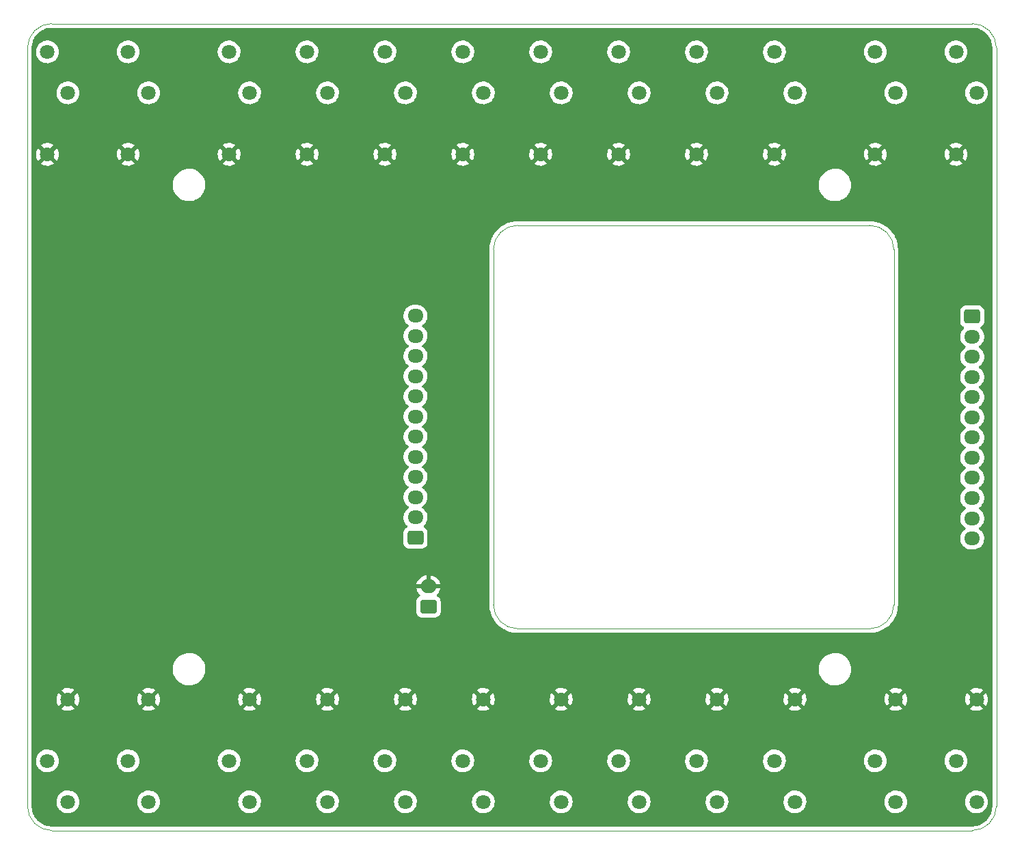
<source format=gbr>
%TF.GenerationSoftware,KiCad,Pcbnew,(6.0.4)*%
%TF.CreationDate,2023-06-02T21:46:19+02:00*%
%TF.ProjectId,LED-Zappelin-V2-ResistorBoard,4c45442d-5a61-4707-9065-6c696e2d5632,rev?*%
%TF.SameCoordinates,Original*%
%TF.FileFunction,Copper,L2,Bot*%
%TF.FilePolarity,Positive*%
%FSLAX46Y46*%
G04 Gerber Fmt 4.6, Leading zero omitted, Abs format (unit mm)*
G04 Created by KiCad (PCBNEW (6.0.4)) date 2023-06-02 21:46:19*
%MOMM*%
%LPD*%
G01*
G04 APERTURE LIST*
G04 Aperture macros list*
%AMRoundRect*
0 Rectangle with rounded corners*
0 $1 Rounding radius*
0 $2 $3 $4 $5 $6 $7 $8 $9 X,Y pos of 4 corners*
0 Add a 4 corners polygon primitive as box body*
4,1,4,$2,$3,$4,$5,$6,$7,$8,$9,$2,$3,0*
0 Add four circle primitives for the rounded corners*
1,1,$1+$1,$2,$3*
1,1,$1+$1,$4,$5*
1,1,$1+$1,$6,$7*
1,1,$1+$1,$8,$9*
0 Add four rect primitives between the rounded corners*
20,1,$1+$1,$2,$3,$4,$5,0*
20,1,$1+$1,$4,$5,$6,$7,0*
20,1,$1+$1,$6,$7,$8,$9,0*
20,1,$1+$1,$8,$9,$2,$3,0*%
G04 Aperture macros list end*
%TA.AperFunction,Profile*%
%ADD10C,0.100000*%
%TD*%
%TA.AperFunction,ComponentPad*%
%ADD11C,1.800000*%
%TD*%
%TA.AperFunction,ComponentPad*%
%ADD12RoundRect,0.250000X-0.725000X0.600000X-0.725000X-0.600000X0.725000X-0.600000X0.725000X0.600000X0*%
%TD*%
%TA.AperFunction,ComponentPad*%
%ADD13O,1.950000X1.700000*%
%TD*%
%TA.AperFunction,ComponentPad*%
%ADD14O,2.000000X1.700000*%
%TD*%
%TA.AperFunction,ComponentPad*%
%ADD15RoundRect,0.250000X0.750000X-0.600000X0.750000X0.600000X-0.750000X0.600000X-0.750000X-0.600000X0*%
%TD*%
%TA.AperFunction,ComponentPad*%
%ADD16RoundRect,0.250000X0.725000X-0.600000X0.725000X0.600000X-0.725000X0.600000X-0.725000X-0.600000X0*%
%TD*%
G04 APERTURE END LIST*
D10*
X52850000Y-150250000D02*
X166850000Y-150250000D01*
X169850000Y-147250000D02*
X169850000Y-53250000D01*
X154150000Y-125250000D02*
G75*
G03*
X157150000Y-122250000I0J3000000D01*
G01*
X52850000Y-50250000D02*
G75*
G03*
X49850000Y-53250000I0J-3000000D01*
G01*
X169850000Y-53250000D02*
G75*
G03*
X166850000Y-50250000I-3000000J0D01*
G01*
X157150000Y-78250000D02*
G75*
G03*
X154150000Y-75250000I-3000000J0D01*
G01*
X154150000Y-75250000D02*
X110550000Y-75250000D01*
X110550000Y-75250000D02*
G75*
G03*
X107550000Y-78250000I0J-3000000D01*
G01*
X107550000Y-122250000D02*
X107550000Y-78250000D01*
X157150000Y-78250000D02*
X157150000Y-122250000D01*
X49850000Y-147250000D02*
G75*
G03*
X52850000Y-150250000I3000000J0D01*
G01*
X154150000Y-125250000D02*
X110550000Y-125250000D01*
X166850000Y-50250000D02*
X52850000Y-50250000D01*
X107550000Y-122250000D02*
G75*
G03*
X110550000Y-125250000I3000000J0D01*
G01*
X49850000Y-53250000D02*
X49850000Y-147250000D01*
X166850000Y-150250000D02*
G75*
G03*
X169850000Y-147250000I0J3000000D01*
G01*
D11*
%TO.P,RV12,1,1*%
%TO.N,GNDREF*%
X167390000Y-134000000D03*
%TO.P,RV12,2,2*%
%TO.N,Net-(J2-Pad12)*%
X164850000Y-141620000D03*
%TO.P,RV12,3,3*%
%TO.N,Net-(J1-Pad1)*%
X167390000Y-146700000D03*
%TD*%
D12*
%TO.P,J3,1,Pin_1*%
%TO.N,Net-(J3-Pad1)*%
X166850000Y-86550000D03*
D13*
%TO.P,J3,2,Pin_2*%
%TO.N,Net-(J3-Pad2)*%
X166850000Y-89050000D03*
%TO.P,J3,3,Pin_3*%
%TO.N,Net-(J3-Pad3)*%
X166850000Y-91550000D03*
%TO.P,J3,4,Pin_4*%
%TO.N,Net-(J3-Pad4)*%
X166850000Y-94050000D03*
%TO.P,J3,5,Pin_5*%
%TO.N,Net-(J3-Pad5)*%
X166850000Y-96550000D03*
%TO.P,J3,6,Pin_6*%
%TO.N,Net-(J3-Pad6)*%
X166850000Y-99050000D03*
%TO.P,J3,7,Pin_7*%
%TO.N,Net-(J3-Pad7)*%
X166850000Y-101550000D03*
%TO.P,J3,8,Pin_8*%
%TO.N,Net-(J3-Pad8)*%
X166850000Y-104050000D03*
%TO.P,J3,9,Pin_9*%
%TO.N,Net-(J3-Pad9)*%
X166850000Y-106550000D03*
%TO.P,J3,10,Pin_10*%
%TO.N,Net-(J3-Pad10)*%
X166850000Y-109050000D03*
%TO.P,J3,11,Pin_11*%
%TO.N,Net-(J3-Pad11)*%
X166850000Y-111550000D03*
%TO.P,J3,12,Pin_12*%
%TO.N,Net-(J3-Pad12)*%
X166850000Y-114050000D03*
%TD*%
D11*
%TO.P,RV9,1,1*%
%TO.N,GNDREF*%
X135250000Y-134000000D03*
%TO.P,RV9,2,2*%
%TO.N,Net-(J2-Pad9)*%
X132710000Y-141620000D03*
%TO.P,RV9,3,3*%
%TO.N,Net-(J1-Pad1)*%
X135250000Y-146700000D03*
%TD*%
%TO.P,RV3,1,1*%
%TO.N,GNDREF*%
X77350000Y-134000000D03*
%TO.P,RV3,2,2*%
%TO.N,Net-(J2-Pad3)*%
X74810000Y-141620000D03*
%TO.P,RV3,3,3*%
%TO.N,Net-(J1-Pad1)*%
X77350000Y-146700000D03*
%TD*%
%TO.P,RV18,1,1*%
%TO.N,GNDREF*%
X113410000Y-66450000D03*
%TO.P,RV18,2,2*%
%TO.N,Net-(J3-Pad6)*%
X115950000Y-58830000D03*
%TO.P,RV18,3,3*%
%TO.N,Net-(J1-Pad1)*%
X113410000Y-53750000D03*
%TD*%
%TO.P,RV2,1,1*%
%TO.N,GNDREF*%
X64850000Y-134000000D03*
%TO.P,RV2,2,2*%
%TO.N,Net-(J2-Pad2)*%
X62310000Y-141620000D03*
%TO.P,RV2,3,3*%
%TO.N,Net-(J1-Pad1)*%
X64850000Y-146700000D03*
%TD*%
%TO.P,RV11,1,1*%
%TO.N,GNDREF*%
X157390000Y-134000000D03*
%TO.P,RV11,2,2*%
%TO.N,Net-(J2-Pad11)*%
X154850000Y-141620000D03*
%TO.P,RV11,3,3*%
%TO.N,Net-(J1-Pad1)*%
X157390000Y-146700000D03*
%TD*%
D14*
%TO.P,J1,2,Pin_2*%
%TO.N,GNDREF*%
X99500000Y-120000000D03*
D15*
%TO.P,J1,1,Pin_1*%
%TO.N,Net-(J1-Pad1)*%
X99500000Y-122500000D03*
%TD*%
D11*
%TO.P,RV13,1,1*%
%TO.N,GNDREF*%
X164850000Y-66450000D03*
%TO.P,RV13,2,2*%
%TO.N,Net-(J3-Pad1)*%
X167390000Y-58830000D03*
%TO.P,RV13,3,3*%
%TO.N,Net-(J1-Pad1)*%
X164850000Y-53750000D03*
%TD*%
%TO.P,RV15,1,1*%
%TO.N,GNDREF*%
X142360000Y-66450000D03*
%TO.P,RV15,2,2*%
%TO.N,Net-(J3-Pad3)*%
X144900000Y-58830000D03*
%TO.P,RV15,3,3*%
%TO.N,Net-(J1-Pad1)*%
X142360000Y-53750000D03*
%TD*%
%TO.P,RV16,1,1*%
%TO.N,GNDREF*%
X132710000Y-66450000D03*
%TO.P,RV16,2,2*%
%TO.N,Net-(J3-Pad4)*%
X135250000Y-58830000D03*
%TO.P,RV16,3,3*%
%TO.N,Net-(J1-Pad1)*%
X132710000Y-53750000D03*
%TD*%
%TO.P,RV8,1,1*%
%TO.N,GNDREF*%
X125600000Y-134000000D03*
%TO.P,RV8,2,2*%
%TO.N,Net-(J2-Pad8)*%
X123060000Y-141620000D03*
%TO.P,RV8,3,3*%
%TO.N,Net-(J1-Pad1)*%
X125600000Y-146700000D03*
%TD*%
D16*
%TO.P,J2,1,Pin_1*%
%TO.N,Net-(J2-Pad1)*%
X97900000Y-113950000D03*
D13*
%TO.P,J2,2,Pin_2*%
%TO.N,Net-(J2-Pad2)*%
X97900000Y-111450000D03*
%TO.P,J2,3,Pin_3*%
%TO.N,Net-(J2-Pad3)*%
X97900000Y-108950000D03*
%TO.P,J2,4,Pin_4*%
%TO.N,Net-(J2-Pad4)*%
X97900000Y-106450000D03*
%TO.P,J2,5,Pin_5*%
%TO.N,Net-(J2-Pad5)*%
X97900000Y-103950000D03*
%TO.P,J2,6,Pin_6*%
%TO.N,Net-(J2-Pad6)*%
X97900000Y-101450000D03*
%TO.P,J2,7,Pin_7*%
%TO.N,Net-(J2-Pad7)*%
X97900000Y-98950000D03*
%TO.P,J2,8,Pin_8*%
%TO.N,Net-(J2-Pad8)*%
X97900000Y-96450000D03*
%TO.P,J2,9,Pin_9*%
%TO.N,Net-(J2-Pad9)*%
X97900000Y-93950000D03*
%TO.P,J2,10,Pin_10*%
%TO.N,Net-(J2-Pad10)*%
X97900000Y-91450000D03*
%TO.P,J2,11,Pin_11*%
%TO.N,Net-(J2-Pad11)*%
X97900000Y-88950000D03*
%TO.P,J2,12,Pin_12*%
%TO.N,Net-(J2-Pad12)*%
X97900000Y-86450000D03*
%TD*%
D11*
%TO.P,RV20,1,1*%
%TO.N,GNDREF*%
X94110000Y-66450000D03*
%TO.P,RV20,2,2*%
%TO.N,Net-(J3-Pad8)*%
X96650000Y-58830000D03*
%TO.P,RV20,3,3*%
%TO.N,Net-(J1-Pad1)*%
X94110000Y-53750000D03*
%TD*%
%TO.P,RV10,1,1*%
%TO.N,GNDREF*%
X144900000Y-134000000D03*
%TO.P,RV10,2,2*%
%TO.N,Net-(J2-Pad10)*%
X142360000Y-141620000D03*
%TO.P,RV10,3,3*%
%TO.N,Net-(J1-Pad1)*%
X144900000Y-146700000D03*
%TD*%
%TO.P,RV1,1,1*%
%TO.N,GNDREF*%
X54850000Y-134000000D03*
%TO.P,RV1,2,2*%
%TO.N,Net-(J2-Pad1)*%
X52310000Y-141620000D03*
%TO.P,RV1,3,3*%
%TO.N,Net-(J1-Pad1)*%
X54850000Y-146700000D03*
%TD*%
%TO.P,RV22,1,1*%
%TO.N,GNDREF*%
X74810000Y-66450000D03*
%TO.P,RV22,2,2*%
%TO.N,Net-(J3-Pad10)*%
X77350000Y-58830000D03*
%TO.P,RV22,3,3*%
%TO.N,Net-(J1-Pad1)*%
X74810000Y-53750000D03*
%TD*%
%TO.P,RV5,1,1*%
%TO.N,GNDREF*%
X96650000Y-134000000D03*
%TO.P,RV5,2,2*%
%TO.N,Net-(J2-Pad5)*%
X94110000Y-141620000D03*
%TO.P,RV5,3,3*%
%TO.N,Net-(J1-Pad1)*%
X96650000Y-146700000D03*
%TD*%
%TO.P,RV4,1,1*%
%TO.N,GNDREF*%
X87000000Y-134000000D03*
%TO.P,RV4,2,2*%
%TO.N,Net-(J2-Pad4)*%
X84460000Y-141620000D03*
%TO.P,RV4,3,3*%
%TO.N,Net-(J1-Pad1)*%
X87000000Y-146700000D03*
%TD*%
%TO.P,RV21,1,1*%
%TO.N,GNDREF*%
X84460000Y-66450000D03*
%TO.P,RV21,2,2*%
%TO.N,Net-(J3-Pad9)*%
X87000000Y-58830000D03*
%TO.P,RV21,3,3*%
%TO.N,Net-(J1-Pad1)*%
X84460000Y-53750000D03*
%TD*%
%TO.P,RV14,1,1*%
%TO.N,GNDREF*%
X154850000Y-66450000D03*
%TO.P,RV14,2,2*%
%TO.N,Net-(J3-Pad2)*%
X157390000Y-58830000D03*
%TO.P,RV14,3,3*%
%TO.N,Net-(J1-Pad1)*%
X154850000Y-53750000D03*
%TD*%
%TO.P,RV19,1,1*%
%TO.N,GNDREF*%
X103760000Y-66450000D03*
%TO.P,RV19,2,2*%
%TO.N,Net-(J3-Pad7)*%
X106300000Y-58830000D03*
%TO.P,RV19,3,3*%
%TO.N,Net-(J1-Pad1)*%
X103760000Y-53750000D03*
%TD*%
%TO.P,RV24,1,1*%
%TO.N,GNDREF*%
X52310000Y-66450000D03*
%TO.P,RV24,2,2*%
%TO.N,Net-(J3-Pad12)*%
X54850000Y-58830000D03*
%TO.P,RV24,3,3*%
%TO.N,Net-(J1-Pad1)*%
X52310000Y-53750000D03*
%TD*%
%TO.P,RV7,1,1*%
%TO.N,GNDREF*%
X115950000Y-134000000D03*
%TO.P,RV7,2,2*%
%TO.N,Net-(J2-Pad7)*%
X113410000Y-141620000D03*
%TO.P,RV7,3,3*%
%TO.N,Net-(J1-Pad1)*%
X115950000Y-146700000D03*
%TD*%
%TO.P,RV6,1,1*%
%TO.N,GNDREF*%
X106300000Y-134000000D03*
%TO.P,RV6,2,2*%
%TO.N,Net-(J2-Pad6)*%
X103760000Y-141620000D03*
%TO.P,RV6,3,3*%
%TO.N,Net-(J1-Pad1)*%
X106300000Y-146700000D03*
%TD*%
%TO.P,RV23,1,1*%
%TO.N,GNDREF*%
X62310000Y-66450000D03*
%TO.P,RV23,2,2*%
%TO.N,Net-(J3-Pad11)*%
X64850000Y-58830000D03*
%TO.P,RV23,3,3*%
%TO.N,Net-(J1-Pad1)*%
X62310000Y-53750000D03*
%TD*%
%TO.P,RV17,1,1*%
%TO.N,GNDREF*%
X123060000Y-66450000D03*
%TO.P,RV17,2,2*%
%TO.N,Net-(J3-Pad5)*%
X125600000Y-58830000D03*
%TO.P,RV17,3,3*%
%TO.N,Net-(J1-Pad1)*%
X123060000Y-53750000D03*
%TD*%
%TA.AperFunction,Conductor*%
%TO.N,GNDREF*%
G36*
X166820018Y-50760000D02*
G01*
X166834851Y-50762310D01*
X166834855Y-50762310D01*
X166843724Y-50763691D01*
X166860923Y-50761442D01*
X166884863Y-50760609D01*
X167142710Y-50776206D01*
X167157814Y-50778040D01*
X167229786Y-50791229D01*
X167438760Y-50829525D01*
X167453526Y-50833164D01*
X167726231Y-50918142D01*
X167740445Y-50923534D01*
X167958223Y-51021547D01*
X168000906Y-51040757D01*
X168014379Y-51047828D01*
X168258813Y-51195595D01*
X168271334Y-51204238D01*
X168496171Y-51380385D01*
X168507560Y-51390475D01*
X168709525Y-51592440D01*
X168719615Y-51603829D01*
X168895762Y-51828666D01*
X168904405Y-51841187D01*
X169052172Y-52085621D01*
X169059242Y-52099092D01*
X169176466Y-52359555D01*
X169181858Y-52373769D01*
X169237292Y-52551663D01*
X169266836Y-52646473D01*
X169270477Y-52661246D01*
X169321960Y-52942186D01*
X169323794Y-52957290D01*
X169338953Y-53207904D01*
X169337692Y-53234716D01*
X169337690Y-53234852D01*
X169336309Y-53243724D01*
X169337473Y-53252626D01*
X169337473Y-53252628D01*
X169340436Y-53275283D01*
X169341500Y-53291621D01*
X169341500Y-147200633D01*
X169340000Y-147220018D01*
X169337690Y-147234851D01*
X169337690Y-147234855D01*
X169336309Y-147243724D01*
X169338558Y-147260919D01*
X169339391Y-147284863D01*
X169323794Y-147542710D01*
X169321960Y-147557814D01*
X169281337Y-147779494D01*
X169270477Y-147838754D01*
X169266836Y-147853526D01*
X169186537Y-148111216D01*
X169181859Y-148126227D01*
X169176466Y-148140445D01*
X169059243Y-148400906D01*
X169052172Y-148414379D01*
X168904405Y-148658813D01*
X168895762Y-148671334D01*
X168719615Y-148896171D01*
X168709525Y-148907560D01*
X168507560Y-149109525D01*
X168496171Y-149119615D01*
X168271334Y-149295762D01*
X168258813Y-149304405D01*
X168014379Y-149452172D01*
X168000908Y-149459242D01*
X167740445Y-149576466D01*
X167726231Y-149581858D01*
X167453527Y-149666836D01*
X167438760Y-149670475D01*
X167229786Y-149708771D01*
X167157814Y-149721960D01*
X167142710Y-149723794D01*
X166892096Y-149738953D01*
X166865284Y-149737692D01*
X166865148Y-149737690D01*
X166856276Y-149736309D01*
X166847374Y-149737473D01*
X166847372Y-149737473D01*
X166832707Y-149739391D01*
X166824714Y-149740436D01*
X166808379Y-149741500D01*
X52899367Y-149741500D01*
X52879982Y-149740000D01*
X52865149Y-149737690D01*
X52865145Y-149737690D01*
X52856276Y-149736309D01*
X52839077Y-149738558D01*
X52815137Y-149739391D01*
X52557290Y-149723794D01*
X52542186Y-149721960D01*
X52470214Y-149708771D01*
X52261240Y-149670475D01*
X52246473Y-149666836D01*
X51973769Y-149581858D01*
X51959555Y-149576466D01*
X51699092Y-149459242D01*
X51685621Y-149452172D01*
X51441187Y-149304405D01*
X51428666Y-149295762D01*
X51203829Y-149119615D01*
X51192440Y-149109525D01*
X50990475Y-148907560D01*
X50980385Y-148896171D01*
X50804238Y-148671334D01*
X50795595Y-148658813D01*
X50647828Y-148414379D01*
X50640757Y-148400906D01*
X50523534Y-148140445D01*
X50518141Y-148126227D01*
X50513464Y-148111216D01*
X50433164Y-147853526D01*
X50429523Y-147838754D01*
X50418664Y-147779494D01*
X50378040Y-147557814D01*
X50376206Y-147542710D01*
X50361269Y-147295768D01*
X50362520Y-147272216D01*
X50362334Y-147272199D01*
X50362769Y-147267350D01*
X50363576Y-147262552D01*
X50363729Y-147250000D01*
X50359773Y-147222376D01*
X50358500Y-147204514D01*
X50358500Y-146665469D01*
X53437095Y-146665469D01*
X53437392Y-146670622D01*
X53437392Y-146670625D01*
X53443067Y-146769041D01*
X53450427Y-146896697D01*
X53451564Y-146901743D01*
X53451565Y-146901749D01*
X53483741Y-147044523D01*
X53501346Y-147122642D01*
X53503288Y-147127424D01*
X53503289Y-147127428D01*
X53563140Y-147274823D01*
X53588484Y-147337237D01*
X53709501Y-147534719D01*
X53861147Y-147709784D01*
X54039349Y-147857730D01*
X54239322Y-147974584D01*
X54455694Y-148057209D01*
X54460760Y-148058240D01*
X54460761Y-148058240D01*
X54513846Y-148069040D01*
X54682656Y-148103385D01*
X54813324Y-148108176D01*
X54908949Y-148111683D01*
X54908953Y-148111683D01*
X54914113Y-148111872D01*
X54919233Y-148111216D01*
X54919235Y-148111216D01*
X54992270Y-148101860D01*
X55143847Y-148082442D01*
X55148795Y-148080957D01*
X55148802Y-148080956D01*
X55360747Y-148017369D01*
X55365690Y-148015886D01*
X55446236Y-147976427D01*
X55569049Y-147916262D01*
X55569052Y-147916260D01*
X55573684Y-147913991D01*
X55762243Y-147779494D01*
X55926303Y-147616005D01*
X56061458Y-147427917D01*
X56108641Y-147332450D01*
X56161784Y-147224922D01*
X56161785Y-147224920D01*
X56164078Y-147220280D01*
X56231408Y-146998671D01*
X56261640Y-146769041D01*
X56263327Y-146700000D01*
X56260488Y-146665469D01*
X63437095Y-146665469D01*
X63437392Y-146670622D01*
X63437392Y-146670625D01*
X63443067Y-146769041D01*
X63450427Y-146896697D01*
X63451564Y-146901743D01*
X63451565Y-146901749D01*
X63483741Y-147044523D01*
X63501346Y-147122642D01*
X63503288Y-147127424D01*
X63503289Y-147127428D01*
X63563140Y-147274823D01*
X63588484Y-147337237D01*
X63709501Y-147534719D01*
X63861147Y-147709784D01*
X64039349Y-147857730D01*
X64239322Y-147974584D01*
X64455694Y-148057209D01*
X64460760Y-148058240D01*
X64460761Y-148058240D01*
X64513846Y-148069040D01*
X64682656Y-148103385D01*
X64813324Y-148108176D01*
X64908949Y-148111683D01*
X64908953Y-148111683D01*
X64914113Y-148111872D01*
X64919233Y-148111216D01*
X64919235Y-148111216D01*
X64992270Y-148101860D01*
X65143847Y-148082442D01*
X65148795Y-148080957D01*
X65148802Y-148080956D01*
X65360747Y-148017369D01*
X65365690Y-148015886D01*
X65446236Y-147976427D01*
X65569049Y-147916262D01*
X65569052Y-147916260D01*
X65573684Y-147913991D01*
X65762243Y-147779494D01*
X65926303Y-147616005D01*
X66061458Y-147427917D01*
X66108641Y-147332450D01*
X66161784Y-147224922D01*
X66161785Y-147224920D01*
X66164078Y-147220280D01*
X66231408Y-146998671D01*
X66261640Y-146769041D01*
X66263327Y-146700000D01*
X66260488Y-146665469D01*
X75937095Y-146665469D01*
X75937392Y-146670622D01*
X75937392Y-146670625D01*
X75943067Y-146769041D01*
X75950427Y-146896697D01*
X75951564Y-146901743D01*
X75951565Y-146901749D01*
X75983741Y-147044523D01*
X76001346Y-147122642D01*
X76003288Y-147127424D01*
X76003289Y-147127428D01*
X76063140Y-147274823D01*
X76088484Y-147337237D01*
X76209501Y-147534719D01*
X76361147Y-147709784D01*
X76539349Y-147857730D01*
X76739322Y-147974584D01*
X76955694Y-148057209D01*
X76960760Y-148058240D01*
X76960761Y-148058240D01*
X77013846Y-148069040D01*
X77182656Y-148103385D01*
X77313324Y-148108176D01*
X77408949Y-148111683D01*
X77408953Y-148111683D01*
X77414113Y-148111872D01*
X77419233Y-148111216D01*
X77419235Y-148111216D01*
X77492270Y-148101860D01*
X77643847Y-148082442D01*
X77648795Y-148080957D01*
X77648802Y-148080956D01*
X77860747Y-148017369D01*
X77865690Y-148015886D01*
X77946236Y-147976427D01*
X78069049Y-147916262D01*
X78069052Y-147916260D01*
X78073684Y-147913991D01*
X78262243Y-147779494D01*
X78426303Y-147616005D01*
X78561458Y-147427917D01*
X78608641Y-147332450D01*
X78661784Y-147224922D01*
X78661785Y-147224920D01*
X78664078Y-147220280D01*
X78731408Y-146998671D01*
X78761640Y-146769041D01*
X78763327Y-146700000D01*
X78760488Y-146665469D01*
X85587095Y-146665469D01*
X85587392Y-146670622D01*
X85587392Y-146670625D01*
X85593067Y-146769041D01*
X85600427Y-146896697D01*
X85601564Y-146901743D01*
X85601565Y-146901749D01*
X85633741Y-147044523D01*
X85651346Y-147122642D01*
X85653288Y-147127424D01*
X85653289Y-147127428D01*
X85713140Y-147274823D01*
X85738484Y-147337237D01*
X85859501Y-147534719D01*
X86011147Y-147709784D01*
X86189349Y-147857730D01*
X86389322Y-147974584D01*
X86605694Y-148057209D01*
X86610760Y-148058240D01*
X86610761Y-148058240D01*
X86663846Y-148069040D01*
X86832656Y-148103385D01*
X86963324Y-148108176D01*
X87058949Y-148111683D01*
X87058953Y-148111683D01*
X87064113Y-148111872D01*
X87069233Y-148111216D01*
X87069235Y-148111216D01*
X87142270Y-148101860D01*
X87293847Y-148082442D01*
X87298795Y-148080957D01*
X87298802Y-148080956D01*
X87510747Y-148017369D01*
X87515690Y-148015886D01*
X87596236Y-147976427D01*
X87719049Y-147916262D01*
X87719052Y-147916260D01*
X87723684Y-147913991D01*
X87912243Y-147779494D01*
X88076303Y-147616005D01*
X88211458Y-147427917D01*
X88258641Y-147332450D01*
X88311784Y-147224922D01*
X88311785Y-147224920D01*
X88314078Y-147220280D01*
X88381408Y-146998671D01*
X88411640Y-146769041D01*
X88413327Y-146700000D01*
X88410488Y-146665469D01*
X95237095Y-146665469D01*
X95237392Y-146670622D01*
X95237392Y-146670625D01*
X95243067Y-146769041D01*
X95250427Y-146896697D01*
X95251564Y-146901743D01*
X95251565Y-146901749D01*
X95283741Y-147044523D01*
X95301346Y-147122642D01*
X95303288Y-147127424D01*
X95303289Y-147127428D01*
X95363140Y-147274823D01*
X95388484Y-147337237D01*
X95509501Y-147534719D01*
X95661147Y-147709784D01*
X95839349Y-147857730D01*
X96039322Y-147974584D01*
X96255694Y-148057209D01*
X96260760Y-148058240D01*
X96260761Y-148058240D01*
X96313846Y-148069040D01*
X96482656Y-148103385D01*
X96613324Y-148108176D01*
X96708949Y-148111683D01*
X96708953Y-148111683D01*
X96714113Y-148111872D01*
X96719233Y-148111216D01*
X96719235Y-148111216D01*
X96792270Y-148101860D01*
X96943847Y-148082442D01*
X96948795Y-148080957D01*
X96948802Y-148080956D01*
X97160747Y-148017369D01*
X97165690Y-148015886D01*
X97246236Y-147976427D01*
X97369049Y-147916262D01*
X97369052Y-147916260D01*
X97373684Y-147913991D01*
X97562243Y-147779494D01*
X97726303Y-147616005D01*
X97861458Y-147427917D01*
X97908641Y-147332450D01*
X97961784Y-147224922D01*
X97961785Y-147224920D01*
X97964078Y-147220280D01*
X98031408Y-146998671D01*
X98061640Y-146769041D01*
X98063327Y-146700000D01*
X98060488Y-146665469D01*
X104887095Y-146665469D01*
X104887392Y-146670622D01*
X104887392Y-146670625D01*
X104893067Y-146769041D01*
X104900427Y-146896697D01*
X104901564Y-146901743D01*
X104901565Y-146901749D01*
X104933741Y-147044523D01*
X104951346Y-147122642D01*
X104953288Y-147127424D01*
X104953289Y-147127428D01*
X105013140Y-147274823D01*
X105038484Y-147337237D01*
X105159501Y-147534719D01*
X105311147Y-147709784D01*
X105489349Y-147857730D01*
X105689322Y-147974584D01*
X105905694Y-148057209D01*
X105910760Y-148058240D01*
X105910761Y-148058240D01*
X105963846Y-148069040D01*
X106132656Y-148103385D01*
X106263324Y-148108176D01*
X106358949Y-148111683D01*
X106358953Y-148111683D01*
X106364113Y-148111872D01*
X106369233Y-148111216D01*
X106369235Y-148111216D01*
X106442270Y-148101860D01*
X106593847Y-148082442D01*
X106598795Y-148080957D01*
X106598802Y-148080956D01*
X106810747Y-148017369D01*
X106815690Y-148015886D01*
X106896236Y-147976427D01*
X107019049Y-147916262D01*
X107019052Y-147916260D01*
X107023684Y-147913991D01*
X107212243Y-147779494D01*
X107376303Y-147616005D01*
X107511458Y-147427917D01*
X107558641Y-147332450D01*
X107611784Y-147224922D01*
X107611785Y-147224920D01*
X107614078Y-147220280D01*
X107681408Y-146998671D01*
X107711640Y-146769041D01*
X107713327Y-146700000D01*
X107710488Y-146665469D01*
X114537095Y-146665469D01*
X114537392Y-146670622D01*
X114537392Y-146670625D01*
X114543067Y-146769041D01*
X114550427Y-146896697D01*
X114551564Y-146901743D01*
X114551565Y-146901749D01*
X114583741Y-147044523D01*
X114601346Y-147122642D01*
X114603288Y-147127424D01*
X114603289Y-147127428D01*
X114663140Y-147274823D01*
X114688484Y-147337237D01*
X114809501Y-147534719D01*
X114961147Y-147709784D01*
X115139349Y-147857730D01*
X115339322Y-147974584D01*
X115555694Y-148057209D01*
X115560760Y-148058240D01*
X115560761Y-148058240D01*
X115613846Y-148069040D01*
X115782656Y-148103385D01*
X115913324Y-148108176D01*
X116008949Y-148111683D01*
X116008953Y-148111683D01*
X116014113Y-148111872D01*
X116019233Y-148111216D01*
X116019235Y-148111216D01*
X116092270Y-148101860D01*
X116243847Y-148082442D01*
X116248795Y-148080957D01*
X116248802Y-148080956D01*
X116460747Y-148017369D01*
X116465690Y-148015886D01*
X116546236Y-147976427D01*
X116669049Y-147916262D01*
X116669052Y-147916260D01*
X116673684Y-147913991D01*
X116862243Y-147779494D01*
X117026303Y-147616005D01*
X117161458Y-147427917D01*
X117208641Y-147332450D01*
X117261784Y-147224922D01*
X117261785Y-147224920D01*
X117264078Y-147220280D01*
X117331408Y-146998671D01*
X117361640Y-146769041D01*
X117363327Y-146700000D01*
X117360488Y-146665469D01*
X124187095Y-146665469D01*
X124187392Y-146670622D01*
X124187392Y-146670625D01*
X124193067Y-146769041D01*
X124200427Y-146896697D01*
X124201564Y-146901743D01*
X124201565Y-146901749D01*
X124233741Y-147044523D01*
X124251346Y-147122642D01*
X124253288Y-147127424D01*
X124253289Y-147127428D01*
X124313140Y-147274823D01*
X124338484Y-147337237D01*
X124459501Y-147534719D01*
X124611147Y-147709784D01*
X124789349Y-147857730D01*
X124989322Y-147974584D01*
X125205694Y-148057209D01*
X125210760Y-148058240D01*
X125210761Y-148058240D01*
X125263846Y-148069040D01*
X125432656Y-148103385D01*
X125563324Y-148108176D01*
X125658949Y-148111683D01*
X125658953Y-148111683D01*
X125664113Y-148111872D01*
X125669233Y-148111216D01*
X125669235Y-148111216D01*
X125742270Y-148101860D01*
X125893847Y-148082442D01*
X125898795Y-148080957D01*
X125898802Y-148080956D01*
X126110747Y-148017369D01*
X126115690Y-148015886D01*
X126196236Y-147976427D01*
X126319049Y-147916262D01*
X126319052Y-147916260D01*
X126323684Y-147913991D01*
X126512243Y-147779494D01*
X126676303Y-147616005D01*
X126811458Y-147427917D01*
X126858641Y-147332450D01*
X126911784Y-147224922D01*
X126911785Y-147224920D01*
X126914078Y-147220280D01*
X126981408Y-146998671D01*
X127011640Y-146769041D01*
X127013327Y-146700000D01*
X127010488Y-146665469D01*
X133837095Y-146665469D01*
X133837392Y-146670622D01*
X133837392Y-146670625D01*
X133843067Y-146769041D01*
X133850427Y-146896697D01*
X133851564Y-146901743D01*
X133851565Y-146901749D01*
X133883741Y-147044523D01*
X133901346Y-147122642D01*
X133903288Y-147127424D01*
X133903289Y-147127428D01*
X133963140Y-147274823D01*
X133988484Y-147337237D01*
X134109501Y-147534719D01*
X134261147Y-147709784D01*
X134439349Y-147857730D01*
X134639322Y-147974584D01*
X134855694Y-148057209D01*
X134860760Y-148058240D01*
X134860761Y-148058240D01*
X134913846Y-148069040D01*
X135082656Y-148103385D01*
X135213324Y-148108176D01*
X135308949Y-148111683D01*
X135308953Y-148111683D01*
X135314113Y-148111872D01*
X135319233Y-148111216D01*
X135319235Y-148111216D01*
X135392270Y-148101860D01*
X135543847Y-148082442D01*
X135548795Y-148080957D01*
X135548802Y-148080956D01*
X135760747Y-148017369D01*
X135765690Y-148015886D01*
X135846236Y-147976427D01*
X135969049Y-147916262D01*
X135969052Y-147916260D01*
X135973684Y-147913991D01*
X136162243Y-147779494D01*
X136326303Y-147616005D01*
X136461458Y-147427917D01*
X136508641Y-147332450D01*
X136561784Y-147224922D01*
X136561785Y-147224920D01*
X136564078Y-147220280D01*
X136631408Y-146998671D01*
X136661640Y-146769041D01*
X136663327Y-146700000D01*
X136660488Y-146665469D01*
X143487095Y-146665469D01*
X143487392Y-146670622D01*
X143487392Y-146670625D01*
X143493067Y-146769041D01*
X143500427Y-146896697D01*
X143501564Y-146901743D01*
X143501565Y-146901749D01*
X143533741Y-147044523D01*
X143551346Y-147122642D01*
X143553288Y-147127424D01*
X143553289Y-147127428D01*
X143613140Y-147274823D01*
X143638484Y-147337237D01*
X143759501Y-147534719D01*
X143911147Y-147709784D01*
X144089349Y-147857730D01*
X144289322Y-147974584D01*
X144505694Y-148057209D01*
X144510760Y-148058240D01*
X144510761Y-148058240D01*
X144563846Y-148069040D01*
X144732656Y-148103385D01*
X144863324Y-148108176D01*
X144958949Y-148111683D01*
X144958953Y-148111683D01*
X144964113Y-148111872D01*
X144969233Y-148111216D01*
X144969235Y-148111216D01*
X145042270Y-148101860D01*
X145193847Y-148082442D01*
X145198795Y-148080957D01*
X145198802Y-148080956D01*
X145410747Y-148017369D01*
X145415690Y-148015886D01*
X145496236Y-147976427D01*
X145619049Y-147916262D01*
X145619052Y-147916260D01*
X145623684Y-147913991D01*
X145812243Y-147779494D01*
X145976303Y-147616005D01*
X146111458Y-147427917D01*
X146158641Y-147332450D01*
X146211784Y-147224922D01*
X146211785Y-147224920D01*
X146214078Y-147220280D01*
X146281408Y-146998671D01*
X146311640Y-146769041D01*
X146313327Y-146700000D01*
X146310488Y-146665469D01*
X155977095Y-146665469D01*
X155977392Y-146670622D01*
X155977392Y-146670625D01*
X155983067Y-146769041D01*
X155990427Y-146896697D01*
X155991564Y-146901743D01*
X155991565Y-146901749D01*
X156023741Y-147044523D01*
X156041346Y-147122642D01*
X156043288Y-147127424D01*
X156043289Y-147127428D01*
X156103140Y-147274823D01*
X156128484Y-147337237D01*
X156249501Y-147534719D01*
X156401147Y-147709784D01*
X156579349Y-147857730D01*
X156779322Y-147974584D01*
X156995694Y-148057209D01*
X157000760Y-148058240D01*
X157000761Y-148058240D01*
X157053846Y-148069040D01*
X157222656Y-148103385D01*
X157353324Y-148108176D01*
X157448949Y-148111683D01*
X157448953Y-148111683D01*
X157454113Y-148111872D01*
X157459233Y-148111216D01*
X157459235Y-148111216D01*
X157532270Y-148101860D01*
X157683847Y-148082442D01*
X157688795Y-148080957D01*
X157688802Y-148080956D01*
X157900747Y-148017369D01*
X157905690Y-148015886D01*
X157986236Y-147976427D01*
X158109049Y-147916262D01*
X158109052Y-147916260D01*
X158113684Y-147913991D01*
X158302243Y-147779494D01*
X158466303Y-147616005D01*
X158601458Y-147427917D01*
X158648641Y-147332450D01*
X158701784Y-147224922D01*
X158701785Y-147224920D01*
X158704078Y-147220280D01*
X158771408Y-146998671D01*
X158801640Y-146769041D01*
X158803327Y-146700000D01*
X158800488Y-146665469D01*
X165977095Y-146665469D01*
X165977392Y-146670622D01*
X165977392Y-146670625D01*
X165983067Y-146769041D01*
X165990427Y-146896697D01*
X165991564Y-146901743D01*
X165991565Y-146901749D01*
X166023741Y-147044523D01*
X166041346Y-147122642D01*
X166043288Y-147127424D01*
X166043289Y-147127428D01*
X166103140Y-147274823D01*
X166128484Y-147337237D01*
X166249501Y-147534719D01*
X166401147Y-147709784D01*
X166579349Y-147857730D01*
X166779322Y-147974584D01*
X166995694Y-148057209D01*
X167000760Y-148058240D01*
X167000761Y-148058240D01*
X167053846Y-148069040D01*
X167222656Y-148103385D01*
X167353324Y-148108176D01*
X167448949Y-148111683D01*
X167448953Y-148111683D01*
X167454113Y-148111872D01*
X167459233Y-148111216D01*
X167459235Y-148111216D01*
X167532270Y-148101860D01*
X167683847Y-148082442D01*
X167688795Y-148080957D01*
X167688802Y-148080956D01*
X167900747Y-148017369D01*
X167905690Y-148015886D01*
X167986236Y-147976427D01*
X168109049Y-147916262D01*
X168109052Y-147916260D01*
X168113684Y-147913991D01*
X168302243Y-147779494D01*
X168466303Y-147616005D01*
X168601458Y-147427917D01*
X168648641Y-147332450D01*
X168701784Y-147224922D01*
X168701785Y-147224920D01*
X168704078Y-147220280D01*
X168771408Y-146998671D01*
X168801640Y-146769041D01*
X168803327Y-146700000D01*
X168797032Y-146623434D01*
X168784773Y-146474318D01*
X168784772Y-146474312D01*
X168784349Y-146469167D01*
X168727925Y-146244533D01*
X168725866Y-146239797D01*
X168637630Y-146036868D01*
X168637628Y-146036865D01*
X168635570Y-146032131D01*
X168509764Y-145837665D01*
X168353887Y-145666358D01*
X168349836Y-145663159D01*
X168349832Y-145663155D01*
X168176177Y-145526011D01*
X168176172Y-145526008D01*
X168172123Y-145522810D01*
X168167607Y-145520317D01*
X168167604Y-145520315D01*
X167973879Y-145413373D01*
X167973875Y-145413371D01*
X167969355Y-145410876D01*
X167964486Y-145409152D01*
X167964482Y-145409150D01*
X167755903Y-145335288D01*
X167755899Y-145335287D01*
X167751028Y-145333562D01*
X167745935Y-145332655D01*
X167745932Y-145332654D01*
X167528095Y-145293851D01*
X167528089Y-145293850D01*
X167523006Y-145292945D01*
X167450096Y-145292054D01*
X167296581Y-145290179D01*
X167296579Y-145290179D01*
X167291411Y-145290116D01*
X167062464Y-145325150D01*
X166842314Y-145397106D01*
X166837726Y-145399494D01*
X166837722Y-145399496D01*
X166811065Y-145413373D01*
X166636872Y-145504052D01*
X166632739Y-145507155D01*
X166632736Y-145507157D01*
X166607625Y-145526011D01*
X166451655Y-145643117D01*
X166291639Y-145810564D01*
X166288725Y-145814836D01*
X166288724Y-145814837D01*
X166273152Y-145837665D01*
X166161119Y-146001899D01*
X166063602Y-146211981D01*
X166001707Y-146435169D01*
X165977095Y-146665469D01*
X158800488Y-146665469D01*
X158797032Y-146623434D01*
X158784773Y-146474318D01*
X158784772Y-146474312D01*
X158784349Y-146469167D01*
X158727925Y-146244533D01*
X158725866Y-146239797D01*
X158637630Y-146036868D01*
X158637628Y-146036865D01*
X158635570Y-146032131D01*
X158509764Y-145837665D01*
X158353887Y-145666358D01*
X158349836Y-145663159D01*
X158349832Y-145663155D01*
X158176177Y-145526011D01*
X158176172Y-145526008D01*
X158172123Y-145522810D01*
X158167607Y-145520317D01*
X158167604Y-145520315D01*
X157973879Y-145413373D01*
X157973875Y-145413371D01*
X157969355Y-145410876D01*
X157964486Y-145409152D01*
X157964482Y-145409150D01*
X157755903Y-145335288D01*
X157755899Y-145335287D01*
X157751028Y-145333562D01*
X157745935Y-145332655D01*
X157745932Y-145332654D01*
X157528095Y-145293851D01*
X157528089Y-145293850D01*
X157523006Y-145292945D01*
X157450096Y-145292054D01*
X157296581Y-145290179D01*
X157296579Y-145290179D01*
X157291411Y-145290116D01*
X157062464Y-145325150D01*
X156842314Y-145397106D01*
X156837726Y-145399494D01*
X156837722Y-145399496D01*
X156811065Y-145413373D01*
X156636872Y-145504052D01*
X156632739Y-145507155D01*
X156632736Y-145507157D01*
X156607625Y-145526011D01*
X156451655Y-145643117D01*
X156291639Y-145810564D01*
X156288725Y-145814836D01*
X156288724Y-145814837D01*
X156273152Y-145837665D01*
X156161119Y-146001899D01*
X156063602Y-146211981D01*
X156001707Y-146435169D01*
X155977095Y-146665469D01*
X146310488Y-146665469D01*
X146307032Y-146623434D01*
X146294773Y-146474318D01*
X146294772Y-146474312D01*
X146294349Y-146469167D01*
X146237925Y-146244533D01*
X146235866Y-146239797D01*
X146147630Y-146036868D01*
X146147628Y-146036865D01*
X146145570Y-146032131D01*
X146019764Y-145837665D01*
X145863887Y-145666358D01*
X145859836Y-145663159D01*
X145859832Y-145663155D01*
X145686177Y-145526011D01*
X145686172Y-145526008D01*
X145682123Y-145522810D01*
X145677607Y-145520317D01*
X145677604Y-145520315D01*
X145483879Y-145413373D01*
X145483875Y-145413371D01*
X145479355Y-145410876D01*
X145474486Y-145409152D01*
X145474482Y-145409150D01*
X145265903Y-145335288D01*
X145265899Y-145335287D01*
X145261028Y-145333562D01*
X145255935Y-145332655D01*
X145255932Y-145332654D01*
X145038095Y-145293851D01*
X145038089Y-145293850D01*
X145033006Y-145292945D01*
X144960096Y-145292054D01*
X144806581Y-145290179D01*
X144806579Y-145290179D01*
X144801411Y-145290116D01*
X144572464Y-145325150D01*
X144352314Y-145397106D01*
X144347726Y-145399494D01*
X144347722Y-145399496D01*
X144321065Y-145413373D01*
X144146872Y-145504052D01*
X144142739Y-145507155D01*
X144142736Y-145507157D01*
X144117625Y-145526011D01*
X143961655Y-145643117D01*
X143801639Y-145810564D01*
X143798725Y-145814836D01*
X143798724Y-145814837D01*
X143783152Y-145837665D01*
X143671119Y-146001899D01*
X143573602Y-146211981D01*
X143511707Y-146435169D01*
X143487095Y-146665469D01*
X136660488Y-146665469D01*
X136657032Y-146623434D01*
X136644773Y-146474318D01*
X136644772Y-146474312D01*
X136644349Y-146469167D01*
X136587925Y-146244533D01*
X136585866Y-146239797D01*
X136497630Y-146036868D01*
X136497628Y-146036865D01*
X136495570Y-146032131D01*
X136369764Y-145837665D01*
X136213887Y-145666358D01*
X136209836Y-145663159D01*
X136209832Y-145663155D01*
X136036177Y-145526011D01*
X136036172Y-145526008D01*
X136032123Y-145522810D01*
X136027607Y-145520317D01*
X136027604Y-145520315D01*
X135833879Y-145413373D01*
X135833875Y-145413371D01*
X135829355Y-145410876D01*
X135824486Y-145409152D01*
X135824482Y-145409150D01*
X135615903Y-145335288D01*
X135615899Y-145335287D01*
X135611028Y-145333562D01*
X135605935Y-145332655D01*
X135605932Y-145332654D01*
X135388095Y-145293851D01*
X135388089Y-145293850D01*
X135383006Y-145292945D01*
X135310096Y-145292054D01*
X135156581Y-145290179D01*
X135156579Y-145290179D01*
X135151411Y-145290116D01*
X134922464Y-145325150D01*
X134702314Y-145397106D01*
X134697726Y-145399494D01*
X134697722Y-145399496D01*
X134671065Y-145413373D01*
X134496872Y-145504052D01*
X134492739Y-145507155D01*
X134492736Y-145507157D01*
X134467625Y-145526011D01*
X134311655Y-145643117D01*
X134151639Y-145810564D01*
X134148725Y-145814836D01*
X134148724Y-145814837D01*
X134133152Y-145837665D01*
X134021119Y-146001899D01*
X133923602Y-146211981D01*
X133861707Y-146435169D01*
X133837095Y-146665469D01*
X127010488Y-146665469D01*
X127007032Y-146623434D01*
X126994773Y-146474318D01*
X126994772Y-146474312D01*
X126994349Y-146469167D01*
X126937925Y-146244533D01*
X126935866Y-146239797D01*
X126847630Y-146036868D01*
X126847628Y-146036865D01*
X126845570Y-146032131D01*
X126719764Y-145837665D01*
X126563887Y-145666358D01*
X126559836Y-145663159D01*
X126559832Y-145663155D01*
X126386177Y-145526011D01*
X126386172Y-145526008D01*
X126382123Y-145522810D01*
X126377607Y-145520317D01*
X126377604Y-145520315D01*
X126183879Y-145413373D01*
X126183875Y-145413371D01*
X126179355Y-145410876D01*
X126174486Y-145409152D01*
X126174482Y-145409150D01*
X125965903Y-145335288D01*
X125965899Y-145335287D01*
X125961028Y-145333562D01*
X125955935Y-145332655D01*
X125955932Y-145332654D01*
X125738095Y-145293851D01*
X125738089Y-145293850D01*
X125733006Y-145292945D01*
X125660096Y-145292054D01*
X125506581Y-145290179D01*
X125506579Y-145290179D01*
X125501411Y-145290116D01*
X125272464Y-145325150D01*
X125052314Y-145397106D01*
X125047726Y-145399494D01*
X125047722Y-145399496D01*
X125021065Y-145413373D01*
X124846872Y-145504052D01*
X124842739Y-145507155D01*
X124842736Y-145507157D01*
X124817625Y-145526011D01*
X124661655Y-145643117D01*
X124501639Y-145810564D01*
X124498725Y-145814836D01*
X124498724Y-145814837D01*
X124483152Y-145837665D01*
X124371119Y-146001899D01*
X124273602Y-146211981D01*
X124211707Y-146435169D01*
X124187095Y-146665469D01*
X117360488Y-146665469D01*
X117357032Y-146623434D01*
X117344773Y-146474318D01*
X117344772Y-146474312D01*
X117344349Y-146469167D01*
X117287925Y-146244533D01*
X117285866Y-146239797D01*
X117197630Y-146036868D01*
X117197628Y-146036865D01*
X117195570Y-146032131D01*
X117069764Y-145837665D01*
X116913887Y-145666358D01*
X116909836Y-145663159D01*
X116909832Y-145663155D01*
X116736177Y-145526011D01*
X116736172Y-145526008D01*
X116732123Y-145522810D01*
X116727607Y-145520317D01*
X116727604Y-145520315D01*
X116533879Y-145413373D01*
X116533875Y-145413371D01*
X116529355Y-145410876D01*
X116524486Y-145409152D01*
X116524482Y-145409150D01*
X116315903Y-145335288D01*
X116315899Y-145335287D01*
X116311028Y-145333562D01*
X116305935Y-145332655D01*
X116305932Y-145332654D01*
X116088095Y-145293851D01*
X116088089Y-145293850D01*
X116083006Y-145292945D01*
X116010096Y-145292054D01*
X115856581Y-145290179D01*
X115856579Y-145290179D01*
X115851411Y-145290116D01*
X115622464Y-145325150D01*
X115402314Y-145397106D01*
X115397726Y-145399494D01*
X115397722Y-145399496D01*
X115371065Y-145413373D01*
X115196872Y-145504052D01*
X115192739Y-145507155D01*
X115192736Y-145507157D01*
X115167625Y-145526011D01*
X115011655Y-145643117D01*
X114851639Y-145810564D01*
X114848725Y-145814836D01*
X114848724Y-145814837D01*
X114833152Y-145837665D01*
X114721119Y-146001899D01*
X114623602Y-146211981D01*
X114561707Y-146435169D01*
X114537095Y-146665469D01*
X107710488Y-146665469D01*
X107707032Y-146623434D01*
X107694773Y-146474318D01*
X107694772Y-146474312D01*
X107694349Y-146469167D01*
X107637925Y-146244533D01*
X107635866Y-146239797D01*
X107547630Y-146036868D01*
X107547628Y-146036865D01*
X107545570Y-146032131D01*
X107419764Y-145837665D01*
X107263887Y-145666358D01*
X107259836Y-145663159D01*
X107259832Y-145663155D01*
X107086177Y-145526011D01*
X107086172Y-145526008D01*
X107082123Y-145522810D01*
X107077607Y-145520317D01*
X107077604Y-145520315D01*
X106883879Y-145413373D01*
X106883875Y-145413371D01*
X106879355Y-145410876D01*
X106874486Y-145409152D01*
X106874482Y-145409150D01*
X106665903Y-145335288D01*
X106665899Y-145335287D01*
X106661028Y-145333562D01*
X106655935Y-145332655D01*
X106655932Y-145332654D01*
X106438095Y-145293851D01*
X106438089Y-145293850D01*
X106433006Y-145292945D01*
X106360096Y-145292054D01*
X106206581Y-145290179D01*
X106206579Y-145290179D01*
X106201411Y-145290116D01*
X105972464Y-145325150D01*
X105752314Y-145397106D01*
X105747726Y-145399494D01*
X105747722Y-145399496D01*
X105721065Y-145413373D01*
X105546872Y-145504052D01*
X105542739Y-145507155D01*
X105542736Y-145507157D01*
X105517625Y-145526011D01*
X105361655Y-145643117D01*
X105201639Y-145810564D01*
X105198725Y-145814836D01*
X105198724Y-145814837D01*
X105183152Y-145837665D01*
X105071119Y-146001899D01*
X104973602Y-146211981D01*
X104911707Y-146435169D01*
X104887095Y-146665469D01*
X98060488Y-146665469D01*
X98057032Y-146623434D01*
X98044773Y-146474318D01*
X98044772Y-146474312D01*
X98044349Y-146469167D01*
X97987925Y-146244533D01*
X97985866Y-146239797D01*
X97897630Y-146036868D01*
X97897628Y-146036865D01*
X97895570Y-146032131D01*
X97769764Y-145837665D01*
X97613887Y-145666358D01*
X97609836Y-145663159D01*
X97609832Y-145663155D01*
X97436177Y-145526011D01*
X97436172Y-145526008D01*
X97432123Y-145522810D01*
X97427607Y-145520317D01*
X97427604Y-145520315D01*
X97233879Y-145413373D01*
X97233875Y-145413371D01*
X97229355Y-145410876D01*
X97224486Y-145409152D01*
X97224482Y-145409150D01*
X97015903Y-145335288D01*
X97015899Y-145335287D01*
X97011028Y-145333562D01*
X97005935Y-145332655D01*
X97005932Y-145332654D01*
X96788095Y-145293851D01*
X96788089Y-145293850D01*
X96783006Y-145292945D01*
X96710096Y-145292054D01*
X96556581Y-145290179D01*
X96556579Y-145290179D01*
X96551411Y-145290116D01*
X96322464Y-145325150D01*
X96102314Y-145397106D01*
X96097726Y-145399494D01*
X96097722Y-145399496D01*
X96071065Y-145413373D01*
X95896872Y-145504052D01*
X95892739Y-145507155D01*
X95892736Y-145507157D01*
X95867625Y-145526011D01*
X95711655Y-145643117D01*
X95551639Y-145810564D01*
X95548725Y-145814836D01*
X95548724Y-145814837D01*
X95533152Y-145837665D01*
X95421119Y-146001899D01*
X95323602Y-146211981D01*
X95261707Y-146435169D01*
X95237095Y-146665469D01*
X88410488Y-146665469D01*
X88407032Y-146623434D01*
X88394773Y-146474318D01*
X88394772Y-146474312D01*
X88394349Y-146469167D01*
X88337925Y-146244533D01*
X88335866Y-146239797D01*
X88247630Y-146036868D01*
X88247628Y-146036865D01*
X88245570Y-146032131D01*
X88119764Y-145837665D01*
X87963887Y-145666358D01*
X87959836Y-145663159D01*
X87959832Y-145663155D01*
X87786177Y-145526011D01*
X87786172Y-145526008D01*
X87782123Y-145522810D01*
X87777607Y-145520317D01*
X87777604Y-145520315D01*
X87583879Y-145413373D01*
X87583875Y-145413371D01*
X87579355Y-145410876D01*
X87574486Y-145409152D01*
X87574482Y-145409150D01*
X87365903Y-145335288D01*
X87365899Y-145335287D01*
X87361028Y-145333562D01*
X87355935Y-145332655D01*
X87355932Y-145332654D01*
X87138095Y-145293851D01*
X87138089Y-145293850D01*
X87133006Y-145292945D01*
X87060096Y-145292054D01*
X86906581Y-145290179D01*
X86906579Y-145290179D01*
X86901411Y-145290116D01*
X86672464Y-145325150D01*
X86452314Y-145397106D01*
X86447726Y-145399494D01*
X86447722Y-145399496D01*
X86421065Y-145413373D01*
X86246872Y-145504052D01*
X86242739Y-145507155D01*
X86242736Y-145507157D01*
X86217625Y-145526011D01*
X86061655Y-145643117D01*
X85901639Y-145810564D01*
X85898725Y-145814836D01*
X85898724Y-145814837D01*
X85883152Y-145837665D01*
X85771119Y-146001899D01*
X85673602Y-146211981D01*
X85611707Y-146435169D01*
X85587095Y-146665469D01*
X78760488Y-146665469D01*
X78757032Y-146623434D01*
X78744773Y-146474318D01*
X78744772Y-146474312D01*
X78744349Y-146469167D01*
X78687925Y-146244533D01*
X78685866Y-146239797D01*
X78597630Y-146036868D01*
X78597628Y-146036865D01*
X78595570Y-146032131D01*
X78469764Y-145837665D01*
X78313887Y-145666358D01*
X78309836Y-145663159D01*
X78309832Y-145663155D01*
X78136177Y-145526011D01*
X78136172Y-145526008D01*
X78132123Y-145522810D01*
X78127607Y-145520317D01*
X78127604Y-145520315D01*
X77933879Y-145413373D01*
X77933875Y-145413371D01*
X77929355Y-145410876D01*
X77924486Y-145409152D01*
X77924482Y-145409150D01*
X77715903Y-145335288D01*
X77715899Y-145335287D01*
X77711028Y-145333562D01*
X77705935Y-145332655D01*
X77705932Y-145332654D01*
X77488095Y-145293851D01*
X77488089Y-145293850D01*
X77483006Y-145292945D01*
X77410096Y-145292054D01*
X77256581Y-145290179D01*
X77256579Y-145290179D01*
X77251411Y-145290116D01*
X77022464Y-145325150D01*
X76802314Y-145397106D01*
X76797726Y-145399494D01*
X76797722Y-145399496D01*
X76771065Y-145413373D01*
X76596872Y-145504052D01*
X76592739Y-145507155D01*
X76592736Y-145507157D01*
X76567625Y-145526011D01*
X76411655Y-145643117D01*
X76251639Y-145810564D01*
X76248725Y-145814836D01*
X76248724Y-145814837D01*
X76233152Y-145837665D01*
X76121119Y-146001899D01*
X76023602Y-146211981D01*
X75961707Y-146435169D01*
X75937095Y-146665469D01*
X66260488Y-146665469D01*
X66257032Y-146623434D01*
X66244773Y-146474318D01*
X66244772Y-146474312D01*
X66244349Y-146469167D01*
X66187925Y-146244533D01*
X66185866Y-146239797D01*
X66097630Y-146036868D01*
X66097628Y-146036865D01*
X66095570Y-146032131D01*
X65969764Y-145837665D01*
X65813887Y-145666358D01*
X65809836Y-145663159D01*
X65809832Y-145663155D01*
X65636177Y-145526011D01*
X65636172Y-145526008D01*
X65632123Y-145522810D01*
X65627607Y-145520317D01*
X65627604Y-145520315D01*
X65433879Y-145413373D01*
X65433875Y-145413371D01*
X65429355Y-145410876D01*
X65424486Y-145409152D01*
X65424482Y-145409150D01*
X65215903Y-145335288D01*
X65215899Y-145335287D01*
X65211028Y-145333562D01*
X65205935Y-145332655D01*
X65205932Y-145332654D01*
X64988095Y-145293851D01*
X64988089Y-145293850D01*
X64983006Y-145292945D01*
X64910096Y-145292054D01*
X64756581Y-145290179D01*
X64756579Y-145290179D01*
X64751411Y-145290116D01*
X64522464Y-145325150D01*
X64302314Y-145397106D01*
X64297726Y-145399494D01*
X64297722Y-145399496D01*
X64271065Y-145413373D01*
X64096872Y-145504052D01*
X64092739Y-145507155D01*
X64092736Y-145507157D01*
X64067625Y-145526011D01*
X63911655Y-145643117D01*
X63751639Y-145810564D01*
X63748725Y-145814836D01*
X63748724Y-145814837D01*
X63733152Y-145837665D01*
X63621119Y-146001899D01*
X63523602Y-146211981D01*
X63461707Y-146435169D01*
X63437095Y-146665469D01*
X56260488Y-146665469D01*
X56257032Y-146623434D01*
X56244773Y-146474318D01*
X56244772Y-146474312D01*
X56244349Y-146469167D01*
X56187925Y-146244533D01*
X56185866Y-146239797D01*
X56097630Y-146036868D01*
X56097628Y-146036865D01*
X56095570Y-146032131D01*
X55969764Y-145837665D01*
X55813887Y-145666358D01*
X55809836Y-145663159D01*
X55809832Y-145663155D01*
X55636177Y-145526011D01*
X55636172Y-145526008D01*
X55632123Y-145522810D01*
X55627607Y-145520317D01*
X55627604Y-145520315D01*
X55433879Y-145413373D01*
X55433875Y-145413371D01*
X55429355Y-145410876D01*
X55424486Y-145409152D01*
X55424482Y-145409150D01*
X55215903Y-145335288D01*
X55215899Y-145335287D01*
X55211028Y-145333562D01*
X55205935Y-145332655D01*
X55205932Y-145332654D01*
X54988095Y-145293851D01*
X54988089Y-145293850D01*
X54983006Y-145292945D01*
X54910096Y-145292054D01*
X54756581Y-145290179D01*
X54756579Y-145290179D01*
X54751411Y-145290116D01*
X54522464Y-145325150D01*
X54302314Y-145397106D01*
X54297726Y-145399494D01*
X54297722Y-145399496D01*
X54271065Y-145413373D01*
X54096872Y-145504052D01*
X54092739Y-145507155D01*
X54092736Y-145507157D01*
X54067625Y-145526011D01*
X53911655Y-145643117D01*
X53751639Y-145810564D01*
X53748725Y-145814836D01*
X53748724Y-145814837D01*
X53733152Y-145837665D01*
X53621119Y-146001899D01*
X53523602Y-146211981D01*
X53461707Y-146435169D01*
X53437095Y-146665469D01*
X50358500Y-146665469D01*
X50358500Y-141585469D01*
X50897095Y-141585469D01*
X50897392Y-141590622D01*
X50897392Y-141590625D01*
X50903067Y-141689041D01*
X50910427Y-141816697D01*
X50911564Y-141821743D01*
X50911565Y-141821749D01*
X50943741Y-141964523D01*
X50961346Y-142042642D01*
X50963288Y-142047424D01*
X50963289Y-142047428D01*
X51046540Y-142252450D01*
X51048484Y-142257237D01*
X51169501Y-142454719D01*
X51321147Y-142629784D01*
X51499349Y-142777730D01*
X51699322Y-142894584D01*
X51915694Y-142977209D01*
X51920760Y-142978240D01*
X51920761Y-142978240D01*
X51973846Y-142989040D01*
X52142656Y-143023385D01*
X52273324Y-143028176D01*
X52368949Y-143031683D01*
X52368953Y-143031683D01*
X52374113Y-143031872D01*
X52379233Y-143031216D01*
X52379235Y-143031216D01*
X52452270Y-143021860D01*
X52603847Y-143002442D01*
X52608795Y-143000957D01*
X52608802Y-143000956D01*
X52820747Y-142937369D01*
X52825690Y-142935886D01*
X52906236Y-142896427D01*
X53029049Y-142836262D01*
X53029052Y-142836260D01*
X53033684Y-142833991D01*
X53222243Y-142699494D01*
X53386303Y-142536005D01*
X53521458Y-142347917D01*
X53568641Y-142252450D01*
X53621784Y-142144922D01*
X53621785Y-142144920D01*
X53624078Y-142140280D01*
X53691408Y-141918671D01*
X53721640Y-141689041D01*
X53723327Y-141620000D01*
X53720488Y-141585469D01*
X60897095Y-141585469D01*
X60897392Y-141590622D01*
X60897392Y-141590625D01*
X60903067Y-141689041D01*
X60910427Y-141816697D01*
X60911564Y-141821743D01*
X60911565Y-141821749D01*
X60943741Y-141964523D01*
X60961346Y-142042642D01*
X60963288Y-142047424D01*
X60963289Y-142047428D01*
X61046540Y-142252450D01*
X61048484Y-142257237D01*
X61169501Y-142454719D01*
X61321147Y-142629784D01*
X61499349Y-142777730D01*
X61699322Y-142894584D01*
X61915694Y-142977209D01*
X61920760Y-142978240D01*
X61920761Y-142978240D01*
X61973846Y-142989040D01*
X62142656Y-143023385D01*
X62273324Y-143028176D01*
X62368949Y-143031683D01*
X62368953Y-143031683D01*
X62374113Y-143031872D01*
X62379233Y-143031216D01*
X62379235Y-143031216D01*
X62452270Y-143021860D01*
X62603847Y-143002442D01*
X62608795Y-143000957D01*
X62608802Y-143000956D01*
X62820747Y-142937369D01*
X62825690Y-142935886D01*
X62906236Y-142896427D01*
X63029049Y-142836262D01*
X63029052Y-142836260D01*
X63033684Y-142833991D01*
X63222243Y-142699494D01*
X63386303Y-142536005D01*
X63521458Y-142347917D01*
X63568641Y-142252450D01*
X63621784Y-142144922D01*
X63621785Y-142144920D01*
X63624078Y-142140280D01*
X63691408Y-141918671D01*
X63721640Y-141689041D01*
X63723327Y-141620000D01*
X63720488Y-141585469D01*
X73397095Y-141585469D01*
X73397392Y-141590622D01*
X73397392Y-141590625D01*
X73403067Y-141689041D01*
X73410427Y-141816697D01*
X73411564Y-141821743D01*
X73411565Y-141821749D01*
X73443741Y-141964523D01*
X73461346Y-142042642D01*
X73463288Y-142047424D01*
X73463289Y-142047428D01*
X73546540Y-142252450D01*
X73548484Y-142257237D01*
X73669501Y-142454719D01*
X73821147Y-142629784D01*
X73999349Y-142777730D01*
X74199322Y-142894584D01*
X74415694Y-142977209D01*
X74420760Y-142978240D01*
X74420761Y-142978240D01*
X74473846Y-142989040D01*
X74642656Y-143023385D01*
X74773324Y-143028176D01*
X74868949Y-143031683D01*
X74868953Y-143031683D01*
X74874113Y-143031872D01*
X74879233Y-143031216D01*
X74879235Y-143031216D01*
X74952270Y-143021860D01*
X75103847Y-143002442D01*
X75108795Y-143000957D01*
X75108802Y-143000956D01*
X75320747Y-142937369D01*
X75325690Y-142935886D01*
X75406236Y-142896427D01*
X75529049Y-142836262D01*
X75529052Y-142836260D01*
X75533684Y-142833991D01*
X75722243Y-142699494D01*
X75886303Y-142536005D01*
X76021458Y-142347917D01*
X76068641Y-142252450D01*
X76121784Y-142144922D01*
X76121785Y-142144920D01*
X76124078Y-142140280D01*
X76191408Y-141918671D01*
X76221640Y-141689041D01*
X76223327Y-141620000D01*
X76220488Y-141585469D01*
X83047095Y-141585469D01*
X83047392Y-141590622D01*
X83047392Y-141590625D01*
X83053067Y-141689041D01*
X83060427Y-141816697D01*
X83061564Y-141821743D01*
X83061565Y-141821749D01*
X83093741Y-141964523D01*
X83111346Y-142042642D01*
X83113288Y-142047424D01*
X83113289Y-142047428D01*
X83196540Y-142252450D01*
X83198484Y-142257237D01*
X83319501Y-142454719D01*
X83471147Y-142629784D01*
X83649349Y-142777730D01*
X83849322Y-142894584D01*
X84065694Y-142977209D01*
X84070760Y-142978240D01*
X84070761Y-142978240D01*
X84123846Y-142989040D01*
X84292656Y-143023385D01*
X84423324Y-143028176D01*
X84518949Y-143031683D01*
X84518953Y-143031683D01*
X84524113Y-143031872D01*
X84529233Y-143031216D01*
X84529235Y-143031216D01*
X84602270Y-143021860D01*
X84753847Y-143002442D01*
X84758795Y-143000957D01*
X84758802Y-143000956D01*
X84970747Y-142937369D01*
X84975690Y-142935886D01*
X85056236Y-142896427D01*
X85179049Y-142836262D01*
X85179052Y-142836260D01*
X85183684Y-142833991D01*
X85372243Y-142699494D01*
X85536303Y-142536005D01*
X85671458Y-142347917D01*
X85718641Y-142252450D01*
X85771784Y-142144922D01*
X85771785Y-142144920D01*
X85774078Y-142140280D01*
X85841408Y-141918671D01*
X85871640Y-141689041D01*
X85873327Y-141620000D01*
X85870488Y-141585469D01*
X92697095Y-141585469D01*
X92697392Y-141590622D01*
X92697392Y-141590625D01*
X92703067Y-141689041D01*
X92710427Y-141816697D01*
X92711564Y-141821743D01*
X92711565Y-141821749D01*
X92743741Y-141964523D01*
X92761346Y-142042642D01*
X92763288Y-142047424D01*
X92763289Y-142047428D01*
X92846540Y-142252450D01*
X92848484Y-142257237D01*
X92969501Y-142454719D01*
X93121147Y-142629784D01*
X93299349Y-142777730D01*
X93499322Y-142894584D01*
X93715694Y-142977209D01*
X93720760Y-142978240D01*
X93720761Y-142978240D01*
X93773846Y-142989040D01*
X93942656Y-143023385D01*
X94073324Y-143028176D01*
X94168949Y-143031683D01*
X94168953Y-143031683D01*
X94174113Y-143031872D01*
X94179233Y-143031216D01*
X94179235Y-143031216D01*
X94252270Y-143021860D01*
X94403847Y-143002442D01*
X94408795Y-143000957D01*
X94408802Y-143000956D01*
X94620747Y-142937369D01*
X94625690Y-142935886D01*
X94706236Y-142896427D01*
X94829049Y-142836262D01*
X94829052Y-142836260D01*
X94833684Y-142833991D01*
X95022243Y-142699494D01*
X95186303Y-142536005D01*
X95321458Y-142347917D01*
X95368641Y-142252450D01*
X95421784Y-142144922D01*
X95421785Y-142144920D01*
X95424078Y-142140280D01*
X95491408Y-141918671D01*
X95521640Y-141689041D01*
X95523327Y-141620000D01*
X95520488Y-141585469D01*
X102347095Y-141585469D01*
X102347392Y-141590622D01*
X102347392Y-141590625D01*
X102353067Y-141689041D01*
X102360427Y-141816697D01*
X102361564Y-141821743D01*
X102361565Y-141821749D01*
X102393741Y-141964523D01*
X102411346Y-142042642D01*
X102413288Y-142047424D01*
X102413289Y-142047428D01*
X102496540Y-142252450D01*
X102498484Y-142257237D01*
X102619501Y-142454719D01*
X102771147Y-142629784D01*
X102949349Y-142777730D01*
X103149322Y-142894584D01*
X103365694Y-142977209D01*
X103370760Y-142978240D01*
X103370761Y-142978240D01*
X103423846Y-142989040D01*
X103592656Y-143023385D01*
X103723324Y-143028176D01*
X103818949Y-143031683D01*
X103818953Y-143031683D01*
X103824113Y-143031872D01*
X103829233Y-143031216D01*
X103829235Y-143031216D01*
X103902270Y-143021860D01*
X104053847Y-143002442D01*
X104058795Y-143000957D01*
X104058802Y-143000956D01*
X104270747Y-142937369D01*
X104275690Y-142935886D01*
X104356236Y-142896427D01*
X104479049Y-142836262D01*
X104479052Y-142836260D01*
X104483684Y-142833991D01*
X104672243Y-142699494D01*
X104836303Y-142536005D01*
X104971458Y-142347917D01*
X105018641Y-142252450D01*
X105071784Y-142144922D01*
X105071785Y-142144920D01*
X105074078Y-142140280D01*
X105141408Y-141918671D01*
X105171640Y-141689041D01*
X105173327Y-141620000D01*
X105170488Y-141585469D01*
X111997095Y-141585469D01*
X111997392Y-141590622D01*
X111997392Y-141590625D01*
X112003067Y-141689041D01*
X112010427Y-141816697D01*
X112011564Y-141821743D01*
X112011565Y-141821749D01*
X112043741Y-141964523D01*
X112061346Y-142042642D01*
X112063288Y-142047424D01*
X112063289Y-142047428D01*
X112146540Y-142252450D01*
X112148484Y-142257237D01*
X112269501Y-142454719D01*
X112421147Y-142629784D01*
X112599349Y-142777730D01*
X112799322Y-142894584D01*
X113015694Y-142977209D01*
X113020760Y-142978240D01*
X113020761Y-142978240D01*
X113073846Y-142989040D01*
X113242656Y-143023385D01*
X113373324Y-143028176D01*
X113468949Y-143031683D01*
X113468953Y-143031683D01*
X113474113Y-143031872D01*
X113479233Y-143031216D01*
X113479235Y-143031216D01*
X113552270Y-143021860D01*
X113703847Y-143002442D01*
X113708795Y-143000957D01*
X113708802Y-143000956D01*
X113920747Y-142937369D01*
X113925690Y-142935886D01*
X114006236Y-142896427D01*
X114129049Y-142836262D01*
X114129052Y-142836260D01*
X114133684Y-142833991D01*
X114322243Y-142699494D01*
X114486303Y-142536005D01*
X114621458Y-142347917D01*
X114668641Y-142252450D01*
X114721784Y-142144922D01*
X114721785Y-142144920D01*
X114724078Y-142140280D01*
X114791408Y-141918671D01*
X114821640Y-141689041D01*
X114823327Y-141620000D01*
X114820488Y-141585469D01*
X121647095Y-141585469D01*
X121647392Y-141590622D01*
X121647392Y-141590625D01*
X121653067Y-141689041D01*
X121660427Y-141816697D01*
X121661564Y-141821743D01*
X121661565Y-141821749D01*
X121693741Y-141964523D01*
X121711346Y-142042642D01*
X121713288Y-142047424D01*
X121713289Y-142047428D01*
X121796540Y-142252450D01*
X121798484Y-142257237D01*
X121919501Y-142454719D01*
X122071147Y-142629784D01*
X122249349Y-142777730D01*
X122449322Y-142894584D01*
X122665694Y-142977209D01*
X122670760Y-142978240D01*
X122670761Y-142978240D01*
X122723846Y-142989040D01*
X122892656Y-143023385D01*
X123023324Y-143028176D01*
X123118949Y-143031683D01*
X123118953Y-143031683D01*
X123124113Y-143031872D01*
X123129233Y-143031216D01*
X123129235Y-143031216D01*
X123202270Y-143021860D01*
X123353847Y-143002442D01*
X123358795Y-143000957D01*
X123358802Y-143000956D01*
X123570747Y-142937369D01*
X123575690Y-142935886D01*
X123656236Y-142896427D01*
X123779049Y-142836262D01*
X123779052Y-142836260D01*
X123783684Y-142833991D01*
X123972243Y-142699494D01*
X124136303Y-142536005D01*
X124271458Y-142347917D01*
X124318641Y-142252450D01*
X124371784Y-142144922D01*
X124371785Y-142144920D01*
X124374078Y-142140280D01*
X124441408Y-141918671D01*
X124471640Y-141689041D01*
X124473327Y-141620000D01*
X124470488Y-141585469D01*
X131297095Y-141585469D01*
X131297392Y-141590622D01*
X131297392Y-141590625D01*
X131303067Y-141689041D01*
X131310427Y-141816697D01*
X131311564Y-141821743D01*
X131311565Y-141821749D01*
X131343741Y-141964523D01*
X131361346Y-142042642D01*
X131363288Y-142047424D01*
X131363289Y-142047428D01*
X131446540Y-142252450D01*
X131448484Y-142257237D01*
X131569501Y-142454719D01*
X131721147Y-142629784D01*
X131899349Y-142777730D01*
X132099322Y-142894584D01*
X132315694Y-142977209D01*
X132320760Y-142978240D01*
X132320761Y-142978240D01*
X132373846Y-142989040D01*
X132542656Y-143023385D01*
X132673324Y-143028176D01*
X132768949Y-143031683D01*
X132768953Y-143031683D01*
X132774113Y-143031872D01*
X132779233Y-143031216D01*
X132779235Y-143031216D01*
X132852270Y-143021860D01*
X133003847Y-143002442D01*
X133008795Y-143000957D01*
X133008802Y-143000956D01*
X133220747Y-142937369D01*
X133225690Y-142935886D01*
X133306236Y-142896427D01*
X133429049Y-142836262D01*
X133429052Y-142836260D01*
X133433684Y-142833991D01*
X133622243Y-142699494D01*
X133786303Y-142536005D01*
X133921458Y-142347917D01*
X133968641Y-142252450D01*
X134021784Y-142144922D01*
X134021785Y-142144920D01*
X134024078Y-142140280D01*
X134091408Y-141918671D01*
X134121640Y-141689041D01*
X134123327Y-141620000D01*
X134120488Y-141585469D01*
X140947095Y-141585469D01*
X140947392Y-141590622D01*
X140947392Y-141590625D01*
X140953067Y-141689041D01*
X140960427Y-141816697D01*
X140961564Y-141821743D01*
X140961565Y-141821749D01*
X140993741Y-141964523D01*
X141011346Y-142042642D01*
X141013288Y-142047424D01*
X141013289Y-142047428D01*
X141096540Y-142252450D01*
X141098484Y-142257237D01*
X141219501Y-142454719D01*
X141371147Y-142629784D01*
X141549349Y-142777730D01*
X141749322Y-142894584D01*
X141965694Y-142977209D01*
X141970760Y-142978240D01*
X141970761Y-142978240D01*
X142023846Y-142989040D01*
X142192656Y-143023385D01*
X142323324Y-143028176D01*
X142418949Y-143031683D01*
X142418953Y-143031683D01*
X142424113Y-143031872D01*
X142429233Y-143031216D01*
X142429235Y-143031216D01*
X142502270Y-143021860D01*
X142653847Y-143002442D01*
X142658795Y-143000957D01*
X142658802Y-143000956D01*
X142870747Y-142937369D01*
X142875690Y-142935886D01*
X142956236Y-142896427D01*
X143079049Y-142836262D01*
X143079052Y-142836260D01*
X143083684Y-142833991D01*
X143272243Y-142699494D01*
X143436303Y-142536005D01*
X143571458Y-142347917D01*
X143618641Y-142252450D01*
X143671784Y-142144922D01*
X143671785Y-142144920D01*
X143674078Y-142140280D01*
X143741408Y-141918671D01*
X143771640Y-141689041D01*
X143773327Y-141620000D01*
X143770488Y-141585469D01*
X153437095Y-141585469D01*
X153437392Y-141590622D01*
X153437392Y-141590625D01*
X153443067Y-141689041D01*
X153450427Y-141816697D01*
X153451564Y-141821743D01*
X153451565Y-141821749D01*
X153483741Y-141964523D01*
X153501346Y-142042642D01*
X153503288Y-142047424D01*
X153503289Y-142047428D01*
X153586540Y-142252450D01*
X153588484Y-142257237D01*
X153709501Y-142454719D01*
X153861147Y-142629784D01*
X154039349Y-142777730D01*
X154239322Y-142894584D01*
X154455694Y-142977209D01*
X154460760Y-142978240D01*
X154460761Y-142978240D01*
X154513846Y-142989040D01*
X154682656Y-143023385D01*
X154813324Y-143028176D01*
X154908949Y-143031683D01*
X154908953Y-143031683D01*
X154914113Y-143031872D01*
X154919233Y-143031216D01*
X154919235Y-143031216D01*
X154992270Y-143021860D01*
X155143847Y-143002442D01*
X155148795Y-143000957D01*
X155148802Y-143000956D01*
X155360747Y-142937369D01*
X155365690Y-142935886D01*
X155446236Y-142896427D01*
X155569049Y-142836262D01*
X155569052Y-142836260D01*
X155573684Y-142833991D01*
X155762243Y-142699494D01*
X155926303Y-142536005D01*
X156061458Y-142347917D01*
X156108641Y-142252450D01*
X156161784Y-142144922D01*
X156161785Y-142144920D01*
X156164078Y-142140280D01*
X156231408Y-141918671D01*
X156261640Y-141689041D01*
X156263327Y-141620000D01*
X156260488Y-141585469D01*
X163437095Y-141585469D01*
X163437392Y-141590622D01*
X163437392Y-141590625D01*
X163443067Y-141689041D01*
X163450427Y-141816697D01*
X163451564Y-141821743D01*
X163451565Y-141821749D01*
X163483741Y-141964523D01*
X163501346Y-142042642D01*
X163503288Y-142047424D01*
X163503289Y-142047428D01*
X163586540Y-142252450D01*
X163588484Y-142257237D01*
X163709501Y-142454719D01*
X163861147Y-142629784D01*
X164039349Y-142777730D01*
X164239322Y-142894584D01*
X164455694Y-142977209D01*
X164460760Y-142978240D01*
X164460761Y-142978240D01*
X164513846Y-142989040D01*
X164682656Y-143023385D01*
X164813324Y-143028176D01*
X164908949Y-143031683D01*
X164908953Y-143031683D01*
X164914113Y-143031872D01*
X164919233Y-143031216D01*
X164919235Y-143031216D01*
X164992270Y-143021860D01*
X165143847Y-143002442D01*
X165148795Y-143000957D01*
X165148802Y-143000956D01*
X165360747Y-142937369D01*
X165365690Y-142935886D01*
X165446236Y-142896427D01*
X165569049Y-142836262D01*
X165569052Y-142836260D01*
X165573684Y-142833991D01*
X165762243Y-142699494D01*
X165926303Y-142536005D01*
X166061458Y-142347917D01*
X166108641Y-142252450D01*
X166161784Y-142144922D01*
X166161785Y-142144920D01*
X166164078Y-142140280D01*
X166231408Y-141918671D01*
X166261640Y-141689041D01*
X166263327Y-141620000D01*
X166257032Y-141543434D01*
X166244773Y-141394318D01*
X166244772Y-141394312D01*
X166244349Y-141389167D01*
X166187925Y-141164533D01*
X166185866Y-141159797D01*
X166097630Y-140956868D01*
X166097628Y-140956865D01*
X166095570Y-140952131D01*
X165969764Y-140757665D01*
X165813887Y-140586358D01*
X165809836Y-140583159D01*
X165809832Y-140583155D01*
X165636177Y-140446011D01*
X165636172Y-140446008D01*
X165632123Y-140442810D01*
X165627607Y-140440317D01*
X165627604Y-140440315D01*
X165433879Y-140333373D01*
X165433875Y-140333371D01*
X165429355Y-140330876D01*
X165424486Y-140329152D01*
X165424482Y-140329150D01*
X165215903Y-140255288D01*
X165215899Y-140255287D01*
X165211028Y-140253562D01*
X165205935Y-140252655D01*
X165205932Y-140252654D01*
X164988095Y-140213851D01*
X164988089Y-140213850D01*
X164983006Y-140212945D01*
X164910096Y-140212054D01*
X164756581Y-140210179D01*
X164756579Y-140210179D01*
X164751411Y-140210116D01*
X164522464Y-140245150D01*
X164302314Y-140317106D01*
X164297726Y-140319494D01*
X164297722Y-140319496D01*
X164271065Y-140333373D01*
X164096872Y-140424052D01*
X164092739Y-140427155D01*
X164092736Y-140427157D01*
X164067625Y-140446011D01*
X163911655Y-140563117D01*
X163751639Y-140730564D01*
X163748725Y-140734836D01*
X163748724Y-140734837D01*
X163733152Y-140757665D01*
X163621119Y-140921899D01*
X163523602Y-141131981D01*
X163461707Y-141355169D01*
X163437095Y-141585469D01*
X156260488Y-141585469D01*
X156257032Y-141543434D01*
X156244773Y-141394318D01*
X156244772Y-141394312D01*
X156244349Y-141389167D01*
X156187925Y-141164533D01*
X156185866Y-141159797D01*
X156097630Y-140956868D01*
X156097628Y-140956865D01*
X156095570Y-140952131D01*
X155969764Y-140757665D01*
X155813887Y-140586358D01*
X155809836Y-140583159D01*
X155809832Y-140583155D01*
X155636177Y-140446011D01*
X155636172Y-140446008D01*
X155632123Y-140442810D01*
X155627607Y-140440317D01*
X155627604Y-140440315D01*
X155433879Y-140333373D01*
X155433875Y-140333371D01*
X155429355Y-140330876D01*
X155424486Y-140329152D01*
X155424482Y-140329150D01*
X155215903Y-140255288D01*
X155215899Y-140255287D01*
X155211028Y-140253562D01*
X155205935Y-140252655D01*
X155205932Y-140252654D01*
X154988095Y-140213851D01*
X154988089Y-140213850D01*
X154983006Y-140212945D01*
X154910096Y-140212054D01*
X154756581Y-140210179D01*
X154756579Y-140210179D01*
X154751411Y-140210116D01*
X154522464Y-140245150D01*
X154302314Y-140317106D01*
X154297726Y-140319494D01*
X154297722Y-140319496D01*
X154271065Y-140333373D01*
X154096872Y-140424052D01*
X154092739Y-140427155D01*
X154092736Y-140427157D01*
X154067625Y-140446011D01*
X153911655Y-140563117D01*
X153751639Y-140730564D01*
X153748725Y-140734836D01*
X153748724Y-140734837D01*
X153733152Y-140757665D01*
X153621119Y-140921899D01*
X153523602Y-141131981D01*
X153461707Y-141355169D01*
X153437095Y-141585469D01*
X143770488Y-141585469D01*
X143767032Y-141543434D01*
X143754773Y-141394318D01*
X143754772Y-141394312D01*
X143754349Y-141389167D01*
X143697925Y-141164533D01*
X143695866Y-141159797D01*
X143607630Y-140956868D01*
X143607628Y-140956865D01*
X143605570Y-140952131D01*
X143479764Y-140757665D01*
X143323887Y-140586358D01*
X143319836Y-140583159D01*
X143319832Y-140583155D01*
X143146177Y-140446011D01*
X143146172Y-140446008D01*
X143142123Y-140442810D01*
X143137607Y-140440317D01*
X143137604Y-140440315D01*
X142943879Y-140333373D01*
X142943875Y-140333371D01*
X142939355Y-140330876D01*
X142934486Y-140329152D01*
X142934482Y-140329150D01*
X142725903Y-140255288D01*
X142725899Y-140255287D01*
X142721028Y-140253562D01*
X142715935Y-140252655D01*
X142715932Y-140252654D01*
X142498095Y-140213851D01*
X142498089Y-140213850D01*
X142493006Y-140212945D01*
X142420096Y-140212054D01*
X142266581Y-140210179D01*
X142266579Y-140210179D01*
X142261411Y-140210116D01*
X142032464Y-140245150D01*
X141812314Y-140317106D01*
X141807726Y-140319494D01*
X141807722Y-140319496D01*
X141781065Y-140333373D01*
X141606872Y-140424052D01*
X141602739Y-140427155D01*
X141602736Y-140427157D01*
X141577625Y-140446011D01*
X141421655Y-140563117D01*
X141261639Y-140730564D01*
X141258725Y-140734836D01*
X141258724Y-140734837D01*
X141243152Y-140757665D01*
X141131119Y-140921899D01*
X141033602Y-141131981D01*
X140971707Y-141355169D01*
X140947095Y-141585469D01*
X134120488Y-141585469D01*
X134117032Y-141543434D01*
X134104773Y-141394318D01*
X134104772Y-141394312D01*
X134104349Y-141389167D01*
X134047925Y-141164533D01*
X134045866Y-141159797D01*
X133957630Y-140956868D01*
X133957628Y-140956865D01*
X133955570Y-140952131D01*
X133829764Y-140757665D01*
X133673887Y-140586358D01*
X133669836Y-140583159D01*
X133669832Y-140583155D01*
X133496177Y-140446011D01*
X133496172Y-140446008D01*
X133492123Y-140442810D01*
X133487607Y-140440317D01*
X133487604Y-140440315D01*
X133293879Y-140333373D01*
X133293875Y-140333371D01*
X133289355Y-140330876D01*
X133284486Y-140329152D01*
X133284482Y-140329150D01*
X133075903Y-140255288D01*
X133075899Y-140255287D01*
X133071028Y-140253562D01*
X133065935Y-140252655D01*
X133065932Y-140252654D01*
X132848095Y-140213851D01*
X132848089Y-140213850D01*
X132843006Y-140212945D01*
X132770096Y-140212054D01*
X132616581Y-140210179D01*
X132616579Y-140210179D01*
X132611411Y-140210116D01*
X132382464Y-140245150D01*
X132162314Y-140317106D01*
X132157726Y-140319494D01*
X132157722Y-140319496D01*
X132131065Y-140333373D01*
X131956872Y-140424052D01*
X131952739Y-140427155D01*
X131952736Y-140427157D01*
X131927625Y-140446011D01*
X131771655Y-140563117D01*
X131611639Y-140730564D01*
X131608725Y-140734836D01*
X131608724Y-140734837D01*
X131593152Y-140757665D01*
X131481119Y-140921899D01*
X131383602Y-141131981D01*
X131321707Y-141355169D01*
X131297095Y-141585469D01*
X124470488Y-141585469D01*
X124467032Y-141543434D01*
X124454773Y-141394318D01*
X124454772Y-141394312D01*
X124454349Y-141389167D01*
X124397925Y-141164533D01*
X124395866Y-141159797D01*
X124307630Y-140956868D01*
X124307628Y-140956865D01*
X124305570Y-140952131D01*
X124179764Y-140757665D01*
X124023887Y-140586358D01*
X124019836Y-140583159D01*
X124019832Y-140583155D01*
X123846177Y-140446011D01*
X123846172Y-140446008D01*
X123842123Y-140442810D01*
X123837607Y-140440317D01*
X123837604Y-140440315D01*
X123643879Y-140333373D01*
X123643875Y-140333371D01*
X123639355Y-140330876D01*
X123634486Y-140329152D01*
X123634482Y-140329150D01*
X123425903Y-140255288D01*
X123425899Y-140255287D01*
X123421028Y-140253562D01*
X123415935Y-140252655D01*
X123415932Y-140252654D01*
X123198095Y-140213851D01*
X123198089Y-140213850D01*
X123193006Y-140212945D01*
X123120096Y-140212054D01*
X122966581Y-140210179D01*
X122966579Y-140210179D01*
X122961411Y-140210116D01*
X122732464Y-140245150D01*
X122512314Y-140317106D01*
X122507726Y-140319494D01*
X122507722Y-140319496D01*
X122481065Y-140333373D01*
X122306872Y-140424052D01*
X122302739Y-140427155D01*
X122302736Y-140427157D01*
X122277625Y-140446011D01*
X122121655Y-140563117D01*
X121961639Y-140730564D01*
X121958725Y-140734836D01*
X121958724Y-140734837D01*
X121943152Y-140757665D01*
X121831119Y-140921899D01*
X121733602Y-141131981D01*
X121671707Y-141355169D01*
X121647095Y-141585469D01*
X114820488Y-141585469D01*
X114817032Y-141543434D01*
X114804773Y-141394318D01*
X114804772Y-141394312D01*
X114804349Y-141389167D01*
X114747925Y-141164533D01*
X114745866Y-141159797D01*
X114657630Y-140956868D01*
X114657628Y-140956865D01*
X114655570Y-140952131D01*
X114529764Y-140757665D01*
X114373887Y-140586358D01*
X114369836Y-140583159D01*
X114369832Y-140583155D01*
X114196177Y-140446011D01*
X114196172Y-140446008D01*
X114192123Y-140442810D01*
X114187607Y-140440317D01*
X114187604Y-140440315D01*
X113993879Y-140333373D01*
X113993875Y-140333371D01*
X113989355Y-140330876D01*
X113984486Y-140329152D01*
X113984482Y-140329150D01*
X113775903Y-140255288D01*
X113775899Y-140255287D01*
X113771028Y-140253562D01*
X113765935Y-140252655D01*
X113765932Y-140252654D01*
X113548095Y-140213851D01*
X113548089Y-140213850D01*
X113543006Y-140212945D01*
X113470096Y-140212054D01*
X113316581Y-140210179D01*
X113316579Y-140210179D01*
X113311411Y-140210116D01*
X113082464Y-140245150D01*
X112862314Y-140317106D01*
X112857726Y-140319494D01*
X112857722Y-140319496D01*
X112831065Y-140333373D01*
X112656872Y-140424052D01*
X112652739Y-140427155D01*
X112652736Y-140427157D01*
X112627625Y-140446011D01*
X112471655Y-140563117D01*
X112311639Y-140730564D01*
X112308725Y-140734836D01*
X112308724Y-140734837D01*
X112293152Y-140757665D01*
X112181119Y-140921899D01*
X112083602Y-141131981D01*
X112021707Y-141355169D01*
X111997095Y-141585469D01*
X105170488Y-141585469D01*
X105167032Y-141543434D01*
X105154773Y-141394318D01*
X105154772Y-141394312D01*
X105154349Y-141389167D01*
X105097925Y-141164533D01*
X105095866Y-141159797D01*
X105007630Y-140956868D01*
X105007628Y-140956865D01*
X105005570Y-140952131D01*
X104879764Y-140757665D01*
X104723887Y-140586358D01*
X104719836Y-140583159D01*
X104719832Y-140583155D01*
X104546177Y-140446011D01*
X104546172Y-140446008D01*
X104542123Y-140442810D01*
X104537607Y-140440317D01*
X104537604Y-140440315D01*
X104343879Y-140333373D01*
X104343875Y-140333371D01*
X104339355Y-140330876D01*
X104334486Y-140329152D01*
X104334482Y-140329150D01*
X104125903Y-140255288D01*
X104125899Y-140255287D01*
X104121028Y-140253562D01*
X104115935Y-140252655D01*
X104115932Y-140252654D01*
X103898095Y-140213851D01*
X103898089Y-140213850D01*
X103893006Y-140212945D01*
X103820096Y-140212054D01*
X103666581Y-140210179D01*
X103666579Y-140210179D01*
X103661411Y-140210116D01*
X103432464Y-140245150D01*
X103212314Y-140317106D01*
X103207726Y-140319494D01*
X103207722Y-140319496D01*
X103181065Y-140333373D01*
X103006872Y-140424052D01*
X103002739Y-140427155D01*
X103002736Y-140427157D01*
X102977625Y-140446011D01*
X102821655Y-140563117D01*
X102661639Y-140730564D01*
X102658725Y-140734836D01*
X102658724Y-140734837D01*
X102643152Y-140757665D01*
X102531119Y-140921899D01*
X102433602Y-141131981D01*
X102371707Y-141355169D01*
X102347095Y-141585469D01*
X95520488Y-141585469D01*
X95517032Y-141543434D01*
X95504773Y-141394318D01*
X95504772Y-141394312D01*
X95504349Y-141389167D01*
X95447925Y-141164533D01*
X95445866Y-141159797D01*
X95357630Y-140956868D01*
X95357628Y-140956865D01*
X95355570Y-140952131D01*
X95229764Y-140757665D01*
X95073887Y-140586358D01*
X95069836Y-140583159D01*
X95069832Y-140583155D01*
X94896177Y-140446011D01*
X94896172Y-140446008D01*
X94892123Y-140442810D01*
X94887607Y-140440317D01*
X94887604Y-140440315D01*
X94693879Y-140333373D01*
X94693875Y-140333371D01*
X94689355Y-140330876D01*
X94684486Y-140329152D01*
X94684482Y-140329150D01*
X94475903Y-140255288D01*
X94475899Y-140255287D01*
X94471028Y-140253562D01*
X94465935Y-140252655D01*
X94465932Y-140252654D01*
X94248095Y-140213851D01*
X94248089Y-140213850D01*
X94243006Y-140212945D01*
X94170096Y-140212054D01*
X94016581Y-140210179D01*
X94016579Y-140210179D01*
X94011411Y-140210116D01*
X93782464Y-140245150D01*
X93562314Y-140317106D01*
X93557726Y-140319494D01*
X93557722Y-140319496D01*
X93531065Y-140333373D01*
X93356872Y-140424052D01*
X93352739Y-140427155D01*
X93352736Y-140427157D01*
X93327625Y-140446011D01*
X93171655Y-140563117D01*
X93011639Y-140730564D01*
X93008725Y-140734836D01*
X93008724Y-140734837D01*
X92993152Y-140757665D01*
X92881119Y-140921899D01*
X92783602Y-141131981D01*
X92721707Y-141355169D01*
X92697095Y-141585469D01*
X85870488Y-141585469D01*
X85867032Y-141543434D01*
X85854773Y-141394318D01*
X85854772Y-141394312D01*
X85854349Y-141389167D01*
X85797925Y-141164533D01*
X85795866Y-141159797D01*
X85707630Y-140956868D01*
X85707628Y-140956865D01*
X85705570Y-140952131D01*
X85579764Y-140757665D01*
X85423887Y-140586358D01*
X85419836Y-140583159D01*
X85419832Y-140583155D01*
X85246177Y-140446011D01*
X85246172Y-140446008D01*
X85242123Y-140442810D01*
X85237607Y-140440317D01*
X85237604Y-140440315D01*
X85043879Y-140333373D01*
X85043875Y-140333371D01*
X85039355Y-140330876D01*
X85034486Y-140329152D01*
X85034482Y-140329150D01*
X84825903Y-140255288D01*
X84825899Y-140255287D01*
X84821028Y-140253562D01*
X84815935Y-140252655D01*
X84815932Y-140252654D01*
X84598095Y-140213851D01*
X84598089Y-140213850D01*
X84593006Y-140212945D01*
X84520096Y-140212054D01*
X84366581Y-140210179D01*
X84366579Y-140210179D01*
X84361411Y-140210116D01*
X84132464Y-140245150D01*
X83912314Y-140317106D01*
X83907726Y-140319494D01*
X83907722Y-140319496D01*
X83881065Y-140333373D01*
X83706872Y-140424052D01*
X83702739Y-140427155D01*
X83702736Y-140427157D01*
X83677625Y-140446011D01*
X83521655Y-140563117D01*
X83361639Y-140730564D01*
X83358725Y-140734836D01*
X83358724Y-140734837D01*
X83343152Y-140757665D01*
X83231119Y-140921899D01*
X83133602Y-141131981D01*
X83071707Y-141355169D01*
X83047095Y-141585469D01*
X76220488Y-141585469D01*
X76217032Y-141543434D01*
X76204773Y-141394318D01*
X76204772Y-141394312D01*
X76204349Y-141389167D01*
X76147925Y-141164533D01*
X76145866Y-141159797D01*
X76057630Y-140956868D01*
X76057628Y-140956865D01*
X76055570Y-140952131D01*
X75929764Y-140757665D01*
X75773887Y-140586358D01*
X75769836Y-140583159D01*
X75769832Y-140583155D01*
X75596177Y-140446011D01*
X75596172Y-140446008D01*
X75592123Y-140442810D01*
X75587607Y-140440317D01*
X75587604Y-140440315D01*
X75393879Y-140333373D01*
X75393875Y-140333371D01*
X75389355Y-140330876D01*
X75384486Y-140329152D01*
X75384482Y-140329150D01*
X75175903Y-140255288D01*
X75175899Y-140255287D01*
X75171028Y-140253562D01*
X75165935Y-140252655D01*
X75165932Y-140252654D01*
X74948095Y-140213851D01*
X74948089Y-140213850D01*
X74943006Y-140212945D01*
X74870096Y-140212054D01*
X74716581Y-140210179D01*
X74716579Y-140210179D01*
X74711411Y-140210116D01*
X74482464Y-140245150D01*
X74262314Y-140317106D01*
X74257726Y-140319494D01*
X74257722Y-140319496D01*
X74231065Y-140333373D01*
X74056872Y-140424052D01*
X74052739Y-140427155D01*
X74052736Y-140427157D01*
X74027625Y-140446011D01*
X73871655Y-140563117D01*
X73711639Y-140730564D01*
X73708725Y-140734836D01*
X73708724Y-140734837D01*
X73693152Y-140757665D01*
X73581119Y-140921899D01*
X73483602Y-141131981D01*
X73421707Y-141355169D01*
X73397095Y-141585469D01*
X63720488Y-141585469D01*
X63717032Y-141543434D01*
X63704773Y-141394318D01*
X63704772Y-141394312D01*
X63704349Y-141389167D01*
X63647925Y-141164533D01*
X63645866Y-141159797D01*
X63557630Y-140956868D01*
X63557628Y-140956865D01*
X63555570Y-140952131D01*
X63429764Y-140757665D01*
X63273887Y-140586358D01*
X63269836Y-140583159D01*
X63269832Y-140583155D01*
X63096177Y-140446011D01*
X63096172Y-140446008D01*
X63092123Y-140442810D01*
X63087607Y-140440317D01*
X63087604Y-140440315D01*
X62893879Y-140333373D01*
X62893875Y-140333371D01*
X62889355Y-140330876D01*
X62884486Y-140329152D01*
X62884482Y-140329150D01*
X62675903Y-140255288D01*
X62675899Y-140255287D01*
X62671028Y-140253562D01*
X62665935Y-140252655D01*
X62665932Y-140252654D01*
X62448095Y-140213851D01*
X62448089Y-140213850D01*
X62443006Y-140212945D01*
X62370096Y-140212054D01*
X62216581Y-140210179D01*
X62216579Y-140210179D01*
X62211411Y-140210116D01*
X61982464Y-140245150D01*
X61762314Y-140317106D01*
X61757726Y-140319494D01*
X61757722Y-140319496D01*
X61731065Y-140333373D01*
X61556872Y-140424052D01*
X61552739Y-140427155D01*
X61552736Y-140427157D01*
X61527625Y-140446011D01*
X61371655Y-140563117D01*
X61211639Y-140730564D01*
X61208725Y-140734836D01*
X61208724Y-140734837D01*
X61193152Y-140757665D01*
X61081119Y-140921899D01*
X60983602Y-141131981D01*
X60921707Y-141355169D01*
X60897095Y-141585469D01*
X53720488Y-141585469D01*
X53717032Y-141543434D01*
X53704773Y-141394318D01*
X53704772Y-141394312D01*
X53704349Y-141389167D01*
X53647925Y-141164533D01*
X53645866Y-141159797D01*
X53557630Y-140956868D01*
X53557628Y-140956865D01*
X53555570Y-140952131D01*
X53429764Y-140757665D01*
X53273887Y-140586358D01*
X53269836Y-140583159D01*
X53269832Y-140583155D01*
X53096177Y-140446011D01*
X53096172Y-140446008D01*
X53092123Y-140442810D01*
X53087607Y-140440317D01*
X53087604Y-140440315D01*
X52893879Y-140333373D01*
X52893875Y-140333371D01*
X52889355Y-140330876D01*
X52884486Y-140329152D01*
X52884482Y-140329150D01*
X52675903Y-140255288D01*
X52675899Y-140255287D01*
X52671028Y-140253562D01*
X52665935Y-140252655D01*
X52665932Y-140252654D01*
X52448095Y-140213851D01*
X52448089Y-140213850D01*
X52443006Y-140212945D01*
X52370096Y-140212054D01*
X52216581Y-140210179D01*
X52216579Y-140210179D01*
X52211411Y-140210116D01*
X51982464Y-140245150D01*
X51762314Y-140317106D01*
X51757726Y-140319494D01*
X51757722Y-140319496D01*
X51731065Y-140333373D01*
X51556872Y-140424052D01*
X51552739Y-140427155D01*
X51552736Y-140427157D01*
X51527625Y-140446011D01*
X51371655Y-140563117D01*
X51211639Y-140730564D01*
X51208725Y-140734836D01*
X51208724Y-140734837D01*
X51193152Y-140757665D01*
X51081119Y-140921899D01*
X50983602Y-141131981D01*
X50921707Y-141355169D01*
X50897095Y-141585469D01*
X50358500Y-141585469D01*
X50358500Y-135161406D01*
X54053423Y-135161406D01*
X54058704Y-135168461D01*
X54235080Y-135271527D01*
X54244363Y-135275974D01*
X54451003Y-135354883D01*
X54460901Y-135357759D01*
X54677653Y-135401857D01*
X54687883Y-135403076D01*
X54908914Y-135411182D01*
X54919223Y-135410714D01*
X55138623Y-135382608D01*
X55148688Y-135380468D01*
X55360557Y-135316905D01*
X55370152Y-135313144D01*
X55568778Y-135215838D01*
X55577636Y-135210559D01*
X55635097Y-135169572D01*
X55641509Y-135161406D01*
X64053423Y-135161406D01*
X64058704Y-135168461D01*
X64235080Y-135271527D01*
X64244363Y-135275974D01*
X64451003Y-135354883D01*
X64460901Y-135357759D01*
X64677653Y-135401857D01*
X64687883Y-135403076D01*
X64908914Y-135411182D01*
X64919223Y-135410714D01*
X65138623Y-135382608D01*
X65148688Y-135380468D01*
X65360557Y-135316905D01*
X65370152Y-135313144D01*
X65568778Y-135215838D01*
X65577636Y-135210559D01*
X65635097Y-135169572D01*
X65641509Y-135161406D01*
X76553423Y-135161406D01*
X76558704Y-135168461D01*
X76735080Y-135271527D01*
X76744363Y-135275974D01*
X76951003Y-135354883D01*
X76960901Y-135357759D01*
X77177653Y-135401857D01*
X77187883Y-135403076D01*
X77408914Y-135411182D01*
X77419223Y-135410714D01*
X77638623Y-135382608D01*
X77648688Y-135380468D01*
X77860557Y-135316905D01*
X77870152Y-135313144D01*
X78068778Y-135215838D01*
X78077636Y-135210559D01*
X78135097Y-135169572D01*
X78141509Y-135161406D01*
X86203423Y-135161406D01*
X86208704Y-135168461D01*
X86385080Y-135271527D01*
X86394363Y-135275974D01*
X86601003Y-135354883D01*
X86610901Y-135357759D01*
X86827653Y-135401857D01*
X86837883Y-135403076D01*
X87058914Y-135411182D01*
X87069223Y-135410714D01*
X87288623Y-135382608D01*
X87298688Y-135380468D01*
X87510557Y-135316905D01*
X87520152Y-135313144D01*
X87718778Y-135215838D01*
X87727636Y-135210559D01*
X87785097Y-135169572D01*
X87791509Y-135161406D01*
X95853423Y-135161406D01*
X95858704Y-135168461D01*
X96035080Y-135271527D01*
X96044363Y-135275974D01*
X96251003Y-135354883D01*
X96260901Y-135357759D01*
X96477653Y-135401857D01*
X96487883Y-135403076D01*
X96708914Y-135411182D01*
X96719223Y-135410714D01*
X96938623Y-135382608D01*
X96948688Y-135380468D01*
X97160557Y-135316905D01*
X97170152Y-135313144D01*
X97368778Y-135215838D01*
X97377636Y-135210559D01*
X97435097Y-135169572D01*
X97441509Y-135161406D01*
X105503423Y-135161406D01*
X105508704Y-135168461D01*
X105685080Y-135271527D01*
X105694363Y-135275974D01*
X105901003Y-135354883D01*
X105910901Y-135357759D01*
X106127653Y-135401857D01*
X106137883Y-135403076D01*
X106358914Y-135411182D01*
X106369223Y-135410714D01*
X106588623Y-135382608D01*
X106598688Y-135380468D01*
X106810557Y-135316905D01*
X106820152Y-135313144D01*
X107018778Y-135215838D01*
X107027636Y-135210559D01*
X107085097Y-135169572D01*
X107091509Y-135161406D01*
X115153423Y-135161406D01*
X115158704Y-135168461D01*
X115335080Y-135271527D01*
X115344363Y-135275974D01*
X115551003Y-135354883D01*
X115560901Y-135357759D01*
X115777653Y-135401857D01*
X115787883Y-135403076D01*
X116008914Y-135411182D01*
X116019223Y-135410714D01*
X116238623Y-135382608D01*
X116248688Y-135380468D01*
X116460557Y-135316905D01*
X116470152Y-135313144D01*
X116668778Y-135215838D01*
X116677636Y-135210559D01*
X116735097Y-135169572D01*
X116741509Y-135161406D01*
X124803423Y-135161406D01*
X124808704Y-135168461D01*
X124985080Y-135271527D01*
X124994363Y-135275974D01*
X125201003Y-135354883D01*
X125210901Y-135357759D01*
X125427653Y-135401857D01*
X125437883Y-135403076D01*
X125658914Y-135411182D01*
X125669223Y-135410714D01*
X125888623Y-135382608D01*
X125898688Y-135380468D01*
X126110557Y-135316905D01*
X126120152Y-135313144D01*
X126318778Y-135215838D01*
X126327636Y-135210559D01*
X126385097Y-135169572D01*
X126391509Y-135161406D01*
X134453423Y-135161406D01*
X134458704Y-135168461D01*
X134635080Y-135271527D01*
X134644363Y-135275974D01*
X134851003Y-135354883D01*
X134860901Y-135357759D01*
X135077653Y-135401857D01*
X135087883Y-135403076D01*
X135308914Y-135411182D01*
X135319223Y-135410714D01*
X135538623Y-135382608D01*
X135548688Y-135380468D01*
X135760557Y-135316905D01*
X135770152Y-135313144D01*
X135968778Y-135215838D01*
X135977636Y-135210559D01*
X136035097Y-135169572D01*
X136041509Y-135161406D01*
X144103423Y-135161406D01*
X144108704Y-135168461D01*
X144285080Y-135271527D01*
X144294363Y-135275974D01*
X144501003Y-135354883D01*
X144510901Y-135357759D01*
X144727653Y-135401857D01*
X144737883Y-135403076D01*
X144958914Y-135411182D01*
X144969223Y-135410714D01*
X145188623Y-135382608D01*
X145198688Y-135380468D01*
X145410557Y-135316905D01*
X145420152Y-135313144D01*
X145618778Y-135215838D01*
X145627636Y-135210559D01*
X145685097Y-135169572D01*
X145691509Y-135161406D01*
X156593423Y-135161406D01*
X156598704Y-135168461D01*
X156775080Y-135271527D01*
X156784363Y-135275974D01*
X156991003Y-135354883D01*
X157000901Y-135357759D01*
X157217653Y-135401857D01*
X157227883Y-135403076D01*
X157448914Y-135411182D01*
X157459223Y-135410714D01*
X157678623Y-135382608D01*
X157688688Y-135380468D01*
X157900557Y-135316905D01*
X157910152Y-135313144D01*
X158108778Y-135215838D01*
X158117636Y-135210559D01*
X158175097Y-135169572D01*
X158181509Y-135161406D01*
X166593423Y-135161406D01*
X166598704Y-135168461D01*
X166775080Y-135271527D01*
X166784363Y-135275974D01*
X166991003Y-135354883D01*
X167000901Y-135357759D01*
X167217653Y-135401857D01*
X167227883Y-135403076D01*
X167448914Y-135411182D01*
X167459223Y-135410714D01*
X167678623Y-135382608D01*
X167688688Y-135380468D01*
X167900557Y-135316905D01*
X167910152Y-135313144D01*
X168108778Y-135215838D01*
X168117636Y-135210559D01*
X168175097Y-135169572D01*
X168183497Y-135158874D01*
X168176510Y-135145721D01*
X167402811Y-134372021D01*
X167388868Y-134364408D01*
X167387034Y-134364539D01*
X167380420Y-134368790D01*
X166600180Y-135149031D01*
X166593423Y-135161406D01*
X158181509Y-135161406D01*
X158183497Y-135158874D01*
X158176510Y-135145721D01*
X157402811Y-134372021D01*
X157388868Y-134364408D01*
X157387034Y-134364539D01*
X157380420Y-134368790D01*
X156600180Y-135149031D01*
X156593423Y-135161406D01*
X145691509Y-135161406D01*
X145693497Y-135158874D01*
X145686510Y-135145721D01*
X144912811Y-134372021D01*
X144898868Y-134364408D01*
X144897034Y-134364539D01*
X144890420Y-134368790D01*
X144110180Y-135149031D01*
X144103423Y-135161406D01*
X136041509Y-135161406D01*
X136043497Y-135158874D01*
X136036510Y-135145721D01*
X135262811Y-134372021D01*
X135248868Y-134364408D01*
X135247034Y-134364539D01*
X135240420Y-134368790D01*
X134460180Y-135149031D01*
X134453423Y-135161406D01*
X126391509Y-135161406D01*
X126393497Y-135158874D01*
X126386510Y-135145721D01*
X125612811Y-134372021D01*
X125598868Y-134364408D01*
X125597034Y-134364539D01*
X125590420Y-134368790D01*
X124810180Y-135149031D01*
X124803423Y-135161406D01*
X116741509Y-135161406D01*
X116743497Y-135158874D01*
X116736510Y-135145721D01*
X115962811Y-134372021D01*
X115948868Y-134364408D01*
X115947034Y-134364539D01*
X115940420Y-134368790D01*
X115160180Y-135149031D01*
X115153423Y-135161406D01*
X107091509Y-135161406D01*
X107093497Y-135158874D01*
X107086510Y-135145721D01*
X106312811Y-134372021D01*
X106298868Y-134364408D01*
X106297034Y-134364539D01*
X106290420Y-134368790D01*
X105510180Y-135149031D01*
X105503423Y-135161406D01*
X97441509Y-135161406D01*
X97443497Y-135158874D01*
X97436510Y-135145721D01*
X96662811Y-134372021D01*
X96648868Y-134364408D01*
X96647034Y-134364539D01*
X96640420Y-134368790D01*
X95860180Y-135149031D01*
X95853423Y-135161406D01*
X87791509Y-135161406D01*
X87793497Y-135158874D01*
X87786510Y-135145721D01*
X87012811Y-134372021D01*
X86998868Y-134364408D01*
X86997034Y-134364539D01*
X86990420Y-134368790D01*
X86210180Y-135149031D01*
X86203423Y-135161406D01*
X78141509Y-135161406D01*
X78143497Y-135158874D01*
X78136510Y-135145721D01*
X77362811Y-134372021D01*
X77348868Y-134364408D01*
X77347034Y-134364539D01*
X77340420Y-134368790D01*
X76560180Y-135149031D01*
X76553423Y-135161406D01*
X65641509Y-135161406D01*
X65643497Y-135158874D01*
X65636510Y-135145721D01*
X64862811Y-134372021D01*
X64848868Y-134364408D01*
X64847034Y-134364539D01*
X64840420Y-134368790D01*
X64060180Y-135149031D01*
X64053423Y-135161406D01*
X55641509Y-135161406D01*
X55643497Y-135158874D01*
X55636510Y-135145721D01*
X54862811Y-134372021D01*
X54848868Y-134364408D01*
X54847034Y-134364539D01*
X54840420Y-134368790D01*
X54060180Y-135149031D01*
X54053423Y-135161406D01*
X50358500Y-135161406D01*
X50358500Y-133970638D01*
X53437893Y-133970638D01*
X53450627Y-134191468D01*
X53452061Y-134201670D01*
X53500685Y-134417439D01*
X53503773Y-134427292D01*
X53586986Y-134632220D01*
X53591634Y-134641421D01*
X53680097Y-134785781D01*
X53690553Y-134795242D01*
X53699331Y-134791458D01*
X54477979Y-134012811D01*
X54484356Y-134001132D01*
X55214408Y-134001132D01*
X55214539Y-134002966D01*
X55218790Y-134009580D01*
X55996307Y-134787096D01*
X56008313Y-134793652D01*
X56020052Y-134784684D01*
X56058010Y-134731859D01*
X56063321Y-134723020D01*
X56161318Y-134524737D01*
X56165117Y-134515142D01*
X56229415Y-134303517D01*
X56231594Y-134293436D01*
X56260702Y-134072338D01*
X56261221Y-134065663D01*
X56262744Y-134003364D01*
X56262550Y-133996646D01*
X56260412Y-133970638D01*
X63437893Y-133970638D01*
X63450627Y-134191468D01*
X63452061Y-134201670D01*
X63500685Y-134417439D01*
X63503773Y-134427292D01*
X63586986Y-134632220D01*
X63591634Y-134641421D01*
X63680097Y-134785781D01*
X63690553Y-134795242D01*
X63699331Y-134791458D01*
X64477979Y-134012811D01*
X64484356Y-134001132D01*
X65214408Y-134001132D01*
X65214539Y-134002966D01*
X65218790Y-134009580D01*
X65996307Y-134787096D01*
X66008313Y-134793652D01*
X66020052Y-134784684D01*
X66058010Y-134731859D01*
X66063321Y-134723020D01*
X66161318Y-134524737D01*
X66165117Y-134515142D01*
X66229415Y-134303517D01*
X66231594Y-134293436D01*
X66260702Y-134072338D01*
X66261221Y-134065663D01*
X66262744Y-134003364D01*
X66262550Y-133996646D01*
X66260412Y-133970638D01*
X75937893Y-133970638D01*
X75950627Y-134191468D01*
X75952061Y-134201670D01*
X76000685Y-134417439D01*
X76003773Y-134427292D01*
X76086986Y-134632220D01*
X76091634Y-134641421D01*
X76180097Y-134785781D01*
X76190553Y-134795242D01*
X76199331Y-134791458D01*
X76977979Y-134012811D01*
X76984356Y-134001132D01*
X77714408Y-134001132D01*
X77714539Y-134002966D01*
X77718790Y-134009580D01*
X78496307Y-134787096D01*
X78508313Y-134793652D01*
X78520052Y-134784684D01*
X78558010Y-134731859D01*
X78563321Y-134723020D01*
X78661318Y-134524737D01*
X78665117Y-134515142D01*
X78729415Y-134303517D01*
X78731594Y-134293436D01*
X78760702Y-134072338D01*
X78761221Y-134065663D01*
X78762744Y-134003364D01*
X78762550Y-133996646D01*
X78760412Y-133970638D01*
X85587893Y-133970638D01*
X85600627Y-134191468D01*
X85602061Y-134201670D01*
X85650685Y-134417439D01*
X85653773Y-134427292D01*
X85736986Y-134632220D01*
X85741634Y-134641421D01*
X85830097Y-134785781D01*
X85840553Y-134795242D01*
X85849331Y-134791458D01*
X86627979Y-134012811D01*
X86634356Y-134001132D01*
X87364408Y-134001132D01*
X87364539Y-134002966D01*
X87368790Y-134009580D01*
X88146307Y-134787096D01*
X88158313Y-134793652D01*
X88170052Y-134784684D01*
X88208010Y-134731859D01*
X88213321Y-134723020D01*
X88311318Y-134524737D01*
X88315117Y-134515142D01*
X88379415Y-134303517D01*
X88381594Y-134293436D01*
X88410702Y-134072338D01*
X88411221Y-134065663D01*
X88412744Y-134003364D01*
X88412550Y-133996646D01*
X88410412Y-133970638D01*
X95237893Y-133970638D01*
X95250627Y-134191468D01*
X95252061Y-134201670D01*
X95300685Y-134417439D01*
X95303773Y-134427292D01*
X95386986Y-134632220D01*
X95391634Y-134641421D01*
X95480097Y-134785781D01*
X95490553Y-134795242D01*
X95499331Y-134791458D01*
X96277979Y-134012811D01*
X96284356Y-134001132D01*
X97014408Y-134001132D01*
X97014539Y-134002966D01*
X97018790Y-134009580D01*
X97796307Y-134787096D01*
X97808313Y-134793652D01*
X97820052Y-134784684D01*
X97858010Y-134731859D01*
X97863321Y-134723020D01*
X97961318Y-134524737D01*
X97965117Y-134515142D01*
X98029415Y-134303517D01*
X98031594Y-134293436D01*
X98060702Y-134072338D01*
X98061221Y-134065663D01*
X98062744Y-134003364D01*
X98062550Y-133996646D01*
X98060412Y-133970638D01*
X104887893Y-133970638D01*
X104900627Y-134191468D01*
X104902061Y-134201670D01*
X104950685Y-134417439D01*
X104953773Y-134427292D01*
X105036986Y-134632220D01*
X105041634Y-134641421D01*
X105130097Y-134785781D01*
X105140553Y-134795242D01*
X105149331Y-134791458D01*
X105927979Y-134012811D01*
X105934356Y-134001132D01*
X106664408Y-134001132D01*
X106664539Y-134002966D01*
X106668790Y-134009580D01*
X107446307Y-134787096D01*
X107458313Y-134793652D01*
X107470052Y-134784684D01*
X107508010Y-134731859D01*
X107513321Y-134723020D01*
X107611318Y-134524737D01*
X107615117Y-134515142D01*
X107679415Y-134303517D01*
X107681594Y-134293436D01*
X107710702Y-134072338D01*
X107711221Y-134065663D01*
X107712744Y-134003364D01*
X107712550Y-133996646D01*
X107710412Y-133970638D01*
X114537893Y-133970638D01*
X114550627Y-134191468D01*
X114552061Y-134201670D01*
X114600685Y-134417439D01*
X114603773Y-134427292D01*
X114686986Y-134632220D01*
X114691634Y-134641421D01*
X114780097Y-134785781D01*
X114790553Y-134795242D01*
X114799331Y-134791458D01*
X115577979Y-134012811D01*
X115584356Y-134001132D01*
X116314408Y-134001132D01*
X116314539Y-134002966D01*
X116318790Y-134009580D01*
X117096307Y-134787096D01*
X117108313Y-134793652D01*
X117120052Y-134784684D01*
X117158010Y-134731859D01*
X117163321Y-134723020D01*
X117261318Y-134524737D01*
X117265117Y-134515142D01*
X117329415Y-134303517D01*
X117331594Y-134293436D01*
X117360702Y-134072338D01*
X117361221Y-134065663D01*
X117362744Y-134003364D01*
X117362550Y-133996646D01*
X117360412Y-133970638D01*
X124187893Y-133970638D01*
X124200627Y-134191468D01*
X124202061Y-134201670D01*
X124250685Y-134417439D01*
X124253773Y-134427292D01*
X124336986Y-134632220D01*
X124341634Y-134641421D01*
X124430097Y-134785781D01*
X124440553Y-134795242D01*
X124449331Y-134791458D01*
X125227979Y-134012811D01*
X125234356Y-134001132D01*
X125964408Y-134001132D01*
X125964539Y-134002966D01*
X125968790Y-134009580D01*
X126746307Y-134787096D01*
X126758313Y-134793652D01*
X126770052Y-134784684D01*
X126808010Y-134731859D01*
X126813321Y-134723020D01*
X126911318Y-134524737D01*
X126915117Y-134515142D01*
X126979415Y-134303517D01*
X126981594Y-134293436D01*
X127010702Y-134072338D01*
X127011221Y-134065663D01*
X127012744Y-134003364D01*
X127012550Y-133996646D01*
X127010412Y-133970638D01*
X133837893Y-133970638D01*
X133850627Y-134191468D01*
X133852061Y-134201670D01*
X133900685Y-134417439D01*
X133903773Y-134427292D01*
X133986986Y-134632220D01*
X133991634Y-134641421D01*
X134080097Y-134785781D01*
X134090553Y-134795242D01*
X134099331Y-134791458D01*
X134877979Y-134012811D01*
X134884356Y-134001132D01*
X135614408Y-134001132D01*
X135614539Y-134002966D01*
X135618790Y-134009580D01*
X136396307Y-134787096D01*
X136408313Y-134793652D01*
X136420052Y-134784684D01*
X136458010Y-134731859D01*
X136463321Y-134723020D01*
X136561318Y-134524737D01*
X136565117Y-134515142D01*
X136629415Y-134303517D01*
X136631594Y-134293436D01*
X136660702Y-134072338D01*
X136661221Y-134065663D01*
X136662744Y-134003364D01*
X136662550Y-133996646D01*
X136660412Y-133970638D01*
X143487893Y-133970638D01*
X143500627Y-134191468D01*
X143502061Y-134201670D01*
X143550685Y-134417439D01*
X143553773Y-134427292D01*
X143636986Y-134632220D01*
X143641634Y-134641421D01*
X143730097Y-134785781D01*
X143740553Y-134795242D01*
X143749331Y-134791458D01*
X144527979Y-134012811D01*
X144534356Y-134001132D01*
X145264408Y-134001132D01*
X145264539Y-134002966D01*
X145268790Y-134009580D01*
X146046307Y-134787096D01*
X146058313Y-134793652D01*
X146070052Y-134784684D01*
X146108010Y-134731859D01*
X146113321Y-134723020D01*
X146211318Y-134524737D01*
X146215117Y-134515142D01*
X146279415Y-134303517D01*
X146281594Y-134293436D01*
X146310702Y-134072338D01*
X146311221Y-134065663D01*
X146312744Y-134003364D01*
X146312550Y-133996646D01*
X146310412Y-133970638D01*
X155977893Y-133970638D01*
X155990627Y-134191468D01*
X155992061Y-134201670D01*
X156040685Y-134417439D01*
X156043773Y-134427292D01*
X156126986Y-134632220D01*
X156131634Y-134641421D01*
X156220097Y-134785781D01*
X156230553Y-134795242D01*
X156239331Y-134791458D01*
X157017979Y-134012811D01*
X157024356Y-134001132D01*
X157754408Y-134001132D01*
X157754539Y-134002966D01*
X157758790Y-134009580D01*
X158536307Y-134787096D01*
X158548313Y-134793652D01*
X158560052Y-134784684D01*
X158598010Y-134731859D01*
X158603321Y-134723020D01*
X158701318Y-134524737D01*
X158705117Y-134515142D01*
X158769415Y-134303517D01*
X158771594Y-134293436D01*
X158800702Y-134072338D01*
X158801221Y-134065663D01*
X158802744Y-134003364D01*
X158802550Y-133996646D01*
X158800412Y-133970638D01*
X165977893Y-133970638D01*
X165990627Y-134191468D01*
X165992061Y-134201670D01*
X166040685Y-134417439D01*
X166043773Y-134427292D01*
X166126986Y-134632220D01*
X166131634Y-134641421D01*
X166220097Y-134785781D01*
X166230553Y-134795242D01*
X166239331Y-134791458D01*
X167017979Y-134012811D01*
X167024356Y-134001132D01*
X167754408Y-134001132D01*
X167754539Y-134002966D01*
X167758790Y-134009580D01*
X168536307Y-134787096D01*
X168548313Y-134793652D01*
X168560052Y-134784684D01*
X168598010Y-134731859D01*
X168603321Y-134723020D01*
X168701318Y-134524737D01*
X168705117Y-134515142D01*
X168769415Y-134303517D01*
X168771594Y-134293436D01*
X168800702Y-134072338D01*
X168801221Y-134065663D01*
X168802744Y-134003364D01*
X168802550Y-133996646D01*
X168784279Y-133774400D01*
X168782596Y-133764238D01*
X168728710Y-133549708D01*
X168725389Y-133539953D01*
X168637193Y-133337118D01*
X168632315Y-133328020D01*
X168559224Y-133215038D01*
X168548538Y-133205835D01*
X168538973Y-133210238D01*
X167762021Y-133987189D01*
X167754408Y-134001132D01*
X167024356Y-134001132D01*
X167025592Y-133998868D01*
X167025461Y-133997034D01*
X167021210Y-133990420D01*
X166243862Y-133213073D01*
X166232330Y-133206776D01*
X166220048Y-133216399D01*
X166164467Y-133297877D01*
X166159379Y-133306833D01*
X166066252Y-133507459D01*
X166062689Y-133517146D01*
X166003581Y-133730280D01*
X166001650Y-133740400D01*
X165978145Y-133960349D01*
X165977893Y-133970638D01*
X158800412Y-133970638D01*
X158784279Y-133774400D01*
X158782596Y-133764238D01*
X158728710Y-133549708D01*
X158725389Y-133539953D01*
X158637193Y-133337118D01*
X158632315Y-133328020D01*
X158559224Y-133215038D01*
X158548538Y-133205835D01*
X158538973Y-133210238D01*
X157762021Y-133987189D01*
X157754408Y-134001132D01*
X157024356Y-134001132D01*
X157025592Y-133998868D01*
X157025461Y-133997034D01*
X157021210Y-133990420D01*
X156243862Y-133213073D01*
X156232330Y-133206776D01*
X156220048Y-133216399D01*
X156164467Y-133297877D01*
X156159379Y-133306833D01*
X156066252Y-133507459D01*
X156062689Y-133517146D01*
X156003581Y-133730280D01*
X156001650Y-133740400D01*
X155978145Y-133960349D01*
X155977893Y-133970638D01*
X146310412Y-133970638D01*
X146294279Y-133774400D01*
X146292596Y-133764238D01*
X146238710Y-133549708D01*
X146235389Y-133539953D01*
X146147193Y-133337118D01*
X146142315Y-133328020D01*
X146069224Y-133215038D01*
X146058538Y-133205835D01*
X146048973Y-133210238D01*
X145272021Y-133987189D01*
X145264408Y-134001132D01*
X144534356Y-134001132D01*
X144535592Y-133998868D01*
X144535461Y-133997034D01*
X144531210Y-133990420D01*
X143753862Y-133213073D01*
X143742330Y-133206776D01*
X143730048Y-133216399D01*
X143674467Y-133297877D01*
X143669379Y-133306833D01*
X143576252Y-133507459D01*
X143572689Y-133517146D01*
X143513581Y-133730280D01*
X143511650Y-133740400D01*
X143488145Y-133960349D01*
X143487893Y-133970638D01*
X136660412Y-133970638D01*
X136644279Y-133774400D01*
X136642596Y-133764238D01*
X136588710Y-133549708D01*
X136585389Y-133539953D01*
X136497193Y-133337118D01*
X136492315Y-133328020D01*
X136419224Y-133215038D01*
X136408538Y-133205835D01*
X136398973Y-133210238D01*
X135622021Y-133987189D01*
X135614408Y-134001132D01*
X134884356Y-134001132D01*
X134885592Y-133998868D01*
X134885461Y-133997034D01*
X134881210Y-133990420D01*
X134103862Y-133213073D01*
X134092330Y-133206776D01*
X134080048Y-133216399D01*
X134024467Y-133297877D01*
X134019379Y-133306833D01*
X133926252Y-133507459D01*
X133922689Y-133517146D01*
X133863581Y-133730280D01*
X133861650Y-133740400D01*
X133838145Y-133960349D01*
X133837893Y-133970638D01*
X127010412Y-133970638D01*
X126994279Y-133774400D01*
X126992596Y-133764238D01*
X126938710Y-133549708D01*
X126935389Y-133539953D01*
X126847193Y-133337118D01*
X126842315Y-133328020D01*
X126769224Y-133215038D01*
X126758538Y-133205835D01*
X126748973Y-133210238D01*
X125972021Y-133987189D01*
X125964408Y-134001132D01*
X125234356Y-134001132D01*
X125235592Y-133998868D01*
X125235461Y-133997034D01*
X125231210Y-133990420D01*
X124453862Y-133213073D01*
X124442330Y-133206776D01*
X124430048Y-133216399D01*
X124374467Y-133297877D01*
X124369379Y-133306833D01*
X124276252Y-133507459D01*
X124272689Y-133517146D01*
X124213581Y-133730280D01*
X124211650Y-133740400D01*
X124188145Y-133960349D01*
X124187893Y-133970638D01*
X117360412Y-133970638D01*
X117344279Y-133774400D01*
X117342596Y-133764238D01*
X117288710Y-133549708D01*
X117285389Y-133539953D01*
X117197193Y-133337118D01*
X117192315Y-133328020D01*
X117119224Y-133215038D01*
X117108538Y-133205835D01*
X117098973Y-133210238D01*
X116322021Y-133987189D01*
X116314408Y-134001132D01*
X115584356Y-134001132D01*
X115585592Y-133998868D01*
X115585461Y-133997034D01*
X115581210Y-133990420D01*
X114803862Y-133213073D01*
X114792330Y-133206776D01*
X114780048Y-133216399D01*
X114724467Y-133297877D01*
X114719379Y-133306833D01*
X114626252Y-133507459D01*
X114622689Y-133517146D01*
X114563581Y-133730280D01*
X114561650Y-133740400D01*
X114538145Y-133960349D01*
X114537893Y-133970638D01*
X107710412Y-133970638D01*
X107694279Y-133774400D01*
X107692596Y-133764238D01*
X107638710Y-133549708D01*
X107635389Y-133539953D01*
X107547193Y-133337118D01*
X107542315Y-133328020D01*
X107469224Y-133215038D01*
X107458538Y-133205835D01*
X107448973Y-133210238D01*
X106672021Y-133987189D01*
X106664408Y-134001132D01*
X105934356Y-134001132D01*
X105935592Y-133998868D01*
X105935461Y-133997034D01*
X105931210Y-133990420D01*
X105153862Y-133213073D01*
X105142330Y-133206776D01*
X105130048Y-133216399D01*
X105074467Y-133297877D01*
X105069379Y-133306833D01*
X104976252Y-133507459D01*
X104972689Y-133517146D01*
X104913581Y-133730280D01*
X104911650Y-133740400D01*
X104888145Y-133960349D01*
X104887893Y-133970638D01*
X98060412Y-133970638D01*
X98044279Y-133774400D01*
X98042596Y-133764238D01*
X97988710Y-133549708D01*
X97985389Y-133539953D01*
X97897193Y-133337118D01*
X97892315Y-133328020D01*
X97819224Y-133215038D01*
X97808538Y-133205835D01*
X97798973Y-133210238D01*
X97022021Y-133987189D01*
X97014408Y-134001132D01*
X96284356Y-134001132D01*
X96285592Y-133998868D01*
X96285461Y-133997034D01*
X96281210Y-133990420D01*
X95503862Y-133213073D01*
X95492330Y-133206776D01*
X95480048Y-133216399D01*
X95424467Y-133297877D01*
X95419379Y-133306833D01*
X95326252Y-133507459D01*
X95322689Y-133517146D01*
X95263581Y-133730280D01*
X95261650Y-133740400D01*
X95238145Y-133960349D01*
X95237893Y-133970638D01*
X88410412Y-133970638D01*
X88394279Y-133774400D01*
X88392596Y-133764238D01*
X88338710Y-133549708D01*
X88335389Y-133539953D01*
X88247193Y-133337118D01*
X88242315Y-133328020D01*
X88169224Y-133215038D01*
X88158538Y-133205835D01*
X88148973Y-133210238D01*
X87372021Y-133987189D01*
X87364408Y-134001132D01*
X86634356Y-134001132D01*
X86635592Y-133998868D01*
X86635461Y-133997034D01*
X86631210Y-133990420D01*
X85853862Y-133213073D01*
X85842330Y-133206776D01*
X85830048Y-133216399D01*
X85774467Y-133297877D01*
X85769379Y-133306833D01*
X85676252Y-133507459D01*
X85672689Y-133517146D01*
X85613581Y-133730280D01*
X85611650Y-133740400D01*
X85588145Y-133960349D01*
X85587893Y-133970638D01*
X78760412Y-133970638D01*
X78744279Y-133774400D01*
X78742596Y-133764238D01*
X78688710Y-133549708D01*
X78685389Y-133539953D01*
X78597193Y-133337118D01*
X78592315Y-133328020D01*
X78519224Y-133215038D01*
X78508538Y-133205835D01*
X78498973Y-133210238D01*
X77722021Y-133987189D01*
X77714408Y-134001132D01*
X76984356Y-134001132D01*
X76985592Y-133998868D01*
X76985461Y-133997034D01*
X76981210Y-133990420D01*
X76203862Y-133213073D01*
X76192330Y-133206776D01*
X76180048Y-133216399D01*
X76124467Y-133297877D01*
X76119379Y-133306833D01*
X76026252Y-133507459D01*
X76022689Y-133517146D01*
X75963581Y-133730280D01*
X75961650Y-133740400D01*
X75938145Y-133960349D01*
X75937893Y-133970638D01*
X66260412Y-133970638D01*
X66244279Y-133774400D01*
X66242596Y-133764238D01*
X66188710Y-133549708D01*
X66185389Y-133539953D01*
X66097193Y-133337118D01*
X66092315Y-133328020D01*
X66019224Y-133215038D01*
X66008538Y-133205835D01*
X65998973Y-133210238D01*
X65222021Y-133987189D01*
X65214408Y-134001132D01*
X64484356Y-134001132D01*
X64485592Y-133998868D01*
X64485461Y-133997034D01*
X64481210Y-133990420D01*
X63703862Y-133213073D01*
X63692330Y-133206776D01*
X63680048Y-133216399D01*
X63624467Y-133297877D01*
X63619379Y-133306833D01*
X63526252Y-133507459D01*
X63522689Y-133517146D01*
X63463581Y-133730280D01*
X63461650Y-133740400D01*
X63438145Y-133960349D01*
X63437893Y-133970638D01*
X56260412Y-133970638D01*
X56244279Y-133774400D01*
X56242596Y-133764238D01*
X56188710Y-133549708D01*
X56185389Y-133539953D01*
X56097193Y-133337118D01*
X56092315Y-133328020D01*
X56019224Y-133215038D01*
X56008538Y-133205835D01*
X55998973Y-133210238D01*
X55222021Y-133987189D01*
X55214408Y-134001132D01*
X54484356Y-134001132D01*
X54485592Y-133998868D01*
X54485461Y-133997034D01*
X54481210Y-133990420D01*
X53703862Y-133213073D01*
X53692330Y-133206776D01*
X53680048Y-133216399D01*
X53624467Y-133297877D01*
X53619379Y-133306833D01*
X53526252Y-133507459D01*
X53522689Y-133517146D01*
X53463581Y-133730280D01*
X53461650Y-133740400D01*
X53438145Y-133960349D01*
X53437893Y-133970638D01*
X50358500Y-133970638D01*
X50358500Y-132840711D01*
X54055508Y-132840711D01*
X54062251Y-132853040D01*
X54837189Y-133627979D01*
X54851132Y-133635592D01*
X54852966Y-133635461D01*
X54859580Y-133631210D01*
X55638994Y-132851795D01*
X55645046Y-132840711D01*
X64055508Y-132840711D01*
X64062251Y-132853040D01*
X64837189Y-133627979D01*
X64851132Y-133635592D01*
X64852966Y-133635461D01*
X64859580Y-133631210D01*
X65638994Y-132851795D01*
X65645046Y-132840711D01*
X76555508Y-132840711D01*
X76562251Y-132853040D01*
X77337189Y-133627979D01*
X77351132Y-133635592D01*
X77352966Y-133635461D01*
X77359580Y-133631210D01*
X78138994Y-132851795D01*
X78145046Y-132840711D01*
X86205508Y-132840711D01*
X86212251Y-132853040D01*
X86987189Y-133627979D01*
X87001132Y-133635592D01*
X87002966Y-133635461D01*
X87009580Y-133631210D01*
X87788994Y-132851795D01*
X87795046Y-132840711D01*
X95855508Y-132840711D01*
X95862251Y-132853040D01*
X96637189Y-133627979D01*
X96651132Y-133635592D01*
X96652966Y-133635461D01*
X96659580Y-133631210D01*
X97438994Y-132851795D01*
X97445046Y-132840711D01*
X105505508Y-132840711D01*
X105512251Y-132853040D01*
X106287189Y-133627979D01*
X106301132Y-133635592D01*
X106302966Y-133635461D01*
X106309580Y-133631210D01*
X107088994Y-132851795D01*
X107095046Y-132840711D01*
X115155508Y-132840711D01*
X115162251Y-132853040D01*
X115937189Y-133627979D01*
X115951132Y-133635592D01*
X115952966Y-133635461D01*
X115959580Y-133631210D01*
X116738994Y-132851795D01*
X116745046Y-132840711D01*
X124805508Y-132840711D01*
X124812251Y-132853040D01*
X125587189Y-133627979D01*
X125601132Y-133635592D01*
X125602966Y-133635461D01*
X125609580Y-133631210D01*
X126388994Y-132851795D01*
X126395046Y-132840711D01*
X134455508Y-132840711D01*
X134462251Y-132853040D01*
X135237189Y-133627979D01*
X135251132Y-133635592D01*
X135252966Y-133635461D01*
X135259580Y-133631210D01*
X136038994Y-132851795D01*
X136045046Y-132840711D01*
X144105508Y-132840711D01*
X144112251Y-132853040D01*
X144887189Y-133627979D01*
X144901132Y-133635592D01*
X144902966Y-133635461D01*
X144909580Y-133631210D01*
X145688994Y-132851795D01*
X145695046Y-132840711D01*
X156595508Y-132840711D01*
X156602251Y-132853040D01*
X157377189Y-133627979D01*
X157391132Y-133635592D01*
X157392966Y-133635461D01*
X157399580Y-133631210D01*
X158178994Y-132851795D01*
X158185046Y-132840711D01*
X166595508Y-132840711D01*
X166602251Y-132853040D01*
X167377189Y-133627979D01*
X167391132Y-133635592D01*
X167392966Y-133635461D01*
X167399580Y-133631210D01*
X168178994Y-132851795D01*
X168186011Y-132838944D01*
X168178237Y-132828274D01*
X168175902Y-132826430D01*
X168167320Y-132820729D01*
X167973678Y-132713833D01*
X167964272Y-132709606D01*
X167755772Y-132635772D01*
X167745809Y-132633140D01*
X167528047Y-132594350D01*
X167517796Y-132593381D01*
X167296616Y-132590679D01*
X167286332Y-132591399D01*
X167067693Y-132624855D01*
X167057666Y-132627244D01*
X166847426Y-132695961D01*
X166837916Y-132699958D01*
X166641725Y-132802089D01*
X166633007Y-132807578D01*
X166603961Y-132829386D01*
X166595508Y-132840711D01*
X158185046Y-132840711D01*
X158186011Y-132838944D01*
X158178237Y-132828274D01*
X158175902Y-132826430D01*
X158167320Y-132820729D01*
X157973678Y-132713833D01*
X157964272Y-132709606D01*
X157755772Y-132635772D01*
X157745809Y-132633140D01*
X157528047Y-132594350D01*
X157517796Y-132593381D01*
X157296616Y-132590679D01*
X157286332Y-132591399D01*
X157067693Y-132624855D01*
X157057666Y-132627244D01*
X156847426Y-132695961D01*
X156837916Y-132699958D01*
X156641725Y-132802089D01*
X156633007Y-132807578D01*
X156603961Y-132829386D01*
X156595508Y-132840711D01*
X145695046Y-132840711D01*
X145696011Y-132838944D01*
X145688237Y-132828274D01*
X145685902Y-132826430D01*
X145677320Y-132820729D01*
X145483678Y-132713833D01*
X145474272Y-132709606D01*
X145265772Y-132635772D01*
X145255809Y-132633140D01*
X145038047Y-132594350D01*
X145027796Y-132593381D01*
X144806616Y-132590679D01*
X144796332Y-132591399D01*
X144577693Y-132624855D01*
X144567666Y-132627244D01*
X144357426Y-132695961D01*
X144347916Y-132699958D01*
X144151725Y-132802089D01*
X144143007Y-132807578D01*
X144113961Y-132829386D01*
X144105508Y-132840711D01*
X136045046Y-132840711D01*
X136046011Y-132838944D01*
X136038237Y-132828274D01*
X136035902Y-132826430D01*
X136027320Y-132820729D01*
X135833678Y-132713833D01*
X135824272Y-132709606D01*
X135615772Y-132635772D01*
X135605809Y-132633140D01*
X135388047Y-132594350D01*
X135377796Y-132593381D01*
X135156616Y-132590679D01*
X135146332Y-132591399D01*
X134927693Y-132624855D01*
X134917666Y-132627244D01*
X134707426Y-132695961D01*
X134697916Y-132699958D01*
X134501725Y-132802089D01*
X134493007Y-132807578D01*
X134463961Y-132829386D01*
X134455508Y-132840711D01*
X126395046Y-132840711D01*
X126396011Y-132838944D01*
X126388237Y-132828274D01*
X126385902Y-132826430D01*
X126377320Y-132820729D01*
X126183678Y-132713833D01*
X126174272Y-132709606D01*
X125965772Y-132635772D01*
X125955809Y-132633140D01*
X125738047Y-132594350D01*
X125727796Y-132593381D01*
X125506616Y-132590679D01*
X125496332Y-132591399D01*
X125277693Y-132624855D01*
X125267666Y-132627244D01*
X125057426Y-132695961D01*
X125047916Y-132699958D01*
X124851725Y-132802089D01*
X124843007Y-132807578D01*
X124813961Y-132829386D01*
X124805508Y-132840711D01*
X116745046Y-132840711D01*
X116746011Y-132838944D01*
X116738237Y-132828274D01*
X116735902Y-132826430D01*
X116727320Y-132820729D01*
X116533678Y-132713833D01*
X116524272Y-132709606D01*
X116315772Y-132635772D01*
X116305809Y-132633140D01*
X116088047Y-132594350D01*
X116077796Y-132593381D01*
X115856616Y-132590679D01*
X115846332Y-132591399D01*
X115627693Y-132624855D01*
X115617666Y-132627244D01*
X115407426Y-132695961D01*
X115397916Y-132699958D01*
X115201725Y-132802089D01*
X115193007Y-132807578D01*
X115163961Y-132829386D01*
X115155508Y-132840711D01*
X107095046Y-132840711D01*
X107096011Y-132838944D01*
X107088237Y-132828274D01*
X107085902Y-132826430D01*
X107077320Y-132820729D01*
X106883678Y-132713833D01*
X106874272Y-132709606D01*
X106665772Y-132635772D01*
X106655809Y-132633140D01*
X106438047Y-132594350D01*
X106427796Y-132593381D01*
X106206616Y-132590679D01*
X106196332Y-132591399D01*
X105977693Y-132624855D01*
X105967666Y-132627244D01*
X105757426Y-132695961D01*
X105747916Y-132699958D01*
X105551725Y-132802089D01*
X105543007Y-132807578D01*
X105513961Y-132829386D01*
X105505508Y-132840711D01*
X97445046Y-132840711D01*
X97446011Y-132838944D01*
X97438237Y-132828274D01*
X97435902Y-132826430D01*
X97427320Y-132820729D01*
X97233678Y-132713833D01*
X97224272Y-132709606D01*
X97015772Y-132635772D01*
X97005809Y-132633140D01*
X96788047Y-132594350D01*
X96777796Y-132593381D01*
X96556616Y-132590679D01*
X96546332Y-132591399D01*
X96327693Y-132624855D01*
X96317666Y-132627244D01*
X96107426Y-132695961D01*
X96097916Y-132699958D01*
X95901725Y-132802089D01*
X95893007Y-132807578D01*
X95863961Y-132829386D01*
X95855508Y-132840711D01*
X87795046Y-132840711D01*
X87796011Y-132838944D01*
X87788237Y-132828274D01*
X87785902Y-132826430D01*
X87777320Y-132820729D01*
X87583678Y-132713833D01*
X87574272Y-132709606D01*
X87365772Y-132635772D01*
X87355809Y-132633140D01*
X87138047Y-132594350D01*
X87127796Y-132593381D01*
X86906616Y-132590679D01*
X86896332Y-132591399D01*
X86677693Y-132624855D01*
X86667666Y-132627244D01*
X86457426Y-132695961D01*
X86447916Y-132699958D01*
X86251725Y-132802089D01*
X86243007Y-132807578D01*
X86213961Y-132829386D01*
X86205508Y-132840711D01*
X78145046Y-132840711D01*
X78146011Y-132838944D01*
X78138237Y-132828274D01*
X78135902Y-132826430D01*
X78127320Y-132820729D01*
X77933678Y-132713833D01*
X77924272Y-132709606D01*
X77715772Y-132635772D01*
X77705809Y-132633140D01*
X77488047Y-132594350D01*
X77477796Y-132593381D01*
X77256616Y-132590679D01*
X77246332Y-132591399D01*
X77027693Y-132624855D01*
X77017666Y-132627244D01*
X76807426Y-132695961D01*
X76797916Y-132699958D01*
X76601725Y-132802089D01*
X76593007Y-132807578D01*
X76563961Y-132829386D01*
X76555508Y-132840711D01*
X65645046Y-132840711D01*
X65646011Y-132838944D01*
X65638237Y-132828274D01*
X65635902Y-132826430D01*
X65627320Y-132820729D01*
X65433678Y-132713833D01*
X65424272Y-132709606D01*
X65215772Y-132635772D01*
X65205809Y-132633140D01*
X64988047Y-132594350D01*
X64977796Y-132593381D01*
X64756616Y-132590679D01*
X64746332Y-132591399D01*
X64527693Y-132624855D01*
X64517666Y-132627244D01*
X64307426Y-132695961D01*
X64297916Y-132699958D01*
X64101725Y-132802089D01*
X64093007Y-132807578D01*
X64063961Y-132829386D01*
X64055508Y-132840711D01*
X55645046Y-132840711D01*
X55646011Y-132838944D01*
X55638237Y-132828274D01*
X55635902Y-132826430D01*
X55627320Y-132820729D01*
X55433678Y-132713833D01*
X55424272Y-132709606D01*
X55215772Y-132635772D01*
X55205809Y-132633140D01*
X54988047Y-132594350D01*
X54977796Y-132593381D01*
X54756616Y-132590679D01*
X54746332Y-132591399D01*
X54527693Y-132624855D01*
X54517666Y-132627244D01*
X54307426Y-132695961D01*
X54297916Y-132699958D01*
X54101725Y-132802089D01*
X54093007Y-132807578D01*
X54063961Y-132829386D01*
X54055508Y-132840711D01*
X50358500Y-132840711D01*
X50358500Y-130179733D01*
X67837822Y-130179733D01*
X67847625Y-130460458D01*
X67848387Y-130464781D01*
X67848388Y-130464788D01*
X67872164Y-130599624D01*
X67896402Y-130737087D01*
X67983203Y-131004235D01*
X68106340Y-131256702D01*
X68108795Y-131260341D01*
X68108798Y-131260347D01*
X68181890Y-131368710D01*
X68263415Y-131489576D01*
X68451371Y-131698322D01*
X68666550Y-131878879D01*
X68904764Y-132027731D01*
X69161375Y-132141982D01*
X69431390Y-132219407D01*
X69435740Y-132220018D01*
X69435743Y-132220019D01*
X69538690Y-132234487D01*
X69709552Y-132258500D01*
X69920146Y-132258500D01*
X69922332Y-132258347D01*
X69922336Y-132258347D01*
X70125827Y-132244118D01*
X70125832Y-132244117D01*
X70130212Y-132243811D01*
X70404970Y-132185409D01*
X70409099Y-132183906D01*
X70409103Y-132183905D01*
X70664781Y-132090846D01*
X70664785Y-132090844D01*
X70668926Y-132089337D01*
X70916942Y-131957464D01*
X71021896Y-131881211D01*
X71140629Y-131794947D01*
X71140632Y-131794944D01*
X71144192Y-131792358D01*
X71346252Y-131597231D01*
X71519188Y-131375882D01*
X71521384Y-131372078D01*
X71521389Y-131372071D01*
X71657435Y-131136431D01*
X71659636Y-131132619D01*
X71764862Y-130872176D01*
X71798544Y-130737087D01*
X71831753Y-130603893D01*
X71831754Y-130603888D01*
X71832817Y-130599624D01*
X71862178Y-130320267D01*
X71857271Y-130179733D01*
X147837822Y-130179733D01*
X147847625Y-130460458D01*
X147848387Y-130464781D01*
X147848388Y-130464788D01*
X147872164Y-130599624D01*
X147896402Y-130737087D01*
X147983203Y-131004235D01*
X148106340Y-131256702D01*
X148108795Y-131260341D01*
X148108798Y-131260347D01*
X148181890Y-131368710D01*
X148263415Y-131489576D01*
X148451371Y-131698322D01*
X148666550Y-131878879D01*
X148904764Y-132027731D01*
X149161375Y-132141982D01*
X149431390Y-132219407D01*
X149435740Y-132220018D01*
X149435743Y-132220019D01*
X149538690Y-132234487D01*
X149709552Y-132258500D01*
X149920146Y-132258500D01*
X149922332Y-132258347D01*
X149922336Y-132258347D01*
X150125827Y-132244118D01*
X150125832Y-132244117D01*
X150130212Y-132243811D01*
X150404970Y-132185409D01*
X150409099Y-132183906D01*
X150409103Y-132183905D01*
X150664781Y-132090846D01*
X150664785Y-132090844D01*
X150668926Y-132089337D01*
X150916942Y-131957464D01*
X151021896Y-131881211D01*
X151140629Y-131794947D01*
X151140632Y-131794944D01*
X151144192Y-131792358D01*
X151346252Y-131597231D01*
X151519188Y-131375882D01*
X151521384Y-131372078D01*
X151521389Y-131372071D01*
X151657435Y-131136431D01*
X151659636Y-131132619D01*
X151764862Y-130872176D01*
X151798544Y-130737087D01*
X151831753Y-130603893D01*
X151831754Y-130603888D01*
X151832817Y-130599624D01*
X151862178Y-130320267D01*
X151852375Y-130039542D01*
X151828608Y-129904749D01*
X151804360Y-129767236D01*
X151803598Y-129762913D01*
X151716797Y-129495765D01*
X151593660Y-129243298D01*
X151591205Y-129239659D01*
X151591202Y-129239653D01*
X151510935Y-129120653D01*
X151436585Y-129010424D01*
X151248629Y-128801678D01*
X151033450Y-128621121D01*
X150795236Y-128472269D01*
X150538625Y-128358018D01*
X150268610Y-128280593D01*
X150264260Y-128279982D01*
X150264257Y-128279981D01*
X150161310Y-128265513D01*
X149990448Y-128241500D01*
X149779854Y-128241500D01*
X149777668Y-128241653D01*
X149777664Y-128241653D01*
X149574173Y-128255882D01*
X149574168Y-128255883D01*
X149569788Y-128256189D01*
X149295030Y-128314591D01*
X149290901Y-128316094D01*
X149290897Y-128316095D01*
X149035219Y-128409154D01*
X149035215Y-128409156D01*
X149031074Y-128410663D01*
X148783058Y-128542536D01*
X148779499Y-128545122D01*
X148779497Y-128545123D01*
X148674895Y-128621121D01*
X148555808Y-128707642D01*
X148353748Y-128902769D01*
X148180812Y-129124118D01*
X148178616Y-129127922D01*
X148178611Y-129127929D01*
X148064794Y-129325067D01*
X148040364Y-129367381D01*
X147935138Y-129627824D01*
X147934073Y-129632097D01*
X147934072Y-129632099D01*
X147900379Y-129767236D01*
X147867183Y-129900376D01*
X147837822Y-130179733D01*
X71857271Y-130179733D01*
X71852375Y-130039542D01*
X71828608Y-129904749D01*
X71804360Y-129767236D01*
X71803598Y-129762913D01*
X71716797Y-129495765D01*
X71593660Y-129243298D01*
X71591205Y-129239659D01*
X71591202Y-129239653D01*
X71510935Y-129120653D01*
X71436585Y-129010424D01*
X71248629Y-128801678D01*
X71033450Y-128621121D01*
X70795236Y-128472269D01*
X70538625Y-128358018D01*
X70268610Y-128280593D01*
X70264260Y-128279982D01*
X70264257Y-128279981D01*
X70161310Y-128265513D01*
X69990448Y-128241500D01*
X69779854Y-128241500D01*
X69777668Y-128241653D01*
X69777664Y-128241653D01*
X69574173Y-128255882D01*
X69574168Y-128255883D01*
X69569788Y-128256189D01*
X69295030Y-128314591D01*
X69290901Y-128316094D01*
X69290897Y-128316095D01*
X69035219Y-128409154D01*
X69035215Y-128409156D01*
X69031074Y-128410663D01*
X68783058Y-128542536D01*
X68779499Y-128545122D01*
X68779497Y-128545123D01*
X68674895Y-128621121D01*
X68555808Y-128707642D01*
X68353748Y-128902769D01*
X68180812Y-129124118D01*
X68178616Y-129127922D01*
X68178611Y-129127929D01*
X68064794Y-129325067D01*
X68040364Y-129367381D01*
X67935138Y-129627824D01*
X67934073Y-129632097D01*
X67934072Y-129632099D01*
X67900379Y-129767236D01*
X67867183Y-129900376D01*
X67837822Y-130179733D01*
X50358500Y-130179733D01*
X50358500Y-123150400D01*
X97991500Y-123150400D01*
X98002474Y-123256166D01*
X98004655Y-123262702D01*
X98004655Y-123262704D01*
X98007956Y-123272597D01*
X98058450Y-123423946D01*
X98151522Y-123574348D01*
X98276697Y-123699305D01*
X98282927Y-123703145D01*
X98282928Y-123703146D01*
X98420090Y-123787694D01*
X98427262Y-123792115D01*
X98507005Y-123818564D01*
X98588611Y-123845632D01*
X98588613Y-123845632D01*
X98595139Y-123847797D01*
X98601975Y-123848497D01*
X98601978Y-123848498D01*
X98645031Y-123852909D01*
X98699600Y-123858500D01*
X100300400Y-123858500D01*
X100303646Y-123858163D01*
X100303650Y-123858163D01*
X100399308Y-123848238D01*
X100399312Y-123848237D01*
X100406166Y-123847526D01*
X100412702Y-123845345D01*
X100412704Y-123845345D01*
X100544806Y-123801272D01*
X100573946Y-123791550D01*
X100724348Y-123698478D01*
X100849305Y-123573303D01*
X100942115Y-123422738D01*
X100997797Y-123254861D01*
X101008500Y-123150400D01*
X101008500Y-122243724D01*
X107036309Y-122243724D01*
X107037353Y-122251707D01*
X107037458Y-122253852D01*
X107037444Y-122255034D01*
X107037603Y-122256804D01*
X107052023Y-122550317D01*
X107054184Y-122594308D01*
X107054638Y-122597368D01*
X107091557Y-122846255D01*
X107104765Y-122935300D01*
X107188526Y-123269692D01*
X107304660Y-123594264D01*
X107399066Y-123793868D01*
X107450289Y-123902170D01*
X107452048Y-123905890D01*
X107453631Y-123908531D01*
X107627682Y-124198919D01*
X107627688Y-124198928D01*
X107629271Y-124201569D01*
X107834622Y-124478453D01*
X108066124Y-124733876D01*
X108321547Y-124965378D01*
X108598431Y-125170729D01*
X108601072Y-125172312D01*
X108601081Y-125172318D01*
X108871940Y-125334664D01*
X108894110Y-125347952D01*
X109205736Y-125495340D01*
X109380610Y-125557911D01*
X109527403Y-125610435D01*
X109527411Y-125610437D01*
X109530308Y-125611474D01*
X109695989Y-125652975D01*
X109861697Y-125694483D01*
X109861701Y-125694484D01*
X109864700Y-125695235D01*
X109867762Y-125695689D01*
X109867766Y-125695690D01*
X110096452Y-125729612D01*
X110205692Y-125745816D01*
X110208778Y-125745968D01*
X110208782Y-125745968D01*
X110517766Y-125761148D01*
X110532480Y-125762741D01*
X110532641Y-125762768D01*
X110532648Y-125762769D01*
X110537448Y-125763576D01*
X110543914Y-125763655D01*
X110545140Y-125763670D01*
X110545143Y-125763670D01*
X110550000Y-125763729D01*
X110577624Y-125759773D01*
X110595486Y-125758500D01*
X154096750Y-125758500D01*
X154117655Y-125760246D01*
X154132656Y-125762770D01*
X154132659Y-125762770D01*
X154137448Y-125763576D01*
X154143525Y-125763650D01*
X154145135Y-125763670D01*
X154145139Y-125763670D01*
X154150000Y-125763729D01*
X154154821Y-125763039D01*
X154154847Y-125763037D01*
X154166477Y-125761922D01*
X154491218Y-125745968D01*
X154491222Y-125745968D01*
X154494308Y-125745816D01*
X154603548Y-125729612D01*
X154832234Y-125695690D01*
X154832238Y-125695689D01*
X154835300Y-125695235D01*
X154838299Y-125694484D01*
X154838303Y-125694483D01*
X155004011Y-125652975D01*
X155169692Y-125611474D01*
X155172589Y-125610437D01*
X155172597Y-125610435D01*
X155319390Y-125557911D01*
X155494264Y-125495340D01*
X155805890Y-125347952D01*
X155828060Y-125334664D01*
X156098919Y-125172318D01*
X156098928Y-125172312D01*
X156101569Y-125170729D01*
X156378453Y-124965378D01*
X156633876Y-124733876D01*
X156865378Y-124478453D01*
X157070729Y-124201569D01*
X157072312Y-124198928D01*
X157072318Y-124198919D01*
X157246369Y-123908531D01*
X157247952Y-123905890D01*
X157249712Y-123902170D01*
X157300934Y-123793868D01*
X157395340Y-123594264D01*
X157511474Y-123269692D01*
X157595235Y-122935300D01*
X157608444Y-122846255D01*
X157645362Y-122597368D01*
X157645816Y-122594308D01*
X157661148Y-122282234D01*
X157662741Y-122267520D01*
X157662768Y-122267359D01*
X157662769Y-122267352D01*
X157663576Y-122262552D01*
X157663729Y-122250000D01*
X157659773Y-122222376D01*
X157658500Y-122204514D01*
X157658500Y-113985774D01*
X165363102Y-113985774D01*
X165371751Y-114216158D01*
X165419093Y-114441791D01*
X165421051Y-114446750D01*
X165421052Y-114446752D01*
X165483015Y-114603650D01*
X165503776Y-114656221D01*
X165506543Y-114660780D01*
X165506544Y-114660783D01*
X165534083Y-114706166D01*
X165623377Y-114853317D01*
X165626874Y-114857347D01*
X165770883Y-115023303D01*
X165774477Y-115027445D01*
X165778608Y-115030832D01*
X165948627Y-115170240D01*
X165948633Y-115170244D01*
X165952755Y-115173624D01*
X165957391Y-115176263D01*
X165957394Y-115176265D01*
X166075522Y-115243507D01*
X166153114Y-115287675D01*
X166369825Y-115366337D01*
X166375074Y-115367286D01*
X166375077Y-115367287D01*
X166592608Y-115406623D01*
X166592615Y-115406624D01*
X166596692Y-115407361D01*
X166614414Y-115408197D01*
X166619356Y-115408430D01*
X166619363Y-115408430D01*
X166620844Y-115408500D01*
X167032890Y-115408500D01*
X167099809Y-115402822D01*
X167199409Y-115394371D01*
X167199413Y-115394370D01*
X167204720Y-115393920D01*
X167209875Y-115392582D01*
X167209881Y-115392581D01*
X167422703Y-115337343D01*
X167422707Y-115337342D01*
X167427872Y-115336001D01*
X167432738Y-115333809D01*
X167432741Y-115333808D01*
X167579629Y-115267640D01*
X167638075Y-115241312D01*
X167829319Y-115112559D01*
X167996135Y-114953424D01*
X168133754Y-114768458D01*
X168162770Y-114711389D01*
X168193342Y-114651256D01*
X168238240Y-114562949D01*
X168274321Y-114446752D01*
X168305024Y-114347871D01*
X168306607Y-114342773D01*
X168307308Y-114337484D01*
X168336198Y-114119511D01*
X168336198Y-114119506D01*
X168336898Y-114114226D01*
X168328249Y-113883842D01*
X168280907Y-113658209D01*
X168196224Y-113443779D01*
X168076623Y-113246683D01*
X167989755Y-113146576D01*
X167929023Y-113076588D01*
X167929021Y-113076586D01*
X167925523Y-113072555D01*
X167861213Y-113019824D01*
X167751373Y-112929760D01*
X167751367Y-112929756D01*
X167747245Y-112926376D01*
X167715750Y-112908448D01*
X167666445Y-112857368D01*
X167652583Y-112787738D01*
X167678566Y-112721667D01*
X167707716Y-112694427D01*
X167743642Y-112670240D01*
X167829319Y-112612559D01*
X167843075Y-112599437D01*
X167992278Y-112457103D01*
X167996135Y-112453424D01*
X168012946Y-112430830D01*
X168130568Y-112272740D01*
X168133754Y-112268458D01*
X168139404Y-112257347D01*
X168235822Y-112067704D01*
X168238240Y-112062949D01*
X168274321Y-111946752D01*
X168305024Y-111847871D01*
X168306607Y-111842773D01*
X168320562Y-111737484D01*
X168336198Y-111619511D01*
X168336198Y-111619506D01*
X168336898Y-111614226D01*
X168328249Y-111383842D01*
X168280907Y-111158209D01*
X168196224Y-110943779D01*
X168192142Y-110937051D01*
X168079390Y-110751243D01*
X168076623Y-110746683D01*
X167989755Y-110646576D01*
X167929023Y-110576588D01*
X167929021Y-110576586D01*
X167925523Y-110572555D01*
X167883970Y-110538484D01*
X167751373Y-110429760D01*
X167751367Y-110429756D01*
X167747245Y-110426376D01*
X167715750Y-110408448D01*
X167666445Y-110357368D01*
X167652583Y-110287738D01*
X167678566Y-110221667D01*
X167707716Y-110194427D01*
X167784650Y-110142632D01*
X167829319Y-110112559D01*
X167996135Y-109953424D01*
X168133754Y-109768458D01*
X168139404Y-109757347D01*
X168235822Y-109567704D01*
X168238240Y-109562949D01*
X168274321Y-109446752D01*
X168305024Y-109347871D01*
X168306607Y-109342773D01*
X168320562Y-109237484D01*
X168336198Y-109119511D01*
X168336198Y-109119506D01*
X168336898Y-109114226D01*
X168328249Y-108883842D01*
X168280907Y-108658209D01*
X168196224Y-108443779D01*
X168192142Y-108437051D01*
X168079390Y-108251243D01*
X168076623Y-108246683D01*
X167989755Y-108146576D01*
X167929023Y-108076588D01*
X167929021Y-108076586D01*
X167925523Y-108072555D01*
X167883970Y-108038484D01*
X167751373Y-107929760D01*
X167751367Y-107929756D01*
X167747245Y-107926376D01*
X167715750Y-107908448D01*
X167666445Y-107857368D01*
X167652583Y-107787738D01*
X167678566Y-107721667D01*
X167707716Y-107694427D01*
X167784650Y-107642632D01*
X167829319Y-107612559D01*
X167996135Y-107453424D01*
X168133754Y-107268458D01*
X168139404Y-107257347D01*
X168235822Y-107067704D01*
X168238240Y-107062949D01*
X168274321Y-106946752D01*
X168305024Y-106847871D01*
X168306607Y-106842773D01*
X168320562Y-106737484D01*
X168336198Y-106619511D01*
X168336198Y-106619506D01*
X168336898Y-106614226D01*
X168328249Y-106383842D01*
X168280907Y-106158209D01*
X168196224Y-105943779D01*
X168192142Y-105937051D01*
X168079390Y-105751243D01*
X168076623Y-105746683D01*
X167989755Y-105646576D01*
X167929023Y-105576588D01*
X167929021Y-105576586D01*
X167925523Y-105572555D01*
X167883970Y-105538484D01*
X167751373Y-105429760D01*
X167751367Y-105429756D01*
X167747245Y-105426376D01*
X167715750Y-105408448D01*
X167666445Y-105357368D01*
X167652583Y-105287738D01*
X167678566Y-105221667D01*
X167707716Y-105194427D01*
X167784650Y-105142632D01*
X167829319Y-105112559D01*
X167996135Y-104953424D01*
X168133754Y-104768458D01*
X168139404Y-104757347D01*
X168235822Y-104567704D01*
X168238240Y-104562949D01*
X168274321Y-104446752D01*
X168305024Y-104347871D01*
X168306607Y-104342773D01*
X168320562Y-104237484D01*
X168336198Y-104119511D01*
X168336198Y-104119506D01*
X168336898Y-104114226D01*
X168328249Y-103883842D01*
X168280907Y-103658209D01*
X168196224Y-103443779D01*
X168192142Y-103437051D01*
X168079390Y-103251243D01*
X168076623Y-103246683D01*
X167989755Y-103146576D01*
X167929023Y-103076588D01*
X167929021Y-103076586D01*
X167925523Y-103072555D01*
X167883970Y-103038484D01*
X167751373Y-102929760D01*
X167751367Y-102929756D01*
X167747245Y-102926376D01*
X167715750Y-102908448D01*
X167666445Y-102857368D01*
X167652583Y-102787738D01*
X167678566Y-102721667D01*
X167707716Y-102694427D01*
X167784650Y-102642632D01*
X167829319Y-102612559D01*
X167996135Y-102453424D01*
X168133754Y-102268458D01*
X168139404Y-102257347D01*
X168235822Y-102067704D01*
X168238240Y-102062949D01*
X168274321Y-101946752D01*
X168305024Y-101847871D01*
X168306607Y-101842773D01*
X168320562Y-101737484D01*
X168336198Y-101619511D01*
X168336198Y-101619506D01*
X168336898Y-101614226D01*
X168328249Y-101383842D01*
X168280907Y-101158209D01*
X168196224Y-100943779D01*
X168192142Y-100937051D01*
X168079390Y-100751243D01*
X168076623Y-100746683D01*
X167989755Y-100646576D01*
X167929023Y-100576588D01*
X167929021Y-100576586D01*
X167925523Y-100572555D01*
X167883970Y-100538484D01*
X167751373Y-100429760D01*
X167751367Y-100429756D01*
X167747245Y-100426376D01*
X167715750Y-100408448D01*
X167666445Y-100357368D01*
X167652583Y-100287738D01*
X167678566Y-100221667D01*
X167707716Y-100194427D01*
X167784650Y-100142632D01*
X167829319Y-100112559D01*
X167996135Y-99953424D01*
X168133754Y-99768458D01*
X168139404Y-99757347D01*
X168235822Y-99567704D01*
X168238240Y-99562949D01*
X168274321Y-99446752D01*
X168305024Y-99347871D01*
X168306607Y-99342773D01*
X168320562Y-99237484D01*
X168336198Y-99119511D01*
X168336198Y-99119506D01*
X168336898Y-99114226D01*
X168328249Y-98883842D01*
X168280907Y-98658209D01*
X168196224Y-98443779D01*
X168192142Y-98437051D01*
X168079390Y-98251243D01*
X168076623Y-98246683D01*
X167989755Y-98146576D01*
X167929023Y-98076588D01*
X167929021Y-98076586D01*
X167925523Y-98072555D01*
X167883970Y-98038484D01*
X167751373Y-97929760D01*
X167751367Y-97929756D01*
X167747245Y-97926376D01*
X167715750Y-97908448D01*
X167666445Y-97857368D01*
X167652583Y-97787738D01*
X167678566Y-97721667D01*
X167707716Y-97694427D01*
X167784650Y-97642632D01*
X167829319Y-97612559D01*
X167996135Y-97453424D01*
X168133754Y-97268458D01*
X168139404Y-97257347D01*
X168235822Y-97067704D01*
X168238240Y-97062949D01*
X168274321Y-96946752D01*
X168305024Y-96847871D01*
X168306607Y-96842773D01*
X168320562Y-96737484D01*
X168336198Y-96619511D01*
X168336198Y-96619506D01*
X168336898Y-96614226D01*
X168328249Y-96383842D01*
X168280907Y-96158209D01*
X168196224Y-95943779D01*
X168192142Y-95937051D01*
X168079390Y-95751243D01*
X168076623Y-95746683D01*
X167989755Y-95646576D01*
X167929023Y-95576588D01*
X167929021Y-95576586D01*
X167925523Y-95572555D01*
X167883970Y-95538484D01*
X167751373Y-95429760D01*
X167751367Y-95429756D01*
X167747245Y-95426376D01*
X167715750Y-95408448D01*
X167666445Y-95357368D01*
X167652583Y-95287738D01*
X167678566Y-95221667D01*
X167707716Y-95194427D01*
X167784650Y-95142632D01*
X167829319Y-95112559D01*
X167996135Y-94953424D01*
X168133754Y-94768458D01*
X168139404Y-94757347D01*
X168235822Y-94567704D01*
X168238240Y-94562949D01*
X168274321Y-94446752D01*
X168305024Y-94347871D01*
X168306607Y-94342773D01*
X168320562Y-94237484D01*
X168336198Y-94119511D01*
X168336198Y-94119506D01*
X168336898Y-94114226D01*
X168328249Y-93883842D01*
X168280907Y-93658209D01*
X168196224Y-93443779D01*
X168192142Y-93437051D01*
X168079390Y-93251243D01*
X168076623Y-93246683D01*
X167989755Y-93146576D01*
X167929023Y-93076588D01*
X167929021Y-93076586D01*
X167925523Y-93072555D01*
X167883970Y-93038484D01*
X167751373Y-92929760D01*
X167751367Y-92929756D01*
X167747245Y-92926376D01*
X167715750Y-92908448D01*
X167666445Y-92857368D01*
X167652583Y-92787738D01*
X167678566Y-92721667D01*
X167707716Y-92694427D01*
X167784650Y-92642632D01*
X167829319Y-92612559D01*
X167996135Y-92453424D01*
X168133754Y-92268458D01*
X168139404Y-92257347D01*
X168235822Y-92067704D01*
X168238240Y-92062949D01*
X168274321Y-91946752D01*
X168305024Y-91847871D01*
X168306607Y-91842773D01*
X168320562Y-91737484D01*
X168336198Y-91619511D01*
X168336198Y-91619506D01*
X168336898Y-91614226D01*
X168328249Y-91383842D01*
X168280907Y-91158209D01*
X168196224Y-90943779D01*
X168192142Y-90937051D01*
X168079390Y-90751243D01*
X168076623Y-90746683D01*
X167989755Y-90646576D01*
X167929023Y-90576588D01*
X167929021Y-90576586D01*
X167925523Y-90572555D01*
X167883970Y-90538484D01*
X167751373Y-90429760D01*
X167751367Y-90429756D01*
X167747245Y-90426376D01*
X167715750Y-90408448D01*
X167666445Y-90357368D01*
X167652583Y-90287738D01*
X167678566Y-90221667D01*
X167707716Y-90194427D01*
X167784650Y-90142632D01*
X167829319Y-90112559D01*
X167996135Y-89953424D01*
X168133754Y-89768458D01*
X168139404Y-89757347D01*
X168235822Y-89567704D01*
X168238240Y-89562949D01*
X168274321Y-89446752D01*
X168305024Y-89347871D01*
X168306607Y-89342773D01*
X168320562Y-89237484D01*
X168336198Y-89119511D01*
X168336198Y-89119506D01*
X168336898Y-89114226D01*
X168328249Y-88883842D01*
X168280907Y-88658209D01*
X168196224Y-88443779D01*
X168192142Y-88437051D01*
X168079390Y-88251243D01*
X168076623Y-88246683D01*
X167989755Y-88146576D01*
X167929023Y-88076588D01*
X167929021Y-88076586D01*
X167925523Y-88072555D01*
X167889880Y-88043330D01*
X167849886Y-87984671D01*
X167847954Y-87913701D01*
X167884698Y-87852952D01*
X167903468Y-87838752D01*
X168043120Y-87752332D01*
X168049348Y-87748478D01*
X168174305Y-87623303D01*
X168178146Y-87617072D01*
X168263275Y-87478968D01*
X168263276Y-87478966D01*
X168267115Y-87472738D01*
X168305469Y-87357103D01*
X168320632Y-87311389D01*
X168320632Y-87311387D01*
X168322797Y-87304861D01*
X168333500Y-87200400D01*
X168333500Y-85899600D01*
X168333163Y-85896350D01*
X168323238Y-85800692D01*
X168323237Y-85800688D01*
X168322526Y-85793834D01*
X168266550Y-85626054D01*
X168173478Y-85475652D01*
X168048303Y-85350695D01*
X168042072Y-85346854D01*
X167903968Y-85261725D01*
X167903966Y-85261724D01*
X167897738Y-85257885D01*
X167768347Y-85214968D01*
X167736389Y-85204368D01*
X167736387Y-85204368D01*
X167729861Y-85202203D01*
X167723025Y-85201503D01*
X167723022Y-85201502D01*
X167679969Y-85197091D01*
X167625400Y-85191500D01*
X166074600Y-85191500D01*
X166071354Y-85191837D01*
X166071350Y-85191837D01*
X165975692Y-85201762D01*
X165975688Y-85201763D01*
X165968834Y-85202474D01*
X165962298Y-85204655D01*
X165962296Y-85204655D01*
X165830194Y-85248728D01*
X165801054Y-85258450D01*
X165650652Y-85351522D01*
X165525695Y-85476697D01*
X165521855Y-85482927D01*
X165521854Y-85482928D01*
X165484889Y-85542897D01*
X165432885Y-85627262D01*
X165377203Y-85795139D01*
X165366500Y-85899600D01*
X165366500Y-87200400D01*
X165366837Y-87203646D01*
X165366837Y-87203650D01*
X165372409Y-87257347D01*
X165377474Y-87306166D01*
X165379655Y-87312702D01*
X165379655Y-87312704D01*
X165394468Y-87357103D01*
X165433450Y-87473946D01*
X165526522Y-87624348D01*
X165651697Y-87749305D01*
X165657927Y-87753145D01*
X165657928Y-87753146D01*
X165666919Y-87758688D01*
X165797340Y-87839081D01*
X165844832Y-87891852D01*
X165856256Y-87961924D01*
X165827982Y-88027048D01*
X165818195Y-88037510D01*
X165804207Y-88050854D01*
X165703865Y-88146576D01*
X165566246Y-88331542D01*
X165563830Y-88336293D01*
X165563828Y-88336297D01*
X165560024Y-88343779D01*
X165461760Y-88537051D01*
X165460178Y-88542145D01*
X165460177Y-88542148D01*
X165398115Y-88742020D01*
X165393393Y-88757227D01*
X165392692Y-88762516D01*
X165376356Y-88885774D01*
X165363102Y-88985774D01*
X165363302Y-88991103D01*
X165363302Y-88991105D01*
X165367427Y-89100966D01*
X165371751Y-89216158D01*
X165419093Y-89441791D01*
X165421051Y-89446750D01*
X165421052Y-89446752D01*
X165429327Y-89467704D01*
X165503776Y-89656221D01*
X165506543Y-89660780D01*
X165506544Y-89660783D01*
X165513800Y-89672740D01*
X165623377Y-89853317D01*
X165626874Y-89857347D01*
X165764146Y-90015539D01*
X165774477Y-90027445D01*
X165778608Y-90030832D01*
X165948627Y-90170240D01*
X165948633Y-90170244D01*
X165952755Y-90173624D01*
X165984250Y-90191552D01*
X166033555Y-90242632D01*
X166047417Y-90312262D01*
X166021434Y-90378333D01*
X165992284Y-90405573D01*
X165870681Y-90487441D01*
X165703865Y-90646576D01*
X165566246Y-90831542D01*
X165563830Y-90836293D01*
X165563828Y-90836297D01*
X165560024Y-90843779D01*
X165461760Y-91037051D01*
X165460178Y-91042145D01*
X165460177Y-91042148D01*
X165398115Y-91242020D01*
X165393393Y-91257227D01*
X165392692Y-91262516D01*
X165376356Y-91385774D01*
X165363102Y-91485774D01*
X165363302Y-91491103D01*
X165363302Y-91491105D01*
X165367426Y-91600966D01*
X165371751Y-91716158D01*
X165419093Y-91941791D01*
X165421051Y-91946750D01*
X165421052Y-91946752D01*
X165429327Y-91967704D01*
X165503776Y-92156221D01*
X165506543Y-92160780D01*
X165506544Y-92160783D01*
X165513800Y-92172740D01*
X165623377Y-92353317D01*
X165626874Y-92357347D01*
X165764146Y-92515539D01*
X165774477Y-92527445D01*
X165778608Y-92530832D01*
X165948627Y-92670240D01*
X165948633Y-92670244D01*
X165952755Y-92673624D01*
X165984250Y-92691552D01*
X166033555Y-92742632D01*
X166047417Y-92812262D01*
X166021434Y-92878333D01*
X165992284Y-92905573D01*
X165870681Y-92987441D01*
X165703865Y-93146576D01*
X165566246Y-93331542D01*
X165563830Y-93336293D01*
X165563828Y-93336297D01*
X165560024Y-93343779D01*
X165461760Y-93537051D01*
X165460178Y-93542145D01*
X165460177Y-93542148D01*
X165398115Y-93742020D01*
X165393393Y-93757227D01*
X165392692Y-93762516D01*
X165376356Y-93885774D01*
X165363102Y-93985774D01*
X165363302Y-93991103D01*
X165363302Y-93991105D01*
X165367426Y-94100966D01*
X165371751Y-94216158D01*
X165419093Y-94441791D01*
X165421051Y-94446750D01*
X165421052Y-94446752D01*
X165429327Y-94467704D01*
X165503776Y-94656221D01*
X165506543Y-94660780D01*
X165506544Y-94660783D01*
X165513800Y-94672740D01*
X165623377Y-94853317D01*
X165626874Y-94857347D01*
X165764146Y-95015539D01*
X165774477Y-95027445D01*
X165778608Y-95030832D01*
X165948627Y-95170240D01*
X165948633Y-95170244D01*
X165952755Y-95173624D01*
X165984250Y-95191552D01*
X166033555Y-95242632D01*
X166047417Y-95312262D01*
X166021434Y-95378333D01*
X165992284Y-95405573D01*
X165870681Y-95487441D01*
X165703865Y-95646576D01*
X165566246Y-95831542D01*
X165563830Y-95836293D01*
X165563828Y-95836297D01*
X165560024Y-95843779D01*
X165461760Y-96037051D01*
X165460178Y-96042145D01*
X165460177Y-96042148D01*
X165398115Y-96242020D01*
X165393393Y-96257227D01*
X165392692Y-96262516D01*
X165376356Y-96385774D01*
X165363102Y-96485774D01*
X165363302Y-96491103D01*
X165363302Y-96491105D01*
X165367427Y-96600966D01*
X165371751Y-96716158D01*
X165419093Y-96941791D01*
X165421051Y-96946750D01*
X165421052Y-96946752D01*
X165429327Y-96967704D01*
X165503776Y-97156221D01*
X165506543Y-97160780D01*
X165506544Y-97160783D01*
X165513800Y-97172740D01*
X165623377Y-97353317D01*
X165626874Y-97357347D01*
X165764146Y-97515539D01*
X165774477Y-97527445D01*
X165778608Y-97530832D01*
X165948627Y-97670240D01*
X165948633Y-97670244D01*
X165952755Y-97673624D01*
X165984250Y-97691552D01*
X166033555Y-97742632D01*
X166047417Y-97812262D01*
X166021434Y-97878333D01*
X165992284Y-97905573D01*
X165870681Y-97987441D01*
X165703865Y-98146576D01*
X165566246Y-98331542D01*
X165563830Y-98336293D01*
X165563828Y-98336297D01*
X165560024Y-98343779D01*
X165461760Y-98537051D01*
X165460178Y-98542145D01*
X165460177Y-98542148D01*
X165398115Y-98742020D01*
X165393393Y-98757227D01*
X165392692Y-98762516D01*
X165376356Y-98885774D01*
X165363102Y-98985774D01*
X165363302Y-98991103D01*
X165363302Y-98991105D01*
X165367426Y-99100966D01*
X165371751Y-99216158D01*
X165419093Y-99441791D01*
X165421051Y-99446750D01*
X165421052Y-99446752D01*
X165429327Y-99467704D01*
X165503776Y-99656221D01*
X165506543Y-99660780D01*
X165506544Y-99660783D01*
X165513800Y-99672740D01*
X165623377Y-99853317D01*
X165626874Y-99857347D01*
X165764146Y-100015539D01*
X165774477Y-100027445D01*
X165778608Y-100030832D01*
X165948627Y-100170240D01*
X165948633Y-100170244D01*
X165952755Y-100173624D01*
X165984250Y-100191552D01*
X166033555Y-100242632D01*
X166047417Y-100312262D01*
X166021434Y-100378333D01*
X165992284Y-100405573D01*
X165870681Y-100487441D01*
X165703865Y-100646576D01*
X165566246Y-100831542D01*
X165563830Y-100836293D01*
X165563828Y-100836297D01*
X165560024Y-100843779D01*
X165461760Y-101037051D01*
X165460178Y-101042145D01*
X165460177Y-101042148D01*
X165398115Y-101242020D01*
X165393393Y-101257227D01*
X165392692Y-101262516D01*
X165376356Y-101385774D01*
X165363102Y-101485774D01*
X165363302Y-101491103D01*
X165363302Y-101491105D01*
X165367427Y-101600966D01*
X165371751Y-101716158D01*
X165419093Y-101941791D01*
X165421051Y-101946750D01*
X165421052Y-101946752D01*
X165429327Y-101967704D01*
X165503776Y-102156221D01*
X165506543Y-102160780D01*
X165506544Y-102160783D01*
X165513800Y-102172740D01*
X165623377Y-102353317D01*
X165626874Y-102357347D01*
X165764146Y-102515539D01*
X165774477Y-102527445D01*
X165778608Y-102530832D01*
X165948627Y-102670240D01*
X165948633Y-102670244D01*
X165952755Y-102673624D01*
X165984250Y-102691552D01*
X166033555Y-102742632D01*
X166047417Y-102812262D01*
X166021434Y-102878333D01*
X165992284Y-102905573D01*
X165870681Y-102987441D01*
X165703865Y-103146576D01*
X165566246Y-103331542D01*
X165563830Y-103336293D01*
X165563828Y-103336297D01*
X165560024Y-103343779D01*
X165461760Y-103537051D01*
X165460178Y-103542145D01*
X165460177Y-103542148D01*
X165398115Y-103742020D01*
X165393393Y-103757227D01*
X165392692Y-103762516D01*
X165376356Y-103885774D01*
X165363102Y-103985774D01*
X165363302Y-103991103D01*
X165363302Y-103991105D01*
X165367426Y-104100966D01*
X165371751Y-104216158D01*
X165419093Y-104441791D01*
X165421051Y-104446750D01*
X165421052Y-104446752D01*
X165429327Y-104467704D01*
X165503776Y-104656221D01*
X165506543Y-104660780D01*
X165506544Y-104660783D01*
X165513800Y-104672740D01*
X165623377Y-104853317D01*
X165626874Y-104857347D01*
X165764146Y-105015539D01*
X165774477Y-105027445D01*
X165778608Y-105030832D01*
X165948627Y-105170240D01*
X165948633Y-105170244D01*
X165952755Y-105173624D01*
X165984250Y-105191552D01*
X166033555Y-105242632D01*
X166047417Y-105312262D01*
X166021434Y-105378333D01*
X165992284Y-105405573D01*
X165870681Y-105487441D01*
X165703865Y-105646576D01*
X165566246Y-105831542D01*
X165563830Y-105836293D01*
X165563828Y-105836297D01*
X165560024Y-105843779D01*
X165461760Y-106037051D01*
X165460178Y-106042145D01*
X165460177Y-106042148D01*
X165398115Y-106242020D01*
X165393393Y-106257227D01*
X165392692Y-106262516D01*
X165376356Y-106385774D01*
X165363102Y-106485774D01*
X165363302Y-106491103D01*
X165363302Y-106491105D01*
X165367427Y-106600966D01*
X165371751Y-106716158D01*
X165419093Y-106941791D01*
X165421051Y-106946750D01*
X165421052Y-106946752D01*
X165429327Y-106967704D01*
X165503776Y-107156221D01*
X165506543Y-107160780D01*
X165506544Y-107160783D01*
X165513800Y-107172740D01*
X165623377Y-107353317D01*
X165626874Y-107357347D01*
X165764146Y-107515539D01*
X165774477Y-107527445D01*
X165778608Y-107530832D01*
X165948627Y-107670240D01*
X165948633Y-107670244D01*
X165952755Y-107673624D01*
X165984250Y-107691552D01*
X166033555Y-107742632D01*
X166047417Y-107812262D01*
X166021434Y-107878333D01*
X165992284Y-107905573D01*
X165870681Y-107987441D01*
X165703865Y-108146576D01*
X165566246Y-108331542D01*
X165563830Y-108336293D01*
X165563828Y-108336297D01*
X165560024Y-108343779D01*
X165461760Y-108537051D01*
X165460178Y-108542145D01*
X165460177Y-108542148D01*
X165398115Y-108742020D01*
X165393393Y-108757227D01*
X165392692Y-108762516D01*
X165376356Y-108885774D01*
X165363102Y-108985774D01*
X165363302Y-108991103D01*
X165363302Y-108991105D01*
X165367426Y-109100966D01*
X165371751Y-109216158D01*
X165419093Y-109441791D01*
X165421051Y-109446750D01*
X165421052Y-109446752D01*
X165429327Y-109467704D01*
X165503776Y-109656221D01*
X165506543Y-109660780D01*
X165506544Y-109660783D01*
X165513800Y-109672740D01*
X165623377Y-109853317D01*
X165626874Y-109857347D01*
X165764146Y-110015539D01*
X165774477Y-110027445D01*
X165778608Y-110030832D01*
X165948627Y-110170240D01*
X165948633Y-110170244D01*
X165952755Y-110173624D01*
X165984250Y-110191552D01*
X166033555Y-110242632D01*
X166047417Y-110312262D01*
X166021434Y-110378333D01*
X165992284Y-110405573D01*
X165870681Y-110487441D01*
X165703865Y-110646576D01*
X165566246Y-110831542D01*
X165563830Y-110836293D01*
X165563828Y-110836297D01*
X165560024Y-110843779D01*
X165461760Y-111037051D01*
X165460178Y-111042145D01*
X165460177Y-111042148D01*
X165398115Y-111242020D01*
X165393393Y-111257227D01*
X165392692Y-111262516D01*
X165376356Y-111385774D01*
X165363102Y-111485774D01*
X165363302Y-111491103D01*
X165363302Y-111491105D01*
X165367426Y-111600966D01*
X165371751Y-111716158D01*
X165419093Y-111941791D01*
X165421051Y-111946750D01*
X165421052Y-111946752D01*
X165429327Y-111967704D01*
X165503776Y-112156221D01*
X165506543Y-112160780D01*
X165506544Y-112160783D01*
X165513800Y-112172740D01*
X165623377Y-112353317D01*
X165626874Y-112357347D01*
X165761560Y-112512559D01*
X165774477Y-112527445D01*
X165816030Y-112561516D01*
X165948627Y-112670240D01*
X165948633Y-112670244D01*
X165952755Y-112673624D01*
X165984250Y-112691552D01*
X166033555Y-112742632D01*
X166047417Y-112812262D01*
X166021434Y-112878333D01*
X165992284Y-112905573D01*
X165870681Y-112987441D01*
X165866824Y-112991120D01*
X165866822Y-112991122D01*
X165830204Y-113026054D01*
X165703865Y-113146576D01*
X165566246Y-113331542D01*
X165461760Y-113537051D01*
X165460178Y-113542145D01*
X165460177Y-113542148D01*
X165398115Y-113742020D01*
X165393393Y-113757227D01*
X165392692Y-113762516D01*
X165377304Y-113878623D01*
X165363102Y-113985774D01*
X157658500Y-113985774D01*
X157658500Y-78303250D01*
X157660246Y-78282345D01*
X157662770Y-78267344D01*
X157662770Y-78267341D01*
X157663576Y-78262552D01*
X157663729Y-78250000D01*
X157663039Y-78245179D01*
X157663037Y-78245153D01*
X157661922Y-78233523D01*
X157645968Y-77908782D01*
X157645968Y-77908778D01*
X157645816Y-77905692D01*
X157629612Y-77796452D01*
X157595690Y-77567766D01*
X157595689Y-77567762D01*
X157595235Y-77564700D01*
X157511474Y-77230308D01*
X157395340Y-76905736D01*
X157293550Y-76690520D01*
X157249268Y-76596892D01*
X157249266Y-76596889D01*
X157247952Y-76594110D01*
X157234664Y-76571940D01*
X157072318Y-76301081D01*
X157072312Y-76301072D01*
X157070729Y-76298431D01*
X156865378Y-76021547D01*
X156633876Y-75766124D01*
X156378453Y-75534622D01*
X156101569Y-75329271D01*
X156098928Y-75327688D01*
X156098919Y-75327682D01*
X155808531Y-75153631D01*
X155808532Y-75153631D01*
X155805890Y-75152048D01*
X155494264Y-75004660D01*
X155319390Y-74942089D01*
X155172597Y-74889565D01*
X155172589Y-74889563D01*
X155169692Y-74888526D01*
X155004011Y-74847025D01*
X154838303Y-74805517D01*
X154838299Y-74805516D01*
X154835300Y-74804765D01*
X154832238Y-74804311D01*
X154832234Y-74804310D01*
X154603548Y-74770388D01*
X154494308Y-74754184D01*
X154491222Y-74754032D01*
X154491218Y-74754032D01*
X154182234Y-74738852D01*
X154167520Y-74737259D01*
X154167359Y-74737232D01*
X154167352Y-74737231D01*
X154162552Y-74736424D01*
X154156086Y-74736345D01*
X154154860Y-74736330D01*
X154154857Y-74736330D01*
X154150000Y-74736271D01*
X154125679Y-74739754D01*
X154122376Y-74740227D01*
X154104514Y-74741500D01*
X110603250Y-74741500D01*
X110582345Y-74739754D01*
X110567344Y-74737230D01*
X110567341Y-74737230D01*
X110562552Y-74736424D01*
X110556475Y-74736350D01*
X110554865Y-74736330D01*
X110554861Y-74736330D01*
X110550000Y-74736271D01*
X110545179Y-74736961D01*
X110545153Y-74736963D01*
X110533523Y-74738078D01*
X110208782Y-74754032D01*
X110208778Y-74754032D01*
X110205692Y-74754184D01*
X110096452Y-74770388D01*
X109867766Y-74804310D01*
X109867762Y-74804311D01*
X109864700Y-74804765D01*
X109861701Y-74805516D01*
X109861697Y-74805517D01*
X109695989Y-74847025D01*
X109530308Y-74888526D01*
X109527411Y-74889563D01*
X109527403Y-74889565D01*
X109380610Y-74942089D01*
X109205736Y-75004660D01*
X108894110Y-75152048D01*
X108891468Y-75153631D01*
X108891469Y-75153631D01*
X108601081Y-75327682D01*
X108601072Y-75327688D01*
X108598431Y-75329271D01*
X108321547Y-75534622D01*
X108066124Y-75766124D01*
X107834622Y-76021547D01*
X107629271Y-76298431D01*
X107627688Y-76301072D01*
X107627682Y-76301081D01*
X107465336Y-76571940D01*
X107452048Y-76594110D01*
X107450734Y-76596889D01*
X107450732Y-76596892D01*
X107406450Y-76690520D01*
X107304660Y-76905736D01*
X107188526Y-77230308D01*
X107104765Y-77564700D01*
X107104311Y-77567762D01*
X107104310Y-77567766D01*
X107070388Y-77796452D01*
X107054184Y-77905692D01*
X107054032Y-77908778D01*
X107054032Y-77908782D01*
X107038488Y-78225183D01*
X107037716Y-78232740D01*
X107037690Y-78234854D01*
X107036309Y-78243724D01*
X107037473Y-78252626D01*
X107037473Y-78252628D01*
X107040436Y-78275283D01*
X107041500Y-78291621D01*
X107041500Y-122200633D01*
X107040000Y-122220018D01*
X107037690Y-122234851D01*
X107037690Y-122234855D01*
X107036309Y-122243724D01*
X101008500Y-122243724D01*
X101008500Y-121849600D01*
X100997526Y-121743834D01*
X100941550Y-121576054D01*
X100848478Y-121425652D01*
X100723303Y-121300695D01*
X100577220Y-121210647D01*
X100529727Y-121157876D01*
X100518303Y-121087804D01*
X100546577Y-121022680D01*
X100556364Y-121012218D01*
X100666906Y-120906766D01*
X100673941Y-120898814D01*
X100805141Y-120722475D01*
X100810745Y-120713438D01*
X100910357Y-120517516D01*
X100914357Y-120507665D01*
X100979534Y-120297760D01*
X100981817Y-120287376D01*
X100983861Y-120271957D01*
X100981665Y-120257793D01*
X100968478Y-120254000D01*
X98033808Y-120254000D01*
X98020277Y-120257973D01*
X98018752Y-120268580D01*
X98043477Y-120386421D01*
X98046537Y-120396617D01*
X98127263Y-120601029D01*
X98131994Y-120610561D01*
X98246016Y-120798462D01*
X98252280Y-120807052D01*
X98396327Y-120973052D01*
X98403956Y-120980470D01*
X98435569Y-121006391D01*
X98475564Y-121065051D01*
X98477496Y-121136021D01*
X98440752Y-121196770D01*
X98421983Y-121210969D01*
X98275652Y-121301522D01*
X98150695Y-121426697D01*
X98057885Y-121577262D01*
X98002203Y-121745139D01*
X97991500Y-121849600D01*
X97991500Y-123150400D01*
X50358500Y-123150400D01*
X50358500Y-119728043D01*
X98016139Y-119728043D01*
X98018335Y-119742207D01*
X98031522Y-119746000D01*
X99227885Y-119746000D01*
X99243124Y-119741525D01*
X99244329Y-119740135D01*
X99246000Y-119732452D01*
X99246000Y-119727885D01*
X99754000Y-119727885D01*
X99758475Y-119743124D01*
X99759865Y-119744329D01*
X99767548Y-119746000D01*
X100966192Y-119746000D01*
X100979723Y-119742027D01*
X100981248Y-119731420D01*
X100956523Y-119613579D01*
X100953463Y-119603383D01*
X100872737Y-119398971D01*
X100868006Y-119389439D01*
X100753984Y-119201538D01*
X100747720Y-119192948D01*
X100603673Y-119026948D01*
X100596042Y-119019528D01*
X100426089Y-118880174D01*
X100417322Y-118874150D01*
X100226318Y-118765424D01*
X100216654Y-118760959D01*
X100010059Y-118685969D01*
X99999792Y-118683198D01*
X99782345Y-118643877D01*
X99774116Y-118642944D01*
X99769624Y-118642732D01*
X99756876Y-118646475D01*
X99755671Y-118647865D01*
X99754000Y-118655548D01*
X99754000Y-119727885D01*
X99246000Y-119727885D01*
X99246000Y-118664030D01*
X99241690Y-118649352D01*
X99229807Y-118647289D01*
X99125675Y-118656124D01*
X99115203Y-118657914D01*
X98902465Y-118713130D01*
X98892425Y-118716665D01*
X98692030Y-118806937D01*
X98682744Y-118812106D01*
X98500425Y-118934850D01*
X98492130Y-118941519D01*
X98333100Y-119093228D01*
X98326059Y-119101186D01*
X98194859Y-119277525D01*
X98189255Y-119286562D01*
X98089643Y-119482484D01*
X98085643Y-119492335D01*
X98020466Y-119702240D01*
X98018183Y-119712624D01*
X98016139Y-119728043D01*
X50358500Y-119728043D01*
X50358500Y-111385774D01*
X96413102Y-111385774D01*
X96421751Y-111616158D01*
X96469093Y-111841791D01*
X96553776Y-112056221D01*
X96556543Y-112060780D01*
X96556544Y-112060783D01*
X96617226Y-112160783D01*
X96673377Y-112253317D01*
X96676874Y-112257347D01*
X96763438Y-112357103D01*
X96824477Y-112427445D01*
X96860120Y-112456670D01*
X96900114Y-112515329D01*
X96902046Y-112586299D01*
X96865302Y-112647048D01*
X96846532Y-112661248D01*
X96826533Y-112673624D01*
X96700652Y-112751522D01*
X96575695Y-112876697D01*
X96571855Y-112882927D01*
X96571854Y-112882928D01*
X96557896Y-112905573D01*
X96482885Y-113027262D01*
X96467862Y-113072555D01*
X96441892Y-113150854D01*
X96427203Y-113195139D01*
X96416500Y-113299600D01*
X96416500Y-114600400D01*
X96416837Y-114603646D01*
X96416837Y-114603650D01*
X96421777Y-114651256D01*
X96427474Y-114706166D01*
X96483450Y-114873946D01*
X96576522Y-115024348D01*
X96701697Y-115149305D01*
X96707927Y-115153145D01*
X96707928Y-115153146D01*
X96845090Y-115237694D01*
X96852262Y-115242115D01*
X96932005Y-115268564D01*
X97013611Y-115295632D01*
X97013613Y-115295632D01*
X97020139Y-115297797D01*
X97026975Y-115298497D01*
X97026978Y-115298498D01*
X97070031Y-115302909D01*
X97124600Y-115308500D01*
X98675400Y-115308500D01*
X98678646Y-115308163D01*
X98678650Y-115308163D01*
X98774308Y-115298238D01*
X98774312Y-115298237D01*
X98781166Y-115297526D01*
X98787702Y-115295345D01*
X98787704Y-115295345D01*
X98919806Y-115251272D01*
X98948946Y-115241550D01*
X99099348Y-115148478D01*
X99224305Y-115023303D01*
X99228146Y-115017072D01*
X99313275Y-114878968D01*
X99313276Y-114878966D01*
X99317115Y-114872738D01*
X99372797Y-114704861D01*
X99383500Y-114600400D01*
X99383500Y-113299600D01*
X99378483Y-113251243D01*
X99373238Y-113200692D01*
X99373237Y-113200688D01*
X99372526Y-113193834D01*
X99356760Y-113146576D01*
X99318868Y-113033002D01*
X99316550Y-113026054D01*
X99223478Y-112875652D01*
X99098303Y-112750695D01*
X99085223Y-112742632D01*
X99002352Y-112691550D01*
X98952660Y-112660919D01*
X98905168Y-112608148D01*
X98893744Y-112538076D01*
X98922018Y-112472952D01*
X98931805Y-112462490D01*
X98978385Y-112418054D01*
X99046135Y-112353424D01*
X99183754Y-112168458D01*
X99187657Y-112160783D01*
X99285822Y-111967704D01*
X99288240Y-111962949D01*
X99293270Y-111946752D01*
X99355024Y-111747871D01*
X99356607Y-111742773D01*
X99359443Y-111721377D01*
X99386198Y-111519511D01*
X99386198Y-111519506D01*
X99386898Y-111514226D01*
X99385632Y-111480489D01*
X99378449Y-111289173D01*
X99378249Y-111283842D01*
X99330907Y-111058209D01*
X99322551Y-111037051D01*
X99248185Y-110848744D01*
X99248184Y-110848742D01*
X99246224Y-110843779D01*
X99238799Y-110831542D01*
X99129390Y-110651243D01*
X99126623Y-110646683D01*
X99039755Y-110546576D01*
X98979023Y-110476588D01*
X98979021Y-110476586D01*
X98975523Y-110472555D01*
X98919204Y-110426376D01*
X98801373Y-110329760D01*
X98801367Y-110329756D01*
X98797245Y-110326376D01*
X98765750Y-110308448D01*
X98716445Y-110257368D01*
X98702583Y-110187738D01*
X98728566Y-110121667D01*
X98757716Y-110094427D01*
X98852177Y-110030832D01*
X98879319Y-110012559D01*
X99046135Y-109853424D01*
X99183754Y-109668458D01*
X99187657Y-109660783D01*
X99285822Y-109467704D01*
X99288240Y-109462949D01*
X99293270Y-109446752D01*
X99355024Y-109247871D01*
X99356607Y-109242773D01*
X99359443Y-109221377D01*
X99386198Y-109019511D01*
X99386198Y-109019506D01*
X99386898Y-109014226D01*
X99385632Y-108980489D01*
X99378449Y-108789173D01*
X99378249Y-108783842D01*
X99330907Y-108558209D01*
X99322551Y-108537051D01*
X99248185Y-108348744D01*
X99248184Y-108348742D01*
X99246224Y-108343779D01*
X99238799Y-108331542D01*
X99129390Y-108151243D01*
X99126623Y-108146683D01*
X99039755Y-108046576D01*
X98979023Y-107976588D01*
X98979021Y-107976586D01*
X98975523Y-107972555D01*
X98919204Y-107926376D01*
X98801373Y-107829760D01*
X98801367Y-107829756D01*
X98797245Y-107826376D01*
X98765750Y-107808448D01*
X98716445Y-107757368D01*
X98702583Y-107687738D01*
X98728566Y-107621667D01*
X98757716Y-107594427D01*
X98852177Y-107530832D01*
X98879319Y-107512559D01*
X99046135Y-107353424D01*
X99183754Y-107168458D01*
X99187657Y-107160783D01*
X99285822Y-106967704D01*
X99288240Y-106962949D01*
X99293270Y-106946752D01*
X99355024Y-106747871D01*
X99356607Y-106742773D01*
X99359443Y-106721377D01*
X99386198Y-106519511D01*
X99386198Y-106519506D01*
X99386898Y-106514226D01*
X99385632Y-106480489D01*
X99378449Y-106289173D01*
X99378249Y-106283842D01*
X99330907Y-106058209D01*
X99322551Y-106037051D01*
X99248185Y-105848744D01*
X99248184Y-105848742D01*
X99246224Y-105843779D01*
X99238799Y-105831542D01*
X99129390Y-105651243D01*
X99126623Y-105646683D01*
X99039755Y-105546576D01*
X98979023Y-105476588D01*
X98979021Y-105476586D01*
X98975523Y-105472555D01*
X98919204Y-105426376D01*
X98801373Y-105329760D01*
X98801367Y-105329756D01*
X98797245Y-105326376D01*
X98765750Y-105308448D01*
X98716445Y-105257368D01*
X98702583Y-105187738D01*
X98728566Y-105121667D01*
X98757716Y-105094427D01*
X98852177Y-105030832D01*
X98879319Y-105012559D01*
X99046135Y-104853424D01*
X99183754Y-104668458D01*
X99187657Y-104660783D01*
X99285822Y-104467704D01*
X99288240Y-104462949D01*
X99293270Y-104446752D01*
X99355024Y-104247871D01*
X99356607Y-104242773D01*
X99359443Y-104221377D01*
X99386198Y-104019511D01*
X99386198Y-104019506D01*
X99386898Y-104014226D01*
X99385632Y-103980489D01*
X99378449Y-103789173D01*
X99378249Y-103783842D01*
X99330907Y-103558209D01*
X99322551Y-103537051D01*
X99248185Y-103348744D01*
X99248184Y-103348742D01*
X99246224Y-103343779D01*
X99238799Y-103331542D01*
X99129390Y-103151243D01*
X99126623Y-103146683D01*
X99039755Y-103046576D01*
X98979023Y-102976588D01*
X98979021Y-102976586D01*
X98975523Y-102972555D01*
X98919204Y-102926376D01*
X98801373Y-102829760D01*
X98801367Y-102829756D01*
X98797245Y-102826376D01*
X98765750Y-102808448D01*
X98716445Y-102757368D01*
X98702583Y-102687738D01*
X98728566Y-102621667D01*
X98757716Y-102594427D01*
X98852177Y-102530832D01*
X98879319Y-102512559D01*
X99046135Y-102353424D01*
X99183754Y-102168458D01*
X99187657Y-102160783D01*
X99285822Y-101967704D01*
X99288240Y-101962949D01*
X99293270Y-101946752D01*
X99355024Y-101747871D01*
X99356607Y-101742773D01*
X99359443Y-101721377D01*
X99386198Y-101519511D01*
X99386198Y-101519506D01*
X99386898Y-101514226D01*
X99385632Y-101480489D01*
X99378449Y-101289173D01*
X99378249Y-101283842D01*
X99330907Y-101058209D01*
X99322551Y-101037051D01*
X99248185Y-100848744D01*
X99248184Y-100848742D01*
X99246224Y-100843779D01*
X99238799Y-100831542D01*
X99129390Y-100651243D01*
X99126623Y-100646683D01*
X99039755Y-100546576D01*
X98979023Y-100476588D01*
X98979021Y-100476586D01*
X98975523Y-100472555D01*
X98919204Y-100426376D01*
X98801373Y-100329760D01*
X98801367Y-100329756D01*
X98797245Y-100326376D01*
X98765750Y-100308448D01*
X98716445Y-100257368D01*
X98702583Y-100187738D01*
X98728566Y-100121667D01*
X98757716Y-100094427D01*
X98852177Y-100030832D01*
X98879319Y-100012559D01*
X99046135Y-99853424D01*
X99183754Y-99668458D01*
X99187657Y-99660783D01*
X99285822Y-99467704D01*
X99288240Y-99462949D01*
X99293270Y-99446752D01*
X99355024Y-99247871D01*
X99356607Y-99242773D01*
X99359443Y-99221377D01*
X99386198Y-99019511D01*
X99386198Y-99019506D01*
X99386898Y-99014226D01*
X99385632Y-98980489D01*
X99378449Y-98789173D01*
X99378249Y-98783842D01*
X99330907Y-98558209D01*
X99322551Y-98537051D01*
X99248185Y-98348744D01*
X99248184Y-98348742D01*
X99246224Y-98343779D01*
X99238799Y-98331542D01*
X99129390Y-98151243D01*
X99126623Y-98146683D01*
X99039755Y-98046576D01*
X98979023Y-97976588D01*
X98979021Y-97976586D01*
X98975523Y-97972555D01*
X98919204Y-97926376D01*
X98801373Y-97829760D01*
X98801367Y-97829756D01*
X98797245Y-97826376D01*
X98765750Y-97808448D01*
X98716445Y-97757368D01*
X98702583Y-97687738D01*
X98728566Y-97621667D01*
X98757716Y-97594427D01*
X98852177Y-97530832D01*
X98879319Y-97512559D01*
X99046135Y-97353424D01*
X99183754Y-97168458D01*
X99187657Y-97160783D01*
X99285822Y-96967704D01*
X99288240Y-96962949D01*
X99293270Y-96946752D01*
X99355024Y-96747871D01*
X99356607Y-96742773D01*
X99359443Y-96721377D01*
X99386198Y-96519511D01*
X99386198Y-96519506D01*
X99386898Y-96514226D01*
X99385632Y-96480489D01*
X99378449Y-96289173D01*
X99378249Y-96283842D01*
X99330907Y-96058209D01*
X99322551Y-96037051D01*
X99248185Y-95848744D01*
X99248184Y-95848742D01*
X99246224Y-95843779D01*
X99238799Y-95831542D01*
X99129390Y-95651243D01*
X99126623Y-95646683D01*
X99039755Y-95546576D01*
X98979023Y-95476588D01*
X98979021Y-95476586D01*
X98975523Y-95472555D01*
X98919204Y-95426376D01*
X98801373Y-95329760D01*
X98801367Y-95329756D01*
X98797245Y-95326376D01*
X98765750Y-95308448D01*
X98716445Y-95257368D01*
X98702583Y-95187738D01*
X98728566Y-95121667D01*
X98757716Y-95094427D01*
X98852177Y-95030832D01*
X98879319Y-95012559D01*
X99046135Y-94853424D01*
X99183754Y-94668458D01*
X99187657Y-94660783D01*
X99285822Y-94467704D01*
X99288240Y-94462949D01*
X99293270Y-94446752D01*
X99355024Y-94247871D01*
X99356607Y-94242773D01*
X99359443Y-94221377D01*
X99386198Y-94019511D01*
X99386198Y-94019506D01*
X99386898Y-94014226D01*
X99385632Y-93980489D01*
X99378449Y-93789173D01*
X99378249Y-93783842D01*
X99330907Y-93558209D01*
X99322551Y-93537051D01*
X99248185Y-93348744D01*
X99248184Y-93348742D01*
X99246224Y-93343779D01*
X99238799Y-93331542D01*
X99129390Y-93151243D01*
X99126623Y-93146683D01*
X99039755Y-93046576D01*
X98979023Y-92976588D01*
X98979021Y-92976586D01*
X98975523Y-92972555D01*
X98919204Y-92926376D01*
X98801373Y-92829760D01*
X98801367Y-92829756D01*
X98797245Y-92826376D01*
X98765750Y-92808448D01*
X98716445Y-92757368D01*
X98702583Y-92687738D01*
X98728566Y-92621667D01*
X98757716Y-92594427D01*
X98852177Y-92530832D01*
X98879319Y-92512559D01*
X99046135Y-92353424D01*
X99183754Y-92168458D01*
X99187657Y-92160783D01*
X99285822Y-91967704D01*
X99288240Y-91962949D01*
X99293270Y-91946752D01*
X99355024Y-91747871D01*
X99356607Y-91742773D01*
X99359443Y-91721377D01*
X99386198Y-91519511D01*
X99386198Y-91519506D01*
X99386898Y-91514226D01*
X99385632Y-91480489D01*
X99378449Y-91289173D01*
X99378249Y-91283842D01*
X99330907Y-91058209D01*
X99322551Y-91037051D01*
X99248185Y-90848744D01*
X99248184Y-90848742D01*
X99246224Y-90843779D01*
X99238799Y-90831542D01*
X99129390Y-90651243D01*
X99126623Y-90646683D01*
X99039755Y-90546576D01*
X98979023Y-90476588D01*
X98979021Y-90476586D01*
X98975523Y-90472555D01*
X98919204Y-90426376D01*
X98801373Y-90329760D01*
X98801367Y-90329756D01*
X98797245Y-90326376D01*
X98765750Y-90308448D01*
X98716445Y-90257368D01*
X98702583Y-90187738D01*
X98728566Y-90121667D01*
X98757716Y-90094427D01*
X98852177Y-90030832D01*
X98879319Y-90012559D01*
X99046135Y-89853424D01*
X99183754Y-89668458D01*
X99187657Y-89660783D01*
X99285822Y-89467704D01*
X99288240Y-89462949D01*
X99293270Y-89446752D01*
X99355024Y-89247871D01*
X99356607Y-89242773D01*
X99359443Y-89221377D01*
X99386198Y-89019511D01*
X99386198Y-89019506D01*
X99386898Y-89014226D01*
X99385632Y-88980489D01*
X99378449Y-88789173D01*
X99378249Y-88783842D01*
X99330907Y-88558209D01*
X99322551Y-88537051D01*
X99248185Y-88348744D01*
X99248184Y-88348742D01*
X99246224Y-88343779D01*
X99238799Y-88331542D01*
X99129390Y-88151243D01*
X99126623Y-88146683D01*
X99036939Y-88043331D01*
X98979023Y-87976588D01*
X98979021Y-87976586D01*
X98975523Y-87972555D01*
X98919204Y-87926376D01*
X98801373Y-87829760D01*
X98801367Y-87829756D01*
X98797245Y-87826376D01*
X98765750Y-87808448D01*
X98716445Y-87757368D01*
X98702583Y-87687738D01*
X98728566Y-87621667D01*
X98757716Y-87594427D01*
X98793642Y-87570240D01*
X98879319Y-87512559D01*
X98914532Y-87478968D01*
X99042278Y-87357103D01*
X99046135Y-87353424D01*
X99183754Y-87168458D01*
X99288240Y-86962949D01*
X99324321Y-86846752D01*
X99355024Y-86747871D01*
X99356607Y-86742773D01*
X99357308Y-86737484D01*
X99386198Y-86519511D01*
X99386198Y-86519506D01*
X99386898Y-86514226D01*
X99378249Y-86283842D01*
X99330907Y-86058209D01*
X99269559Y-85902866D01*
X99248185Y-85848744D01*
X99248184Y-85848742D01*
X99246224Y-85843779D01*
X99220859Y-85801978D01*
X99129390Y-85651243D01*
X99126623Y-85646683D01*
X99039755Y-85546576D01*
X98979023Y-85476588D01*
X98979021Y-85476586D01*
X98975523Y-85472555D01*
X98933970Y-85438484D01*
X98801373Y-85329760D01*
X98801367Y-85329756D01*
X98797245Y-85326376D01*
X98792609Y-85323737D01*
X98792606Y-85323735D01*
X98601529Y-85214968D01*
X98596886Y-85212325D01*
X98380175Y-85133663D01*
X98374926Y-85132714D01*
X98374923Y-85132713D01*
X98157392Y-85093377D01*
X98157385Y-85093376D01*
X98153308Y-85092639D01*
X98135586Y-85091803D01*
X98130644Y-85091570D01*
X98130637Y-85091570D01*
X98129156Y-85091500D01*
X97717110Y-85091500D01*
X97650191Y-85097178D01*
X97550591Y-85105629D01*
X97550587Y-85105630D01*
X97545280Y-85106080D01*
X97540125Y-85107418D01*
X97540119Y-85107419D01*
X97327297Y-85162657D01*
X97327293Y-85162658D01*
X97322128Y-85163999D01*
X97317262Y-85166191D01*
X97317259Y-85166192D01*
X97208980Y-85214968D01*
X97111925Y-85258688D01*
X96920681Y-85387441D01*
X96753865Y-85546576D01*
X96616246Y-85731542D01*
X96613830Y-85736293D01*
X96613828Y-85736297D01*
X96564003Y-85834297D01*
X96511760Y-85937051D01*
X96510178Y-85942145D01*
X96510177Y-85942148D01*
X96448115Y-86142020D01*
X96443393Y-86157227D01*
X96442692Y-86162516D01*
X96427304Y-86278623D01*
X96413102Y-86385774D01*
X96421751Y-86616158D01*
X96469093Y-86841791D01*
X96553776Y-87056221D01*
X96673377Y-87253317D01*
X96676874Y-87257347D01*
X96763438Y-87357103D01*
X96824477Y-87427445D01*
X96828608Y-87430832D01*
X96998627Y-87570240D01*
X96998633Y-87570244D01*
X97002755Y-87573624D01*
X97034250Y-87591552D01*
X97083555Y-87642632D01*
X97097417Y-87712262D01*
X97071434Y-87778333D01*
X97042284Y-87805573D01*
X96920681Y-87887441D01*
X96916824Y-87891120D01*
X96916822Y-87891122D01*
X96879867Y-87926376D01*
X96753865Y-88046576D01*
X96750682Y-88050854D01*
X96734536Y-88072555D01*
X96616246Y-88231542D01*
X96613830Y-88236293D01*
X96613828Y-88236297D01*
X96567581Y-88327260D01*
X96511760Y-88437051D01*
X96510178Y-88442145D01*
X96510177Y-88442148D01*
X96448115Y-88642020D01*
X96443393Y-88657227D01*
X96442692Y-88662516D01*
X96414050Y-88878623D01*
X96413102Y-88885774D01*
X96421751Y-89116158D01*
X96469093Y-89341791D01*
X96553776Y-89556221D01*
X96556543Y-89560780D01*
X96556544Y-89560783D01*
X96617226Y-89660783D01*
X96673377Y-89753317D01*
X96676874Y-89757347D01*
X96763438Y-89857103D01*
X96824477Y-89927445D01*
X96828608Y-89930832D01*
X96998627Y-90070240D01*
X96998633Y-90070244D01*
X97002755Y-90073624D01*
X97034250Y-90091552D01*
X97083555Y-90142632D01*
X97097417Y-90212262D01*
X97071434Y-90278333D01*
X97042284Y-90305573D01*
X96920681Y-90387441D01*
X96753865Y-90546576D01*
X96616246Y-90731542D01*
X96613830Y-90736293D01*
X96613828Y-90736297D01*
X96567581Y-90827260D01*
X96511760Y-90937051D01*
X96510178Y-90942145D01*
X96510177Y-90942148D01*
X96448115Y-91142020D01*
X96443393Y-91157227D01*
X96442692Y-91162516D01*
X96414050Y-91378623D01*
X96413102Y-91385774D01*
X96421751Y-91616158D01*
X96469093Y-91841791D01*
X96553776Y-92056221D01*
X96556543Y-92060780D01*
X96556544Y-92060783D01*
X96617226Y-92160783D01*
X96673377Y-92253317D01*
X96676874Y-92257347D01*
X96763438Y-92357103D01*
X96824477Y-92427445D01*
X96828608Y-92430832D01*
X96998627Y-92570240D01*
X96998633Y-92570244D01*
X97002755Y-92573624D01*
X97034250Y-92591552D01*
X97083555Y-92642632D01*
X97097417Y-92712262D01*
X97071434Y-92778333D01*
X97042284Y-92805573D01*
X96920681Y-92887441D01*
X96753865Y-93046576D01*
X96616246Y-93231542D01*
X96613830Y-93236293D01*
X96613828Y-93236297D01*
X96567581Y-93327260D01*
X96511760Y-93437051D01*
X96510178Y-93442145D01*
X96510177Y-93442148D01*
X96448115Y-93642020D01*
X96443393Y-93657227D01*
X96442692Y-93662516D01*
X96414050Y-93878623D01*
X96413102Y-93885774D01*
X96421751Y-94116158D01*
X96469093Y-94341791D01*
X96553776Y-94556221D01*
X96556543Y-94560780D01*
X96556544Y-94560783D01*
X96617226Y-94660783D01*
X96673377Y-94753317D01*
X96676874Y-94757347D01*
X96763438Y-94857103D01*
X96824477Y-94927445D01*
X96828608Y-94930832D01*
X96998627Y-95070240D01*
X96998633Y-95070244D01*
X97002755Y-95073624D01*
X97034250Y-95091552D01*
X97083555Y-95142632D01*
X97097417Y-95212262D01*
X97071434Y-95278333D01*
X97042284Y-95305573D01*
X96920681Y-95387441D01*
X96753865Y-95546576D01*
X96616246Y-95731542D01*
X96613830Y-95736293D01*
X96613828Y-95736297D01*
X96567581Y-95827260D01*
X96511760Y-95937051D01*
X96510178Y-95942145D01*
X96510177Y-95942148D01*
X96448115Y-96142020D01*
X96443393Y-96157227D01*
X96442692Y-96162516D01*
X96414050Y-96378623D01*
X96413102Y-96385774D01*
X96421751Y-96616158D01*
X96469093Y-96841791D01*
X96553776Y-97056221D01*
X96556543Y-97060780D01*
X96556544Y-97060783D01*
X96617226Y-97160783D01*
X96673377Y-97253317D01*
X96676874Y-97257347D01*
X96763438Y-97357103D01*
X96824477Y-97427445D01*
X96828608Y-97430832D01*
X96998627Y-97570240D01*
X96998633Y-97570244D01*
X97002755Y-97573624D01*
X97034250Y-97591552D01*
X97083555Y-97642632D01*
X97097417Y-97712262D01*
X97071434Y-97778333D01*
X97042284Y-97805573D01*
X96920681Y-97887441D01*
X96753865Y-98046576D01*
X96616246Y-98231542D01*
X96613830Y-98236293D01*
X96613828Y-98236297D01*
X96567581Y-98327260D01*
X96511760Y-98437051D01*
X96510178Y-98442145D01*
X96510177Y-98442148D01*
X96448115Y-98642020D01*
X96443393Y-98657227D01*
X96442692Y-98662516D01*
X96414050Y-98878623D01*
X96413102Y-98885774D01*
X96421751Y-99116158D01*
X96469093Y-99341791D01*
X96553776Y-99556221D01*
X96556543Y-99560780D01*
X96556544Y-99560783D01*
X96617226Y-99660783D01*
X96673377Y-99753317D01*
X96676874Y-99757347D01*
X96763438Y-99857103D01*
X96824477Y-99927445D01*
X96828608Y-99930832D01*
X96998627Y-100070240D01*
X96998633Y-100070244D01*
X97002755Y-100073624D01*
X97034250Y-100091552D01*
X97083555Y-100142632D01*
X97097417Y-100212262D01*
X97071434Y-100278333D01*
X97042284Y-100305573D01*
X96920681Y-100387441D01*
X96753865Y-100546576D01*
X96616246Y-100731542D01*
X96613830Y-100736293D01*
X96613828Y-100736297D01*
X96567581Y-100827260D01*
X96511760Y-100937051D01*
X96510178Y-100942145D01*
X96510177Y-100942148D01*
X96448115Y-101142020D01*
X96443393Y-101157227D01*
X96442692Y-101162516D01*
X96414050Y-101378623D01*
X96413102Y-101385774D01*
X96421751Y-101616158D01*
X96469093Y-101841791D01*
X96553776Y-102056221D01*
X96556543Y-102060780D01*
X96556544Y-102060783D01*
X96617226Y-102160783D01*
X96673377Y-102253317D01*
X96676874Y-102257347D01*
X96763438Y-102357103D01*
X96824477Y-102427445D01*
X96828608Y-102430832D01*
X96998627Y-102570240D01*
X96998633Y-102570244D01*
X97002755Y-102573624D01*
X97034250Y-102591552D01*
X97083555Y-102642632D01*
X97097417Y-102712262D01*
X97071434Y-102778333D01*
X97042284Y-102805573D01*
X96920681Y-102887441D01*
X96753865Y-103046576D01*
X96616246Y-103231542D01*
X96613830Y-103236293D01*
X96613828Y-103236297D01*
X96567581Y-103327260D01*
X96511760Y-103437051D01*
X96510178Y-103442145D01*
X96510177Y-103442148D01*
X96448115Y-103642020D01*
X96443393Y-103657227D01*
X96442692Y-103662516D01*
X96414050Y-103878623D01*
X96413102Y-103885774D01*
X96421751Y-104116158D01*
X96469093Y-104341791D01*
X96553776Y-104556221D01*
X96556543Y-104560780D01*
X96556544Y-104560783D01*
X96617226Y-104660783D01*
X96673377Y-104753317D01*
X96676874Y-104757347D01*
X96763438Y-104857103D01*
X96824477Y-104927445D01*
X96828608Y-104930832D01*
X96998627Y-105070240D01*
X96998633Y-105070244D01*
X97002755Y-105073624D01*
X97034250Y-105091552D01*
X97083555Y-105142632D01*
X97097417Y-105212262D01*
X97071434Y-105278333D01*
X97042284Y-105305573D01*
X96920681Y-105387441D01*
X96753865Y-105546576D01*
X96616246Y-105731542D01*
X96613830Y-105736293D01*
X96613828Y-105736297D01*
X96567581Y-105827260D01*
X96511760Y-105937051D01*
X96510178Y-105942145D01*
X96510177Y-105942148D01*
X96448115Y-106142020D01*
X96443393Y-106157227D01*
X96442692Y-106162516D01*
X96414050Y-106378623D01*
X96413102Y-106385774D01*
X96421751Y-106616158D01*
X96469093Y-106841791D01*
X96553776Y-107056221D01*
X96556543Y-107060780D01*
X96556544Y-107060783D01*
X96617226Y-107160783D01*
X96673377Y-107253317D01*
X96676874Y-107257347D01*
X96763438Y-107357103D01*
X96824477Y-107427445D01*
X96828608Y-107430832D01*
X96998627Y-107570240D01*
X96998633Y-107570244D01*
X97002755Y-107573624D01*
X97034250Y-107591552D01*
X97083555Y-107642632D01*
X97097417Y-107712262D01*
X97071434Y-107778333D01*
X97042284Y-107805573D01*
X96920681Y-107887441D01*
X96753865Y-108046576D01*
X96616246Y-108231542D01*
X96613830Y-108236293D01*
X96613828Y-108236297D01*
X96567581Y-108327260D01*
X96511760Y-108437051D01*
X96510178Y-108442145D01*
X96510177Y-108442148D01*
X96448115Y-108642020D01*
X96443393Y-108657227D01*
X96442692Y-108662516D01*
X96414050Y-108878623D01*
X96413102Y-108885774D01*
X96421751Y-109116158D01*
X96469093Y-109341791D01*
X96553776Y-109556221D01*
X96556543Y-109560780D01*
X96556544Y-109560783D01*
X96617226Y-109660783D01*
X96673377Y-109753317D01*
X96676874Y-109757347D01*
X96763438Y-109857103D01*
X96824477Y-109927445D01*
X96828608Y-109930832D01*
X96998627Y-110070240D01*
X96998633Y-110070244D01*
X97002755Y-110073624D01*
X97034250Y-110091552D01*
X97083555Y-110142632D01*
X97097417Y-110212262D01*
X97071434Y-110278333D01*
X97042284Y-110305573D01*
X96920681Y-110387441D01*
X96753865Y-110546576D01*
X96616246Y-110731542D01*
X96613830Y-110736293D01*
X96613828Y-110736297D01*
X96567581Y-110827260D01*
X96511760Y-110937051D01*
X96510178Y-110942145D01*
X96510177Y-110942148D01*
X96448115Y-111142020D01*
X96443393Y-111157227D01*
X96442692Y-111162516D01*
X96414050Y-111378623D01*
X96413102Y-111385774D01*
X50358500Y-111385774D01*
X50358500Y-70179733D01*
X67837822Y-70179733D01*
X67847625Y-70460458D01*
X67848387Y-70464781D01*
X67848388Y-70464788D01*
X67872164Y-70599624D01*
X67896402Y-70737087D01*
X67983203Y-71004235D01*
X68106340Y-71256702D01*
X68108795Y-71260341D01*
X68108798Y-71260347D01*
X68181890Y-71368710D01*
X68263415Y-71489576D01*
X68451371Y-71698322D01*
X68666550Y-71878879D01*
X68904764Y-72027731D01*
X69161375Y-72141982D01*
X69431390Y-72219407D01*
X69435740Y-72220018D01*
X69435743Y-72220019D01*
X69538690Y-72234487D01*
X69709552Y-72258500D01*
X69920146Y-72258500D01*
X69922332Y-72258347D01*
X69922336Y-72258347D01*
X70125827Y-72244118D01*
X70125832Y-72244117D01*
X70130212Y-72243811D01*
X70404970Y-72185409D01*
X70409099Y-72183906D01*
X70409103Y-72183905D01*
X70664781Y-72090846D01*
X70664785Y-72090844D01*
X70668926Y-72089337D01*
X70916942Y-71957464D01*
X71021896Y-71881211D01*
X71140629Y-71794947D01*
X71140632Y-71794944D01*
X71144192Y-71792358D01*
X71346252Y-71597231D01*
X71519188Y-71375882D01*
X71521384Y-71372078D01*
X71521389Y-71372071D01*
X71657435Y-71136431D01*
X71659636Y-71132619D01*
X71764862Y-70872176D01*
X71798544Y-70737087D01*
X71831753Y-70603893D01*
X71831754Y-70603888D01*
X71832817Y-70599624D01*
X71862178Y-70320267D01*
X71857271Y-70179733D01*
X147837822Y-70179733D01*
X147847625Y-70460458D01*
X147848387Y-70464781D01*
X147848388Y-70464788D01*
X147872164Y-70599624D01*
X147896402Y-70737087D01*
X147983203Y-71004235D01*
X148106340Y-71256702D01*
X148108795Y-71260341D01*
X148108798Y-71260347D01*
X148181890Y-71368710D01*
X148263415Y-71489576D01*
X148451371Y-71698322D01*
X148666550Y-71878879D01*
X148904764Y-72027731D01*
X149161375Y-72141982D01*
X149431390Y-72219407D01*
X149435740Y-72220018D01*
X149435743Y-72220019D01*
X149538690Y-72234487D01*
X149709552Y-72258500D01*
X149920146Y-72258500D01*
X149922332Y-72258347D01*
X149922336Y-72258347D01*
X150125827Y-72244118D01*
X150125832Y-72244117D01*
X150130212Y-72243811D01*
X150404970Y-72185409D01*
X150409099Y-72183906D01*
X150409103Y-72183905D01*
X150664781Y-72090846D01*
X150664785Y-72090844D01*
X150668926Y-72089337D01*
X150916942Y-71957464D01*
X151021896Y-71881211D01*
X151140629Y-71794947D01*
X151140632Y-71794944D01*
X151144192Y-71792358D01*
X151346252Y-71597231D01*
X151519188Y-71375882D01*
X151521384Y-71372078D01*
X151521389Y-71372071D01*
X151657435Y-71136431D01*
X151659636Y-71132619D01*
X151764862Y-70872176D01*
X151798544Y-70737087D01*
X151831753Y-70603893D01*
X151831754Y-70603888D01*
X151832817Y-70599624D01*
X151862178Y-70320267D01*
X151852375Y-70039542D01*
X151828608Y-69904749D01*
X151804360Y-69767236D01*
X151803598Y-69762913D01*
X151716797Y-69495765D01*
X151593660Y-69243298D01*
X151591205Y-69239659D01*
X151591202Y-69239653D01*
X151510935Y-69120653D01*
X151436585Y-69010424D01*
X151248629Y-68801678D01*
X151033450Y-68621121D01*
X150795236Y-68472269D01*
X150538625Y-68358018D01*
X150268610Y-68280593D01*
X150264260Y-68279982D01*
X150264257Y-68279981D01*
X150161310Y-68265513D01*
X149990448Y-68241500D01*
X149779854Y-68241500D01*
X149777668Y-68241653D01*
X149777664Y-68241653D01*
X149574173Y-68255882D01*
X149574168Y-68255883D01*
X149569788Y-68256189D01*
X149295030Y-68314591D01*
X149290901Y-68316094D01*
X149290897Y-68316095D01*
X149035219Y-68409154D01*
X149035215Y-68409156D01*
X149031074Y-68410663D01*
X148783058Y-68542536D01*
X148779499Y-68545122D01*
X148779497Y-68545123D01*
X148674895Y-68621121D01*
X148555808Y-68707642D01*
X148353748Y-68902769D01*
X148180812Y-69124118D01*
X148178616Y-69127922D01*
X148178611Y-69127929D01*
X148064794Y-69325067D01*
X148040364Y-69367381D01*
X147935138Y-69627824D01*
X147934073Y-69632097D01*
X147934072Y-69632099D01*
X147900379Y-69767236D01*
X147867183Y-69900376D01*
X147837822Y-70179733D01*
X71857271Y-70179733D01*
X71852375Y-70039542D01*
X71828608Y-69904749D01*
X71804360Y-69767236D01*
X71803598Y-69762913D01*
X71716797Y-69495765D01*
X71593660Y-69243298D01*
X71591205Y-69239659D01*
X71591202Y-69239653D01*
X71510935Y-69120653D01*
X71436585Y-69010424D01*
X71248629Y-68801678D01*
X71033450Y-68621121D01*
X70795236Y-68472269D01*
X70538625Y-68358018D01*
X70268610Y-68280593D01*
X70264260Y-68279982D01*
X70264257Y-68279981D01*
X70161310Y-68265513D01*
X69990448Y-68241500D01*
X69779854Y-68241500D01*
X69777668Y-68241653D01*
X69777664Y-68241653D01*
X69574173Y-68255882D01*
X69574168Y-68255883D01*
X69569788Y-68256189D01*
X69295030Y-68314591D01*
X69290901Y-68316094D01*
X69290897Y-68316095D01*
X69035219Y-68409154D01*
X69035215Y-68409156D01*
X69031074Y-68410663D01*
X68783058Y-68542536D01*
X68779499Y-68545122D01*
X68779497Y-68545123D01*
X68674895Y-68621121D01*
X68555808Y-68707642D01*
X68353748Y-68902769D01*
X68180812Y-69124118D01*
X68178616Y-69127922D01*
X68178611Y-69127929D01*
X68064794Y-69325067D01*
X68040364Y-69367381D01*
X67935138Y-69627824D01*
X67934073Y-69632097D01*
X67934072Y-69632099D01*
X67900379Y-69767236D01*
X67867183Y-69900376D01*
X67837822Y-70179733D01*
X50358500Y-70179733D01*
X50358500Y-67611406D01*
X51513423Y-67611406D01*
X51518704Y-67618461D01*
X51695080Y-67721527D01*
X51704363Y-67725974D01*
X51911003Y-67804883D01*
X51920901Y-67807759D01*
X52137653Y-67851857D01*
X52147883Y-67853076D01*
X52368914Y-67861182D01*
X52379223Y-67860714D01*
X52598623Y-67832608D01*
X52608688Y-67830468D01*
X52820557Y-67766905D01*
X52830152Y-67763144D01*
X53028778Y-67665838D01*
X53037636Y-67660559D01*
X53095097Y-67619572D01*
X53101509Y-67611406D01*
X61513423Y-67611406D01*
X61518704Y-67618461D01*
X61695080Y-67721527D01*
X61704363Y-67725974D01*
X61911003Y-67804883D01*
X61920901Y-67807759D01*
X62137653Y-67851857D01*
X62147883Y-67853076D01*
X62368914Y-67861182D01*
X62379223Y-67860714D01*
X62598623Y-67832608D01*
X62608688Y-67830468D01*
X62820557Y-67766905D01*
X62830152Y-67763144D01*
X63028778Y-67665838D01*
X63037636Y-67660559D01*
X63095097Y-67619572D01*
X63101509Y-67611406D01*
X74013423Y-67611406D01*
X74018704Y-67618461D01*
X74195080Y-67721527D01*
X74204363Y-67725974D01*
X74411003Y-67804883D01*
X74420901Y-67807759D01*
X74637653Y-67851857D01*
X74647883Y-67853076D01*
X74868914Y-67861182D01*
X74879223Y-67860714D01*
X75098623Y-67832608D01*
X75108688Y-67830468D01*
X75320557Y-67766905D01*
X75330152Y-67763144D01*
X75528778Y-67665838D01*
X75537636Y-67660559D01*
X75595097Y-67619572D01*
X75601509Y-67611406D01*
X83663423Y-67611406D01*
X83668704Y-67618461D01*
X83845080Y-67721527D01*
X83854363Y-67725974D01*
X84061003Y-67804883D01*
X84070901Y-67807759D01*
X84287653Y-67851857D01*
X84297883Y-67853076D01*
X84518914Y-67861182D01*
X84529223Y-67860714D01*
X84748623Y-67832608D01*
X84758688Y-67830468D01*
X84970557Y-67766905D01*
X84980152Y-67763144D01*
X85178778Y-67665838D01*
X85187636Y-67660559D01*
X85245097Y-67619572D01*
X85251509Y-67611406D01*
X93313423Y-67611406D01*
X93318704Y-67618461D01*
X93495080Y-67721527D01*
X93504363Y-67725974D01*
X93711003Y-67804883D01*
X93720901Y-67807759D01*
X93937653Y-67851857D01*
X93947883Y-67853076D01*
X94168914Y-67861182D01*
X94179223Y-67860714D01*
X94398623Y-67832608D01*
X94408688Y-67830468D01*
X94620557Y-67766905D01*
X94630152Y-67763144D01*
X94828778Y-67665838D01*
X94837636Y-67660559D01*
X94895097Y-67619572D01*
X94901509Y-67611406D01*
X102963423Y-67611406D01*
X102968704Y-67618461D01*
X103145080Y-67721527D01*
X103154363Y-67725974D01*
X103361003Y-67804883D01*
X103370901Y-67807759D01*
X103587653Y-67851857D01*
X103597883Y-67853076D01*
X103818914Y-67861182D01*
X103829223Y-67860714D01*
X104048623Y-67832608D01*
X104058688Y-67830468D01*
X104270557Y-67766905D01*
X104280152Y-67763144D01*
X104478778Y-67665838D01*
X104487636Y-67660559D01*
X104545097Y-67619572D01*
X104551509Y-67611406D01*
X112613423Y-67611406D01*
X112618704Y-67618461D01*
X112795080Y-67721527D01*
X112804363Y-67725974D01*
X113011003Y-67804883D01*
X113020901Y-67807759D01*
X113237653Y-67851857D01*
X113247883Y-67853076D01*
X113468914Y-67861182D01*
X113479223Y-67860714D01*
X113698623Y-67832608D01*
X113708688Y-67830468D01*
X113920557Y-67766905D01*
X113930152Y-67763144D01*
X114128778Y-67665838D01*
X114137636Y-67660559D01*
X114195097Y-67619572D01*
X114201509Y-67611406D01*
X122263423Y-67611406D01*
X122268704Y-67618461D01*
X122445080Y-67721527D01*
X122454363Y-67725974D01*
X122661003Y-67804883D01*
X122670901Y-67807759D01*
X122887653Y-67851857D01*
X122897883Y-67853076D01*
X123118914Y-67861182D01*
X123129223Y-67860714D01*
X123348623Y-67832608D01*
X123358688Y-67830468D01*
X123570557Y-67766905D01*
X123580152Y-67763144D01*
X123778778Y-67665838D01*
X123787636Y-67660559D01*
X123845097Y-67619572D01*
X123851509Y-67611406D01*
X131913423Y-67611406D01*
X131918704Y-67618461D01*
X132095080Y-67721527D01*
X132104363Y-67725974D01*
X132311003Y-67804883D01*
X132320901Y-67807759D01*
X132537653Y-67851857D01*
X132547883Y-67853076D01*
X132768914Y-67861182D01*
X132779223Y-67860714D01*
X132998623Y-67832608D01*
X133008688Y-67830468D01*
X133220557Y-67766905D01*
X133230152Y-67763144D01*
X133428778Y-67665838D01*
X133437636Y-67660559D01*
X133495097Y-67619572D01*
X133501509Y-67611406D01*
X141563423Y-67611406D01*
X141568704Y-67618461D01*
X141745080Y-67721527D01*
X141754363Y-67725974D01*
X141961003Y-67804883D01*
X141970901Y-67807759D01*
X142187653Y-67851857D01*
X142197883Y-67853076D01*
X142418914Y-67861182D01*
X142429223Y-67860714D01*
X142648623Y-67832608D01*
X142658688Y-67830468D01*
X142870557Y-67766905D01*
X142880152Y-67763144D01*
X143078778Y-67665838D01*
X143087636Y-67660559D01*
X143145097Y-67619572D01*
X143151509Y-67611406D01*
X154053423Y-67611406D01*
X154058704Y-67618461D01*
X154235080Y-67721527D01*
X154244363Y-67725974D01*
X154451003Y-67804883D01*
X154460901Y-67807759D01*
X154677653Y-67851857D01*
X154687883Y-67853076D01*
X154908914Y-67861182D01*
X154919223Y-67860714D01*
X155138623Y-67832608D01*
X155148688Y-67830468D01*
X155360557Y-67766905D01*
X155370152Y-67763144D01*
X155568778Y-67665838D01*
X155577636Y-67660559D01*
X155635097Y-67619572D01*
X155641509Y-67611406D01*
X164053423Y-67611406D01*
X164058704Y-67618461D01*
X164235080Y-67721527D01*
X164244363Y-67725974D01*
X164451003Y-67804883D01*
X164460901Y-67807759D01*
X164677653Y-67851857D01*
X164687883Y-67853076D01*
X164908914Y-67861182D01*
X164919223Y-67860714D01*
X165138623Y-67832608D01*
X165148688Y-67830468D01*
X165360557Y-67766905D01*
X165370152Y-67763144D01*
X165568778Y-67665838D01*
X165577636Y-67660559D01*
X165635097Y-67619572D01*
X165643497Y-67608874D01*
X165636510Y-67595721D01*
X164862811Y-66822021D01*
X164848868Y-66814408D01*
X164847034Y-66814539D01*
X164840420Y-66818790D01*
X164060180Y-67599031D01*
X164053423Y-67611406D01*
X155641509Y-67611406D01*
X155643497Y-67608874D01*
X155636510Y-67595721D01*
X154862811Y-66822021D01*
X154848868Y-66814408D01*
X154847034Y-66814539D01*
X154840420Y-66818790D01*
X154060180Y-67599031D01*
X154053423Y-67611406D01*
X143151509Y-67611406D01*
X143153497Y-67608874D01*
X143146510Y-67595721D01*
X142372811Y-66822021D01*
X142358868Y-66814408D01*
X142357034Y-66814539D01*
X142350420Y-66818790D01*
X141570180Y-67599031D01*
X141563423Y-67611406D01*
X133501509Y-67611406D01*
X133503497Y-67608874D01*
X133496510Y-67595721D01*
X132722811Y-66822021D01*
X132708868Y-66814408D01*
X132707034Y-66814539D01*
X132700420Y-66818790D01*
X131920180Y-67599031D01*
X131913423Y-67611406D01*
X123851509Y-67611406D01*
X123853497Y-67608874D01*
X123846510Y-67595721D01*
X123072811Y-66822021D01*
X123058868Y-66814408D01*
X123057034Y-66814539D01*
X123050420Y-66818790D01*
X122270180Y-67599031D01*
X122263423Y-67611406D01*
X114201509Y-67611406D01*
X114203497Y-67608874D01*
X114196510Y-67595721D01*
X113422811Y-66822021D01*
X113408868Y-66814408D01*
X113407034Y-66814539D01*
X113400420Y-66818790D01*
X112620180Y-67599031D01*
X112613423Y-67611406D01*
X104551509Y-67611406D01*
X104553497Y-67608874D01*
X104546510Y-67595721D01*
X103772811Y-66822021D01*
X103758868Y-66814408D01*
X103757034Y-66814539D01*
X103750420Y-66818790D01*
X102970180Y-67599031D01*
X102963423Y-67611406D01*
X94901509Y-67611406D01*
X94903497Y-67608874D01*
X94896510Y-67595721D01*
X94122811Y-66822021D01*
X94108868Y-66814408D01*
X94107034Y-66814539D01*
X94100420Y-66818790D01*
X93320180Y-67599031D01*
X93313423Y-67611406D01*
X85251509Y-67611406D01*
X85253497Y-67608874D01*
X85246510Y-67595721D01*
X84472811Y-66822021D01*
X84458868Y-66814408D01*
X84457034Y-66814539D01*
X84450420Y-66818790D01*
X83670180Y-67599031D01*
X83663423Y-67611406D01*
X75601509Y-67611406D01*
X75603497Y-67608874D01*
X75596510Y-67595721D01*
X74822811Y-66822021D01*
X74808868Y-66814408D01*
X74807034Y-66814539D01*
X74800420Y-66818790D01*
X74020180Y-67599031D01*
X74013423Y-67611406D01*
X63101509Y-67611406D01*
X63103497Y-67608874D01*
X63096510Y-67595721D01*
X62322811Y-66822021D01*
X62308868Y-66814408D01*
X62307034Y-66814539D01*
X62300420Y-66818790D01*
X61520180Y-67599031D01*
X61513423Y-67611406D01*
X53101509Y-67611406D01*
X53103497Y-67608874D01*
X53096510Y-67595721D01*
X52322811Y-66822021D01*
X52308868Y-66814408D01*
X52307034Y-66814539D01*
X52300420Y-66818790D01*
X51520180Y-67599031D01*
X51513423Y-67611406D01*
X50358500Y-67611406D01*
X50358500Y-66420638D01*
X50897893Y-66420638D01*
X50910627Y-66641468D01*
X50912061Y-66651670D01*
X50960685Y-66867439D01*
X50963773Y-66877292D01*
X51046986Y-67082220D01*
X51051634Y-67091421D01*
X51140097Y-67235781D01*
X51150553Y-67245242D01*
X51159331Y-67241458D01*
X51937979Y-66462811D01*
X51944356Y-66451132D01*
X52674408Y-66451132D01*
X52674539Y-66452966D01*
X52678790Y-66459580D01*
X53456307Y-67237096D01*
X53468313Y-67243652D01*
X53480052Y-67234684D01*
X53518010Y-67181859D01*
X53523321Y-67173020D01*
X53621318Y-66974737D01*
X53625117Y-66965142D01*
X53689415Y-66753517D01*
X53691594Y-66743436D01*
X53720702Y-66522338D01*
X53721221Y-66515663D01*
X53722744Y-66453364D01*
X53722550Y-66446646D01*
X53720412Y-66420638D01*
X60897893Y-66420638D01*
X60910627Y-66641468D01*
X60912061Y-66651670D01*
X60960685Y-66867439D01*
X60963773Y-66877292D01*
X61046986Y-67082220D01*
X61051634Y-67091421D01*
X61140097Y-67235781D01*
X61150553Y-67245242D01*
X61159331Y-67241458D01*
X61937979Y-66462811D01*
X61944356Y-66451132D01*
X62674408Y-66451132D01*
X62674539Y-66452966D01*
X62678790Y-66459580D01*
X63456307Y-67237096D01*
X63468313Y-67243652D01*
X63480052Y-67234684D01*
X63518010Y-67181859D01*
X63523321Y-67173020D01*
X63621318Y-66974737D01*
X63625117Y-66965142D01*
X63689415Y-66753517D01*
X63691594Y-66743436D01*
X63720702Y-66522338D01*
X63721221Y-66515663D01*
X63722744Y-66453364D01*
X63722550Y-66446646D01*
X63720412Y-66420638D01*
X73397893Y-66420638D01*
X73410627Y-66641468D01*
X73412061Y-66651670D01*
X73460685Y-66867439D01*
X73463773Y-66877292D01*
X73546986Y-67082220D01*
X73551634Y-67091421D01*
X73640097Y-67235781D01*
X73650553Y-67245242D01*
X73659331Y-67241458D01*
X74437979Y-66462811D01*
X74444356Y-66451132D01*
X75174408Y-66451132D01*
X75174539Y-66452966D01*
X75178790Y-66459580D01*
X75956307Y-67237096D01*
X75968313Y-67243652D01*
X75980052Y-67234684D01*
X76018010Y-67181859D01*
X76023321Y-67173020D01*
X76121318Y-66974737D01*
X76125117Y-66965142D01*
X76189415Y-66753517D01*
X76191594Y-66743436D01*
X76220702Y-66522338D01*
X76221221Y-66515663D01*
X76222744Y-66453364D01*
X76222550Y-66446646D01*
X76220412Y-66420638D01*
X83047893Y-66420638D01*
X83060627Y-66641468D01*
X83062061Y-66651670D01*
X83110685Y-66867439D01*
X83113773Y-66877292D01*
X83196986Y-67082220D01*
X83201634Y-67091421D01*
X83290097Y-67235781D01*
X83300553Y-67245242D01*
X83309331Y-67241458D01*
X84087979Y-66462811D01*
X84094356Y-66451132D01*
X84824408Y-66451132D01*
X84824539Y-66452966D01*
X84828790Y-66459580D01*
X85606307Y-67237096D01*
X85618313Y-67243652D01*
X85630052Y-67234684D01*
X85668010Y-67181859D01*
X85673321Y-67173020D01*
X85771318Y-66974737D01*
X85775117Y-66965142D01*
X85839415Y-66753517D01*
X85841594Y-66743436D01*
X85870702Y-66522338D01*
X85871221Y-66515663D01*
X85872744Y-66453364D01*
X85872550Y-66446646D01*
X85870412Y-66420638D01*
X92697893Y-66420638D01*
X92710627Y-66641468D01*
X92712061Y-66651670D01*
X92760685Y-66867439D01*
X92763773Y-66877292D01*
X92846986Y-67082220D01*
X92851634Y-67091421D01*
X92940097Y-67235781D01*
X92950553Y-67245242D01*
X92959331Y-67241458D01*
X93737979Y-66462811D01*
X93744356Y-66451132D01*
X94474408Y-66451132D01*
X94474539Y-66452966D01*
X94478790Y-66459580D01*
X95256307Y-67237096D01*
X95268313Y-67243652D01*
X95280052Y-67234684D01*
X95318010Y-67181859D01*
X95323321Y-67173020D01*
X95421318Y-66974737D01*
X95425117Y-66965142D01*
X95489415Y-66753517D01*
X95491594Y-66743436D01*
X95520702Y-66522338D01*
X95521221Y-66515663D01*
X95522744Y-66453364D01*
X95522550Y-66446646D01*
X95520412Y-66420638D01*
X102347893Y-66420638D01*
X102360627Y-66641468D01*
X102362061Y-66651670D01*
X102410685Y-66867439D01*
X102413773Y-66877292D01*
X102496986Y-67082220D01*
X102501634Y-67091421D01*
X102590097Y-67235781D01*
X102600553Y-67245242D01*
X102609331Y-67241458D01*
X103387979Y-66462811D01*
X103394356Y-66451132D01*
X104124408Y-66451132D01*
X104124539Y-66452966D01*
X104128790Y-66459580D01*
X104906307Y-67237096D01*
X104918313Y-67243652D01*
X104930052Y-67234684D01*
X104968010Y-67181859D01*
X104973321Y-67173020D01*
X105071318Y-66974737D01*
X105075117Y-66965142D01*
X105139415Y-66753517D01*
X105141594Y-66743436D01*
X105170702Y-66522338D01*
X105171221Y-66515663D01*
X105172744Y-66453364D01*
X105172550Y-66446646D01*
X105170412Y-66420638D01*
X111997893Y-66420638D01*
X112010627Y-66641468D01*
X112012061Y-66651670D01*
X112060685Y-66867439D01*
X112063773Y-66877292D01*
X112146986Y-67082220D01*
X112151634Y-67091421D01*
X112240097Y-67235781D01*
X112250553Y-67245242D01*
X112259331Y-67241458D01*
X113037979Y-66462811D01*
X113044356Y-66451132D01*
X113774408Y-66451132D01*
X113774539Y-66452966D01*
X113778790Y-66459580D01*
X114556307Y-67237096D01*
X114568313Y-67243652D01*
X114580052Y-67234684D01*
X114618010Y-67181859D01*
X114623321Y-67173020D01*
X114721318Y-66974737D01*
X114725117Y-66965142D01*
X114789415Y-66753517D01*
X114791594Y-66743436D01*
X114820702Y-66522338D01*
X114821221Y-66515663D01*
X114822744Y-66453364D01*
X114822550Y-66446646D01*
X114820412Y-66420638D01*
X121647893Y-66420638D01*
X121660627Y-66641468D01*
X121662061Y-66651670D01*
X121710685Y-66867439D01*
X121713773Y-66877292D01*
X121796986Y-67082220D01*
X121801634Y-67091421D01*
X121890097Y-67235781D01*
X121900553Y-67245242D01*
X121909331Y-67241458D01*
X122687979Y-66462811D01*
X122694356Y-66451132D01*
X123424408Y-66451132D01*
X123424539Y-66452966D01*
X123428790Y-66459580D01*
X124206307Y-67237096D01*
X124218313Y-67243652D01*
X124230052Y-67234684D01*
X124268010Y-67181859D01*
X124273321Y-67173020D01*
X124371318Y-66974737D01*
X124375117Y-66965142D01*
X124439415Y-66753517D01*
X124441594Y-66743436D01*
X124470702Y-66522338D01*
X124471221Y-66515663D01*
X124472744Y-66453364D01*
X124472550Y-66446646D01*
X124470412Y-66420638D01*
X131297893Y-66420638D01*
X131310627Y-66641468D01*
X131312061Y-66651670D01*
X131360685Y-66867439D01*
X131363773Y-66877292D01*
X131446986Y-67082220D01*
X131451634Y-67091421D01*
X131540097Y-67235781D01*
X131550553Y-67245242D01*
X131559331Y-67241458D01*
X132337979Y-66462811D01*
X132344356Y-66451132D01*
X133074408Y-66451132D01*
X133074539Y-66452966D01*
X133078790Y-66459580D01*
X133856307Y-67237096D01*
X133868313Y-67243652D01*
X133880052Y-67234684D01*
X133918010Y-67181859D01*
X133923321Y-67173020D01*
X134021318Y-66974737D01*
X134025117Y-66965142D01*
X134089415Y-66753517D01*
X134091594Y-66743436D01*
X134120702Y-66522338D01*
X134121221Y-66515663D01*
X134122744Y-66453364D01*
X134122550Y-66446646D01*
X134120412Y-66420638D01*
X140947893Y-66420638D01*
X140960627Y-66641468D01*
X140962061Y-66651670D01*
X141010685Y-66867439D01*
X141013773Y-66877292D01*
X141096986Y-67082220D01*
X141101634Y-67091421D01*
X141190097Y-67235781D01*
X141200553Y-67245242D01*
X141209331Y-67241458D01*
X141987979Y-66462811D01*
X141994356Y-66451132D01*
X142724408Y-66451132D01*
X142724539Y-66452966D01*
X142728790Y-66459580D01*
X143506307Y-67237096D01*
X143518313Y-67243652D01*
X143530052Y-67234684D01*
X143568010Y-67181859D01*
X143573321Y-67173020D01*
X143671318Y-66974737D01*
X143675117Y-66965142D01*
X143739415Y-66753517D01*
X143741594Y-66743436D01*
X143770702Y-66522338D01*
X143771221Y-66515663D01*
X143772744Y-66453364D01*
X143772550Y-66446646D01*
X143770412Y-66420638D01*
X153437893Y-66420638D01*
X153450627Y-66641468D01*
X153452061Y-66651670D01*
X153500685Y-66867439D01*
X153503773Y-66877292D01*
X153586986Y-67082220D01*
X153591634Y-67091421D01*
X153680097Y-67235781D01*
X153690553Y-67245242D01*
X153699331Y-67241458D01*
X154477979Y-66462811D01*
X154484356Y-66451132D01*
X155214408Y-66451132D01*
X155214539Y-66452966D01*
X155218790Y-66459580D01*
X155996307Y-67237096D01*
X156008313Y-67243652D01*
X156020052Y-67234684D01*
X156058010Y-67181859D01*
X156063321Y-67173020D01*
X156161318Y-66974737D01*
X156165117Y-66965142D01*
X156229415Y-66753517D01*
X156231594Y-66743436D01*
X156260702Y-66522338D01*
X156261221Y-66515663D01*
X156262744Y-66453364D01*
X156262550Y-66446646D01*
X156260412Y-66420638D01*
X163437893Y-66420638D01*
X163450627Y-66641468D01*
X163452061Y-66651670D01*
X163500685Y-66867439D01*
X163503773Y-66877292D01*
X163586986Y-67082220D01*
X163591634Y-67091421D01*
X163680097Y-67235781D01*
X163690553Y-67245242D01*
X163699331Y-67241458D01*
X164477979Y-66462811D01*
X164484356Y-66451132D01*
X165214408Y-66451132D01*
X165214539Y-66452966D01*
X165218790Y-66459580D01*
X165996307Y-67237096D01*
X166008313Y-67243652D01*
X166020052Y-67234684D01*
X166058010Y-67181859D01*
X166063321Y-67173020D01*
X166161318Y-66974737D01*
X166165117Y-66965142D01*
X166229415Y-66753517D01*
X166231594Y-66743436D01*
X166260702Y-66522338D01*
X166261221Y-66515663D01*
X166262744Y-66453364D01*
X166262550Y-66446646D01*
X166244279Y-66224400D01*
X166242596Y-66214238D01*
X166188710Y-65999708D01*
X166185389Y-65989953D01*
X166097193Y-65787118D01*
X166092315Y-65778020D01*
X166019224Y-65665038D01*
X166008538Y-65655835D01*
X165998973Y-65660238D01*
X165222021Y-66437189D01*
X165214408Y-66451132D01*
X164484356Y-66451132D01*
X164485592Y-66448868D01*
X164485461Y-66447034D01*
X164481210Y-66440420D01*
X163703862Y-65663073D01*
X163692330Y-65656776D01*
X163680048Y-65666399D01*
X163624467Y-65747877D01*
X163619379Y-65756833D01*
X163526252Y-65957459D01*
X163522689Y-65967146D01*
X163463581Y-66180280D01*
X163461650Y-66190400D01*
X163438145Y-66410349D01*
X163437893Y-66420638D01*
X156260412Y-66420638D01*
X156244279Y-66224400D01*
X156242596Y-66214238D01*
X156188710Y-65999708D01*
X156185389Y-65989953D01*
X156097193Y-65787118D01*
X156092315Y-65778020D01*
X156019224Y-65665038D01*
X156008538Y-65655835D01*
X155998973Y-65660238D01*
X155222021Y-66437189D01*
X155214408Y-66451132D01*
X154484356Y-66451132D01*
X154485592Y-66448868D01*
X154485461Y-66447034D01*
X154481210Y-66440420D01*
X153703862Y-65663073D01*
X153692330Y-65656776D01*
X153680048Y-65666399D01*
X153624467Y-65747877D01*
X153619379Y-65756833D01*
X153526252Y-65957459D01*
X153522689Y-65967146D01*
X153463581Y-66180280D01*
X153461650Y-66190400D01*
X153438145Y-66410349D01*
X153437893Y-66420638D01*
X143770412Y-66420638D01*
X143754279Y-66224400D01*
X143752596Y-66214238D01*
X143698710Y-65999708D01*
X143695389Y-65989953D01*
X143607193Y-65787118D01*
X143602315Y-65778020D01*
X143529224Y-65665038D01*
X143518538Y-65655835D01*
X143508973Y-65660238D01*
X142732021Y-66437189D01*
X142724408Y-66451132D01*
X141994356Y-66451132D01*
X141995592Y-66448868D01*
X141995461Y-66447034D01*
X141991210Y-66440420D01*
X141213862Y-65663073D01*
X141202330Y-65656776D01*
X141190048Y-65666399D01*
X141134467Y-65747877D01*
X141129379Y-65756833D01*
X141036252Y-65957459D01*
X141032689Y-65967146D01*
X140973581Y-66180280D01*
X140971650Y-66190400D01*
X140948145Y-66410349D01*
X140947893Y-66420638D01*
X134120412Y-66420638D01*
X134104279Y-66224400D01*
X134102596Y-66214238D01*
X134048710Y-65999708D01*
X134045389Y-65989953D01*
X133957193Y-65787118D01*
X133952315Y-65778020D01*
X133879224Y-65665038D01*
X133868538Y-65655835D01*
X133858973Y-65660238D01*
X133082021Y-66437189D01*
X133074408Y-66451132D01*
X132344356Y-66451132D01*
X132345592Y-66448868D01*
X132345461Y-66447034D01*
X132341210Y-66440420D01*
X131563862Y-65663073D01*
X131552330Y-65656776D01*
X131540048Y-65666399D01*
X131484467Y-65747877D01*
X131479379Y-65756833D01*
X131386252Y-65957459D01*
X131382689Y-65967146D01*
X131323581Y-66180280D01*
X131321650Y-66190400D01*
X131298145Y-66410349D01*
X131297893Y-66420638D01*
X124470412Y-66420638D01*
X124454279Y-66224400D01*
X124452596Y-66214238D01*
X124398710Y-65999708D01*
X124395389Y-65989953D01*
X124307193Y-65787118D01*
X124302315Y-65778020D01*
X124229224Y-65665038D01*
X124218538Y-65655835D01*
X124208973Y-65660238D01*
X123432021Y-66437189D01*
X123424408Y-66451132D01*
X122694356Y-66451132D01*
X122695592Y-66448868D01*
X122695461Y-66447034D01*
X122691210Y-66440420D01*
X121913862Y-65663073D01*
X121902330Y-65656776D01*
X121890048Y-65666399D01*
X121834467Y-65747877D01*
X121829379Y-65756833D01*
X121736252Y-65957459D01*
X121732689Y-65967146D01*
X121673581Y-66180280D01*
X121671650Y-66190400D01*
X121648145Y-66410349D01*
X121647893Y-66420638D01*
X114820412Y-66420638D01*
X114804279Y-66224400D01*
X114802596Y-66214238D01*
X114748710Y-65999708D01*
X114745389Y-65989953D01*
X114657193Y-65787118D01*
X114652315Y-65778020D01*
X114579224Y-65665038D01*
X114568538Y-65655835D01*
X114558973Y-65660238D01*
X113782021Y-66437189D01*
X113774408Y-66451132D01*
X113044356Y-66451132D01*
X113045592Y-66448868D01*
X113045461Y-66447034D01*
X113041210Y-66440420D01*
X112263862Y-65663073D01*
X112252330Y-65656776D01*
X112240048Y-65666399D01*
X112184467Y-65747877D01*
X112179379Y-65756833D01*
X112086252Y-65957459D01*
X112082689Y-65967146D01*
X112023581Y-66180280D01*
X112021650Y-66190400D01*
X111998145Y-66410349D01*
X111997893Y-66420638D01*
X105170412Y-66420638D01*
X105154279Y-66224400D01*
X105152596Y-66214238D01*
X105098710Y-65999708D01*
X105095389Y-65989953D01*
X105007193Y-65787118D01*
X105002315Y-65778020D01*
X104929224Y-65665038D01*
X104918538Y-65655835D01*
X104908973Y-65660238D01*
X104132021Y-66437189D01*
X104124408Y-66451132D01*
X103394356Y-66451132D01*
X103395592Y-66448868D01*
X103395461Y-66447034D01*
X103391210Y-66440420D01*
X102613862Y-65663073D01*
X102602330Y-65656776D01*
X102590048Y-65666399D01*
X102534467Y-65747877D01*
X102529379Y-65756833D01*
X102436252Y-65957459D01*
X102432689Y-65967146D01*
X102373581Y-66180280D01*
X102371650Y-66190400D01*
X102348145Y-66410349D01*
X102347893Y-66420638D01*
X95520412Y-66420638D01*
X95504279Y-66224400D01*
X95502596Y-66214238D01*
X95448710Y-65999708D01*
X95445389Y-65989953D01*
X95357193Y-65787118D01*
X95352315Y-65778020D01*
X95279224Y-65665038D01*
X95268538Y-65655835D01*
X95258973Y-65660238D01*
X94482021Y-66437189D01*
X94474408Y-66451132D01*
X93744356Y-66451132D01*
X93745592Y-66448868D01*
X93745461Y-66447034D01*
X93741210Y-66440420D01*
X92963862Y-65663073D01*
X92952330Y-65656776D01*
X92940048Y-65666399D01*
X92884467Y-65747877D01*
X92879379Y-65756833D01*
X92786252Y-65957459D01*
X92782689Y-65967146D01*
X92723581Y-66180280D01*
X92721650Y-66190400D01*
X92698145Y-66410349D01*
X92697893Y-66420638D01*
X85870412Y-66420638D01*
X85854279Y-66224400D01*
X85852596Y-66214238D01*
X85798710Y-65999708D01*
X85795389Y-65989953D01*
X85707193Y-65787118D01*
X85702315Y-65778020D01*
X85629224Y-65665038D01*
X85618538Y-65655835D01*
X85608973Y-65660238D01*
X84832021Y-66437189D01*
X84824408Y-66451132D01*
X84094356Y-66451132D01*
X84095592Y-66448868D01*
X84095461Y-66447034D01*
X84091210Y-66440420D01*
X83313862Y-65663073D01*
X83302330Y-65656776D01*
X83290048Y-65666399D01*
X83234467Y-65747877D01*
X83229379Y-65756833D01*
X83136252Y-65957459D01*
X83132689Y-65967146D01*
X83073581Y-66180280D01*
X83071650Y-66190400D01*
X83048145Y-66410349D01*
X83047893Y-66420638D01*
X76220412Y-66420638D01*
X76204279Y-66224400D01*
X76202596Y-66214238D01*
X76148710Y-65999708D01*
X76145389Y-65989953D01*
X76057193Y-65787118D01*
X76052315Y-65778020D01*
X75979224Y-65665038D01*
X75968538Y-65655835D01*
X75958973Y-65660238D01*
X75182021Y-66437189D01*
X75174408Y-66451132D01*
X74444356Y-66451132D01*
X74445592Y-66448868D01*
X74445461Y-66447034D01*
X74441210Y-66440420D01*
X73663862Y-65663073D01*
X73652330Y-65656776D01*
X73640048Y-65666399D01*
X73584467Y-65747877D01*
X73579379Y-65756833D01*
X73486252Y-65957459D01*
X73482689Y-65967146D01*
X73423581Y-66180280D01*
X73421650Y-66190400D01*
X73398145Y-66410349D01*
X73397893Y-66420638D01*
X63720412Y-66420638D01*
X63704279Y-66224400D01*
X63702596Y-66214238D01*
X63648710Y-65999708D01*
X63645389Y-65989953D01*
X63557193Y-65787118D01*
X63552315Y-65778020D01*
X63479224Y-65665038D01*
X63468538Y-65655835D01*
X63458973Y-65660238D01*
X62682021Y-66437189D01*
X62674408Y-66451132D01*
X61944356Y-66451132D01*
X61945592Y-66448868D01*
X61945461Y-66447034D01*
X61941210Y-66440420D01*
X61163862Y-65663073D01*
X61152330Y-65656776D01*
X61140048Y-65666399D01*
X61084467Y-65747877D01*
X61079379Y-65756833D01*
X60986252Y-65957459D01*
X60982689Y-65967146D01*
X60923581Y-66180280D01*
X60921650Y-66190400D01*
X60898145Y-66410349D01*
X60897893Y-66420638D01*
X53720412Y-66420638D01*
X53704279Y-66224400D01*
X53702596Y-66214238D01*
X53648710Y-65999708D01*
X53645389Y-65989953D01*
X53557193Y-65787118D01*
X53552315Y-65778020D01*
X53479224Y-65665038D01*
X53468538Y-65655835D01*
X53458973Y-65660238D01*
X52682021Y-66437189D01*
X52674408Y-66451132D01*
X51944356Y-66451132D01*
X51945592Y-66448868D01*
X51945461Y-66447034D01*
X51941210Y-66440420D01*
X51163862Y-65663073D01*
X51152330Y-65656776D01*
X51140048Y-65666399D01*
X51084467Y-65747877D01*
X51079379Y-65756833D01*
X50986252Y-65957459D01*
X50982689Y-65967146D01*
X50923581Y-66180280D01*
X50921650Y-66190400D01*
X50898145Y-66410349D01*
X50897893Y-66420638D01*
X50358500Y-66420638D01*
X50358500Y-65290711D01*
X51515508Y-65290711D01*
X51522251Y-65303040D01*
X52297189Y-66077979D01*
X52311132Y-66085592D01*
X52312966Y-66085461D01*
X52319580Y-66081210D01*
X53098994Y-65301795D01*
X53105046Y-65290711D01*
X61515508Y-65290711D01*
X61522251Y-65303040D01*
X62297189Y-66077979D01*
X62311132Y-66085592D01*
X62312966Y-66085461D01*
X62319580Y-66081210D01*
X63098994Y-65301795D01*
X63105046Y-65290711D01*
X74015508Y-65290711D01*
X74022251Y-65303040D01*
X74797189Y-66077979D01*
X74811132Y-66085592D01*
X74812966Y-66085461D01*
X74819580Y-66081210D01*
X75598994Y-65301795D01*
X75605046Y-65290711D01*
X83665508Y-65290711D01*
X83672251Y-65303040D01*
X84447189Y-66077979D01*
X84461132Y-66085592D01*
X84462966Y-66085461D01*
X84469580Y-66081210D01*
X85248994Y-65301795D01*
X85255046Y-65290711D01*
X93315508Y-65290711D01*
X93322251Y-65303040D01*
X94097189Y-66077979D01*
X94111132Y-66085592D01*
X94112966Y-66085461D01*
X94119580Y-66081210D01*
X94898994Y-65301795D01*
X94905046Y-65290711D01*
X102965508Y-65290711D01*
X102972251Y-65303040D01*
X103747189Y-66077979D01*
X103761132Y-66085592D01*
X103762966Y-66085461D01*
X103769580Y-66081210D01*
X104548994Y-65301795D01*
X104555046Y-65290711D01*
X112615508Y-65290711D01*
X112622251Y-65303040D01*
X113397189Y-66077979D01*
X113411132Y-66085592D01*
X113412966Y-66085461D01*
X113419580Y-66081210D01*
X114198994Y-65301795D01*
X114205046Y-65290711D01*
X122265508Y-65290711D01*
X122272251Y-65303040D01*
X123047189Y-66077979D01*
X123061132Y-66085592D01*
X123062966Y-66085461D01*
X123069580Y-66081210D01*
X123848994Y-65301795D01*
X123855046Y-65290711D01*
X131915508Y-65290711D01*
X131922251Y-65303040D01*
X132697189Y-66077979D01*
X132711132Y-66085592D01*
X132712966Y-66085461D01*
X132719580Y-66081210D01*
X133498994Y-65301795D01*
X133505046Y-65290711D01*
X141565508Y-65290711D01*
X141572251Y-65303040D01*
X142347189Y-66077979D01*
X142361132Y-66085592D01*
X142362966Y-66085461D01*
X142369580Y-66081210D01*
X143148994Y-65301795D01*
X143155046Y-65290711D01*
X154055508Y-65290711D01*
X154062251Y-65303040D01*
X154837189Y-66077979D01*
X154851132Y-66085592D01*
X154852966Y-66085461D01*
X154859580Y-66081210D01*
X155638994Y-65301795D01*
X155645046Y-65290711D01*
X164055508Y-65290711D01*
X164062
... [68292 chars truncated]
</source>
